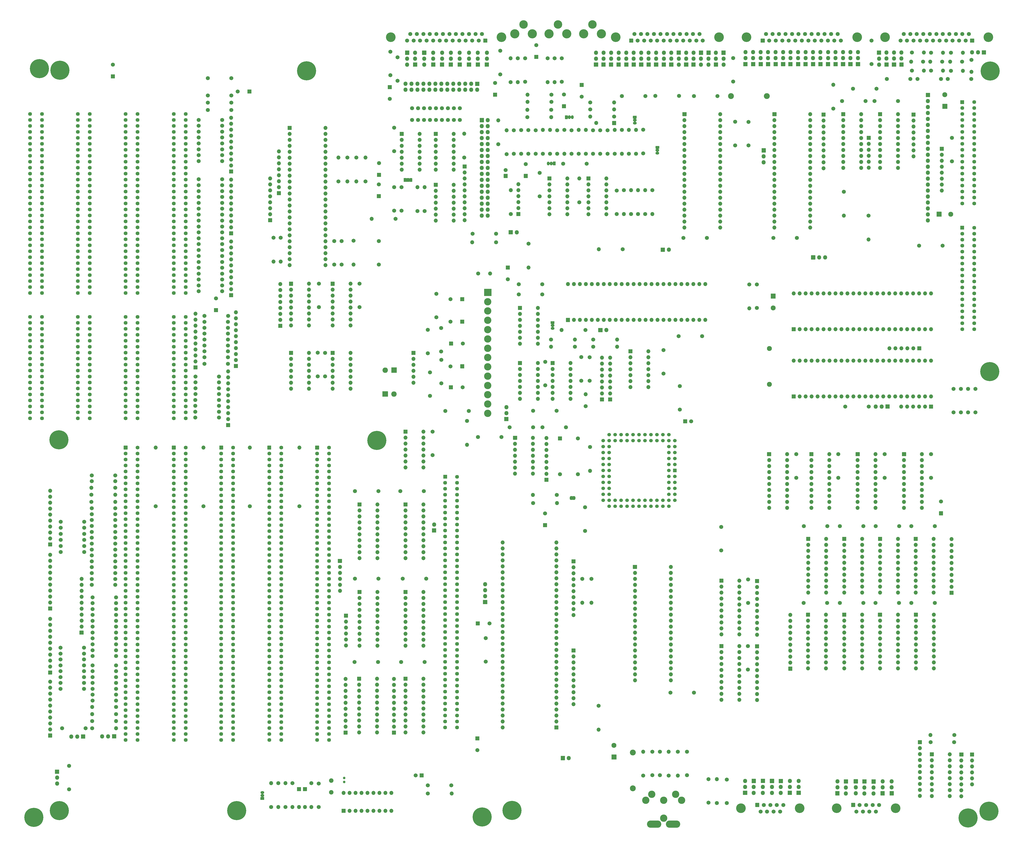
<source format=gbr>
G04 #@! TF.GenerationSoftware,KiCad,Pcbnew,(5.1.9)-1*
G04 #@! TF.CreationDate,2021-05-02T22:21:15+02:00*
G04 #@! TF.ProjectId,amiga2000,616d6967-6132-4303-9030-2e6b69636164,rev?*
G04 #@! TF.SameCoordinates,Original*
G04 #@! TF.FileFunction,Soldermask,Top*
G04 #@! TF.FilePolarity,Negative*
%FSLAX46Y46*%
G04 Gerber Fmt 4.6, Leading zero omitted, Abs format (unit mm)*
G04 Created by KiCad (PCBNEW (5.1.9)-1) date 2021-05-02 22:21:15*
%MOMM*%
%LPD*%
G01*
G04 APERTURE LIST*
%ADD10O,6.102000X3.102000*%
%ADD11C,3.102000*%
%ADD12C,1.702000*%
%ADD13O,1.702000X1.702000*%
%ADD14C,1.626000*%
%ADD15O,1.802000X1.802000*%
%ADD16C,2.102000*%
%ADD17C,4.102000*%
%ADD18C,3.602000*%
%ADD19C,3.902000*%
%ADD20O,2.302000X2.302000*%
%ADD21O,2.102000X2.102000*%
%ADD22C,8.102000*%
%ADD23C,1.002000*%
%ADD24C,0.100000*%
%ADD25O,1.602000X1.152000*%
%ADD26O,1.152000X1.602000*%
%ADD27O,2.502000X2.502000*%
%ADD28C,2.502000*%
%ADD29C,1.524400*%
%ADD30C,1.902000*%
%ADD31C,1.102000*%
G04 APERTURE END LIST*
D10*
X316548000Y-373053000D03*
X308548000Y-373053000D03*
D11*
X312548000Y-370513000D03*
X304928000Y-362893000D03*
X307468000Y-360353000D03*
X312548000Y-362893000D03*
X317628000Y-360353000D03*
X320168000Y-362893000D03*
D12*
X69342800Y-224588000D03*
X79342800Y-224588000D03*
X69342800Y-227088000D03*
X79342800Y-227088000D03*
X227763000Y-89328400D03*
D13*
X227763000Y-79168400D03*
D14*
X104218000Y-70768000D03*
X104218000Y-73308000D03*
X104218000Y-75848000D03*
X104218000Y-78388000D03*
X104218000Y-80928000D03*
X104218000Y-83468000D03*
X104218000Y-86008000D03*
X104218000Y-88548000D03*
X104218000Y-91088000D03*
X104218000Y-93628000D03*
X104218000Y-96168000D03*
X104218000Y-98708000D03*
X104218000Y-101248000D03*
X104218000Y-103788000D03*
X104218000Y-106328000D03*
X104218000Y-108868000D03*
X104218000Y-111408000D03*
X104218000Y-113948000D03*
X104218000Y-116488000D03*
X104218000Y-119028000D03*
X104218000Y-121568000D03*
X104218000Y-124108000D03*
X104218000Y-126648000D03*
X104218000Y-129188000D03*
X104218000Y-131728000D03*
X104218000Y-134268000D03*
X104218000Y-136808000D03*
X104218000Y-139348000D03*
X104218000Y-141888000D03*
X104218000Y-144428000D03*
X104218000Y-146968000D03*
X109298000Y-70768000D03*
X109298000Y-73308000D03*
X109298000Y-75848000D03*
X109298000Y-78388000D03*
X109298000Y-80928000D03*
X109298000Y-83468000D03*
X109298000Y-86008000D03*
X109298000Y-88548000D03*
X109298000Y-91088000D03*
X109298000Y-93628000D03*
X109298000Y-96168000D03*
X109298000Y-98708000D03*
X109298000Y-101248000D03*
X109298000Y-103788000D03*
X109298000Y-106328000D03*
X109298000Y-108868000D03*
X109298000Y-111408000D03*
X109298000Y-113948000D03*
X109298000Y-116488000D03*
X109298000Y-119028000D03*
X109298000Y-121568000D03*
X109298000Y-124108000D03*
X109298000Y-126648000D03*
X109298000Y-129188000D03*
X109298000Y-131728000D03*
X109298000Y-134268000D03*
X109298000Y-136808000D03*
X109298000Y-139348000D03*
X109298000Y-141888000D03*
X109298000Y-144428000D03*
X109298000Y-146968000D03*
X439568000Y-106358400D03*
X439568000Y-103818400D03*
X439568000Y-101278400D03*
X439568000Y-98738400D03*
X444648000Y-103818400D03*
X444648000Y-68258400D03*
X444648000Y-65718400D03*
X439568000Y-108898400D03*
X444648000Y-108898400D03*
X444648000Y-101278400D03*
X439568000Y-68258400D03*
G36*
G01*
X440330000Y-66531400D02*
X438806000Y-66531400D01*
G75*
G02*
X438755000Y-66480400I0J51000D01*
G01*
X438755000Y-64956400D01*
G75*
G02*
X438806000Y-64905400I51000J0D01*
G01*
X440330000Y-64905400D01*
G75*
G02*
X440381000Y-64956400I0J-51000D01*
G01*
X440381000Y-66480400D01*
G75*
G02*
X440330000Y-66531400I-51000J0D01*
G01*
G37*
X444648000Y-73338400D03*
X444648000Y-70798400D03*
X444648000Y-83498400D03*
X444648000Y-80958400D03*
X444648000Y-78418400D03*
X444648000Y-75878400D03*
X439568000Y-88578400D03*
X439568000Y-86038400D03*
X439568000Y-83498400D03*
X439568000Y-80958400D03*
X439568000Y-78418400D03*
X439568000Y-75878400D03*
X439568000Y-96198400D03*
X439568000Y-93658400D03*
X439568000Y-91118400D03*
X444648000Y-98738400D03*
X444648000Y-96198400D03*
X444648000Y-93658400D03*
X444648000Y-91118400D03*
X444648000Y-88578400D03*
X444648000Y-86038400D03*
X439568000Y-73338400D03*
X439568000Y-70798400D03*
X444648000Y-106358400D03*
X439568000Y-159823000D03*
X439568000Y-157283000D03*
X439568000Y-154743000D03*
X439568000Y-152203000D03*
X444648000Y-157283000D03*
X444648000Y-121723000D03*
X444648000Y-119183000D03*
X439568000Y-162363000D03*
X444648000Y-162363000D03*
X444648000Y-154743000D03*
X439568000Y-121723000D03*
G36*
G01*
X440330000Y-119996000D02*
X438806000Y-119996000D01*
G75*
G02*
X438755000Y-119945000I0J51000D01*
G01*
X438755000Y-118421000D01*
G75*
G02*
X438806000Y-118370000I51000J0D01*
G01*
X440330000Y-118370000D01*
G75*
G02*
X440381000Y-118421000I0J-51000D01*
G01*
X440381000Y-119945000D01*
G75*
G02*
X440330000Y-119996000I-51000J0D01*
G01*
G37*
X444648000Y-126803000D03*
X444648000Y-124263000D03*
X444648000Y-136963000D03*
X444648000Y-134423000D03*
X444648000Y-131883000D03*
X444648000Y-129343000D03*
X439568000Y-142043000D03*
X439568000Y-139503000D03*
X439568000Y-136963000D03*
X439568000Y-134423000D03*
X439568000Y-131883000D03*
X439568000Y-129343000D03*
X439568000Y-149663000D03*
X439568000Y-147123000D03*
X439568000Y-144583000D03*
X444648000Y-152203000D03*
X444648000Y-149663000D03*
X444648000Y-147123000D03*
X444648000Y-144583000D03*
X444648000Y-142043000D03*
X444648000Y-139503000D03*
X439568000Y-126803000D03*
X439568000Y-124263000D03*
X444648000Y-159823000D03*
X43097800Y-70768000D03*
X43097800Y-73308000D03*
X43097800Y-75848000D03*
X43097800Y-78388000D03*
X43097800Y-80928000D03*
X43097800Y-83468000D03*
X43097800Y-86008000D03*
X43097800Y-88548000D03*
X43097800Y-91088000D03*
X43097800Y-93628000D03*
X43097800Y-96168000D03*
X43097800Y-98708000D03*
X43097800Y-101248000D03*
X43097800Y-103788000D03*
X43097800Y-106328000D03*
X43097800Y-108868000D03*
X43097800Y-111408000D03*
X43097800Y-113948000D03*
X43097800Y-116488000D03*
X43097800Y-119028000D03*
X43097800Y-121568000D03*
X43097800Y-124108000D03*
X43097800Y-126648000D03*
X43097800Y-129188000D03*
X43097800Y-131728000D03*
X43097800Y-134268000D03*
X43097800Y-136808000D03*
X43097800Y-139348000D03*
X43097800Y-141888000D03*
X43097800Y-144428000D03*
X43097800Y-146968000D03*
X48177800Y-70768000D03*
X48177800Y-73308000D03*
X48177800Y-75848000D03*
X48177800Y-78388000D03*
X48177800Y-80928000D03*
X48177800Y-83468000D03*
X48177800Y-86008000D03*
X48177800Y-88548000D03*
X48177800Y-91088000D03*
X48177800Y-93628000D03*
X48177800Y-96168000D03*
X48177800Y-98708000D03*
X48177800Y-101248000D03*
X48177800Y-103788000D03*
X48177800Y-106328000D03*
X48177800Y-108868000D03*
X48177800Y-111408000D03*
X48177800Y-113948000D03*
X48177800Y-116488000D03*
X48177800Y-119028000D03*
X48177800Y-121568000D03*
X48177800Y-124108000D03*
X48177800Y-126648000D03*
X48177800Y-129188000D03*
X48177800Y-131728000D03*
X48177800Y-134268000D03*
X48177800Y-136808000D03*
X48177800Y-139348000D03*
X48177800Y-141888000D03*
X48177800Y-144428000D03*
X48177800Y-146968000D03*
X63402800Y-70768000D03*
X63402800Y-73308000D03*
X63402800Y-75848000D03*
X63402800Y-78388000D03*
X63402800Y-80928000D03*
X63402800Y-83468000D03*
X63402800Y-86008000D03*
X63402800Y-88548000D03*
X63402800Y-91088000D03*
X63402800Y-93628000D03*
X63402800Y-96168000D03*
X63402800Y-98708000D03*
X63402800Y-101248000D03*
X63402800Y-103788000D03*
X63402800Y-106328000D03*
X63402800Y-108868000D03*
X63402800Y-111408000D03*
X63402800Y-113948000D03*
X63402800Y-116488000D03*
X63402800Y-119028000D03*
X63402800Y-121568000D03*
X63402800Y-124108000D03*
X63402800Y-126648000D03*
X63402800Y-129188000D03*
X63402800Y-131728000D03*
X63402800Y-134268000D03*
X63402800Y-136808000D03*
X63402800Y-139348000D03*
X63402800Y-141888000D03*
X63402800Y-144428000D03*
X63402800Y-146968000D03*
X68482800Y-70768000D03*
X68482800Y-73308000D03*
X68482800Y-75848000D03*
X68482800Y-78388000D03*
X68482800Y-80928000D03*
X68482800Y-83468000D03*
X68482800Y-86008000D03*
X68482800Y-88548000D03*
X68482800Y-91088000D03*
X68482800Y-93628000D03*
X68482800Y-96168000D03*
X68482800Y-98708000D03*
X68482800Y-101248000D03*
X68482800Y-103788000D03*
X68482800Y-106328000D03*
X68482800Y-108868000D03*
X68482800Y-111408000D03*
X68482800Y-113948000D03*
X68482800Y-116488000D03*
X68482800Y-119028000D03*
X68482800Y-121568000D03*
X68482800Y-124108000D03*
X68482800Y-126648000D03*
X68482800Y-129188000D03*
X68482800Y-131728000D03*
X68482800Y-134268000D03*
X68482800Y-136808000D03*
X68482800Y-139348000D03*
X68482800Y-141888000D03*
X68482800Y-144428000D03*
X68482800Y-146968000D03*
X83717800Y-70768000D03*
X83717800Y-73308000D03*
X83717800Y-75848000D03*
X83717800Y-78388000D03*
X83717800Y-80928000D03*
X83717800Y-83468000D03*
X83717800Y-86008000D03*
X83717800Y-88548000D03*
X83717800Y-91088000D03*
X83717800Y-93628000D03*
X83717800Y-96168000D03*
X83717800Y-98708000D03*
X83717800Y-101248000D03*
X83717800Y-103788000D03*
X83717800Y-106328000D03*
X83717800Y-108868000D03*
X83717800Y-111408000D03*
X83717800Y-113948000D03*
X83717800Y-116488000D03*
X83717800Y-119028000D03*
X83717800Y-121568000D03*
X83717800Y-124108000D03*
X83717800Y-126648000D03*
X83717800Y-129188000D03*
X83717800Y-131728000D03*
X83717800Y-134268000D03*
X83717800Y-136808000D03*
X83717800Y-139348000D03*
X83717800Y-141888000D03*
X83717800Y-144428000D03*
X83717800Y-146968000D03*
X88797800Y-70768000D03*
X88797800Y-73308000D03*
X88797800Y-75848000D03*
X88797800Y-78388000D03*
X88797800Y-80928000D03*
X88797800Y-83468000D03*
X88797800Y-86008000D03*
X88797800Y-88548000D03*
X88797800Y-91088000D03*
X88797800Y-93628000D03*
X88797800Y-96168000D03*
X88797800Y-98708000D03*
X88797800Y-101248000D03*
X88797800Y-103788000D03*
X88797800Y-106328000D03*
X88797800Y-108868000D03*
X88797800Y-111408000D03*
X88797800Y-113948000D03*
X88797800Y-116488000D03*
X88797800Y-119028000D03*
X88797800Y-121568000D03*
X88797800Y-124108000D03*
X88797800Y-126648000D03*
X88797800Y-129188000D03*
X88797800Y-131728000D03*
X88797800Y-134268000D03*
X88797800Y-136808000D03*
X88797800Y-139348000D03*
X88797800Y-141888000D03*
X88797800Y-144428000D03*
X88797800Y-146968000D03*
X43097800Y-157118000D03*
X43097800Y-159658000D03*
X43097800Y-162198000D03*
X43097800Y-164738000D03*
X43097800Y-167278000D03*
X43097800Y-169818000D03*
X43097800Y-172358000D03*
X43097800Y-174898000D03*
X43097800Y-177438000D03*
X43097800Y-179978000D03*
X43097800Y-182518000D03*
X43097800Y-185058000D03*
X43097800Y-187598000D03*
X43097800Y-190138000D03*
X43097800Y-192678000D03*
X43097800Y-195218000D03*
X43097800Y-197758000D03*
X43097800Y-200298000D03*
X48177800Y-157118000D03*
X48177800Y-159658000D03*
X48177800Y-162198000D03*
X48177800Y-164738000D03*
X48177800Y-167278000D03*
X48177800Y-169818000D03*
X48177800Y-172358000D03*
X48177800Y-174898000D03*
X48177800Y-177438000D03*
X48177800Y-179978000D03*
X48177800Y-182518000D03*
X48177800Y-185058000D03*
X48177800Y-187598000D03*
X48177800Y-190138000D03*
X48177800Y-192678000D03*
X48177800Y-195218000D03*
X48177800Y-197758000D03*
X48177800Y-200298000D03*
X63402800Y-157118000D03*
X63402800Y-159658000D03*
X63402800Y-162198000D03*
X63402800Y-164738000D03*
X63402800Y-167278000D03*
X63402800Y-169818000D03*
X63402800Y-172358000D03*
X63402800Y-174898000D03*
X63402800Y-177438000D03*
X63402800Y-179978000D03*
X63402800Y-182518000D03*
X63402800Y-185058000D03*
X63402800Y-187598000D03*
X63402800Y-190138000D03*
X63402800Y-192678000D03*
X63402800Y-195218000D03*
X63402800Y-197758000D03*
X63402800Y-200298000D03*
X68482800Y-157118000D03*
X68482800Y-159658000D03*
X68482800Y-162198000D03*
X68482800Y-164738000D03*
X68482800Y-167278000D03*
X68482800Y-169818000D03*
X68482800Y-172358000D03*
X68482800Y-174898000D03*
X68482800Y-177438000D03*
X68482800Y-179978000D03*
X68482800Y-182518000D03*
X68482800Y-185058000D03*
X68482800Y-187598000D03*
X68482800Y-190138000D03*
X68482800Y-192678000D03*
X68482800Y-195218000D03*
X68482800Y-197758000D03*
X68482800Y-200298000D03*
X83717800Y-157118000D03*
X83717800Y-159658000D03*
X83717800Y-162198000D03*
X83717800Y-164738000D03*
X83717800Y-167278000D03*
X83717800Y-169818000D03*
X83717800Y-172358000D03*
X83717800Y-174898000D03*
X83717800Y-177438000D03*
X83717800Y-179978000D03*
X83717800Y-182518000D03*
X83717800Y-185058000D03*
X83717800Y-187598000D03*
X83717800Y-190138000D03*
X83717800Y-192678000D03*
X83717800Y-195218000D03*
X83717800Y-197758000D03*
X83717800Y-200298000D03*
X88797800Y-157118000D03*
X88797800Y-159658000D03*
X88797800Y-162198000D03*
X88797800Y-164738000D03*
X88797800Y-167278000D03*
X88797800Y-169818000D03*
X88797800Y-172358000D03*
X88797800Y-174898000D03*
X88797800Y-177438000D03*
X88797800Y-179978000D03*
X88797800Y-182518000D03*
X88797800Y-185058000D03*
X88797800Y-187598000D03*
X88797800Y-190138000D03*
X88797800Y-192678000D03*
X88797800Y-195218000D03*
X88797800Y-197758000D03*
X88797800Y-200298000D03*
X104218000Y-157118000D03*
X104218000Y-159658000D03*
X104218000Y-162198000D03*
X104218000Y-164738000D03*
X104218000Y-167278000D03*
X104218000Y-169818000D03*
X104218000Y-172358000D03*
X104218000Y-174898000D03*
X104218000Y-177438000D03*
X104218000Y-179978000D03*
X104218000Y-182518000D03*
X104218000Y-185058000D03*
X104218000Y-187598000D03*
X104218000Y-190138000D03*
X104218000Y-192678000D03*
X104218000Y-195218000D03*
X104218000Y-197758000D03*
X104218000Y-200298000D03*
X109298000Y-157118000D03*
X109298000Y-159658000D03*
X109298000Y-162198000D03*
X109298000Y-164738000D03*
X109298000Y-167278000D03*
X109298000Y-169818000D03*
X109298000Y-172358000D03*
X109298000Y-174898000D03*
X109298000Y-177438000D03*
X109298000Y-179978000D03*
X109298000Y-182518000D03*
X109298000Y-185058000D03*
X109298000Y-187598000D03*
X109298000Y-190138000D03*
X109298000Y-192678000D03*
X109298000Y-195218000D03*
X109298000Y-197758000D03*
X109298000Y-200298000D03*
X224723000Y-331848000D03*
X219643000Y-331848000D03*
X224723000Y-329308000D03*
X219643000Y-329308000D03*
X224723000Y-326768000D03*
X219643000Y-326768000D03*
X224723000Y-324228000D03*
X219643000Y-324228000D03*
X224723000Y-321688000D03*
X219643000Y-321688000D03*
X224723000Y-319148000D03*
X219643000Y-319148000D03*
X224723000Y-316608000D03*
X219643000Y-316608000D03*
X224723000Y-314068000D03*
X224723000Y-311528000D03*
X224723000Y-308988000D03*
X224723000Y-306448000D03*
X224723000Y-303908000D03*
X224723000Y-301368000D03*
X219643000Y-314068000D03*
X219643000Y-311528000D03*
X219643000Y-308988000D03*
X219643000Y-306448000D03*
X219643000Y-303908000D03*
X219643000Y-301368000D03*
X224723000Y-298828000D03*
X219643000Y-298828000D03*
X224723000Y-296288000D03*
X219643000Y-296288000D03*
X224723000Y-293748000D03*
X219643000Y-293748000D03*
X224723000Y-291208000D03*
X219643000Y-291208000D03*
X224723000Y-288668000D03*
X219643000Y-288668000D03*
X224723000Y-286128000D03*
X219643000Y-286128000D03*
X224723000Y-283588000D03*
X219643000Y-283588000D03*
X224723000Y-281048000D03*
X219643000Y-281048000D03*
X224723000Y-278508000D03*
X219643000Y-278508000D03*
X224723000Y-275968000D03*
X219643000Y-275968000D03*
X224723000Y-273428000D03*
X219643000Y-273428000D03*
X224723000Y-270888000D03*
X219643000Y-270888000D03*
X219643000Y-265808000D03*
X219643000Y-263268000D03*
X219643000Y-260728000D03*
X219643000Y-258188000D03*
X224723000Y-263268000D03*
X224723000Y-227708000D03*
X224723000Y-225168000D03*
X219643000Y-268348000D03*
X224723000Y-268348000D03*
X224723000Y-260728000D03*
X219643000Y-227708000D03*
G36*
G01*
X220405000Y-225981000D02*
X218881000Y-225981000D01*
G75*
G02*
X218830000Y-225930000I0J51000D01*
G01*
X218830000Y-224406000D01*
G75*
G02*
X218881000Y-224355000I51000J0D01*
G01*
X220405000Y-224355000D01*
G75*
G02*
X220456000Y-224406000I0J-51000D01*
G01*
X220456000Y-225930000D01*
G75*
G02*
X220405000Y-225981000I-51000J0D01*
G01*
G37*
X224723000Y-232788000D03*
X224723000Y-230248000D03*
X224723000Y-242948000D03*
X224723000Y-240408000D03*
X224723000Y-237868000D03*
X224723000Y-235328000D03*
X219643000Y-248028000D03*
X219643000Y-245488000D03*
X219643000Y-242948000D03*
X219643000Y-240408000D03*
X219643000Y-237868000D03*
X219643000Y-235328000D03*
X219643000Y-255648000D03*
X219643000Y-253108000D03*
X219643000Y-250568000D03*
X224723000Y-258188000D03*
X224723000Y-255648000D03*
X224723000Y-253108000D03*
X224723000Y-250568000D03*
X224723000Y-248028000D03*
X224723000Y-245488000D03*
X219643000Y-232788000D03*
X219643000Y-230248000D03*
X224723000Y-265808000D03*
X88797800Y-337228000D03*
X83717800Y-337228000D03*
X88797800Y-334688000D03*
X83717800Y-334688000D03*
X88797800Y-332148000D03*
X83717800Y-332148000D03*
X88797800Y-329608000D03*
X83717800Y-329608000D03*
X88797800Y-327068000D03*
X83717800Y-327068000D03*
X88797800Y-324528000D03*
X83717800Y-324528000D03*
X88797800Y-321988000D03*
X83717800Y-321988000D03*
X88797800Y-319448000D03*
X83717800Y-319448000D03*
X88797800Y-316908000D03*
X83717800Y-316908000D03*
X88797800Y-314368000D03*
X83717800Y-314368000D03*
X88797800Y-311828000D03*
X83717800Y-311828000D03*
X88797800Y-309288000D03*
X83717800Y-309288000D03*
X88797800Y-306748000D03*
X83717800Y-306748000D03*
X88797800Y-304208000D03*
X83717800Y-304208000D03*
X88797800Y-301668000D03*
X88797800Y-299128000D03*
X88797800Y-296588000D03*
X88797800Y-294048000D03*
X88797800Y-291508000D03*
X88797800Y-288968000D03*
X83717800Y-301668000D03*
X83717800Y-299128000D03*
X83717800Y-296588000D03*
X83717800Y-294048000D03*
X83717800Y-291508000D03*
X83717800Y-288968000D03*
X88797800Y-286428000D03*
X83717800Y-286428000D03*
X88797800Y-283888000D03*
X83717800Y-283888000D03*
X88797800Y-281348000D03*
X83717800Y-281348000D03*
X88797800Y-278808000D03*
X83717800Y-278808000D03*
X88797800Y-276268000D03*
X83717800Y-276268000D03*
X88797800Y-273728000D03*
X83717800Y-273728000D03*
X88797800Y-271188000D03*
X83717800Y-271188000D03*
X88797800Y-268648000D03*
X83717800Y-268648000D03*
X88797800Y-266108000D03*
X83717800Y-266108000D03*
X88797800Y-263568000D03*
X83717800Y-263568000D03*
X88797800Y-261028000D03*
X83717800Y-261028000D03*
X88797800Y-258488000D03*
X83717800Y-258488000D03*
X83717800Y-253408000D03*
X83717800Y-250868000D03*
X83717800Y-248328000D03*
X83717800Y-245788000D03*
X88797800Y-250868000D03*
X88797800Y-215308000D03*
X88797800Y-212768000D03*
X83717800Y-255948000D03*
X88797800Y-255948000D03*
X88797800Y-248328000D03*
X83717800Y-215308000D03*
G36*
G01*
X84479800Y-213581000D02*
X82955800Y-213581000D01*
G75*
G02*
X82904800Y-213530000I0J51000D01*
G01*
X82904800Y-212006000D01*
G75*
G02*
X82955800Y-211955000I51000J0D01*
G01*
X84479800Y-211955000D01*
G75*
G02*
X84530800Y-212006000I0J-51000D01*
G01*
X84530800Y-213530000D01*
G75*
G02*
X84479800Y-213581000I-51000J0D01*
G01*
G37*
X88797800Y-220388000D03*
X88797800Y-217848000D03*
X88797800Y-230548000D03*
X88797800Y-228008000D03*
X88797800Y-225468000D03*
X88797800Y-222928000D03*
X83717800Y-235628000D03*
X83717800Y-233088000D03*
X83717800Y-230548000D03*
X83717800Y-228008000D03*
X83717800Y-225468000D03*
X83717800Y-222928000D03*
X83717800Y-243248000D03*
X83717800Y-240708000D03*
X83717800Y-238168000D03*
X88797800Y-245788000D03*
X88797800Y-243248000D03*
X88797800Y-240708000D03*
X88797800Y-238168000D03*
X88797800Y-235628000D03*
X88797800Y-233088000D03*
X83717800Y-220388000D03*
X83717800Y-217848000D03*
X88797800Y-253408000D03*
X109298000Y-337228000D03*
X104218000Y-337228000D03*
X109298000Y-334688000D03*
X104218000Y-334688000D03*
X109298000Y-332148000D03*
X104218000Y-332148000D03*
X109298000Y-329608000D03*
X104218000Y-329608000D03*
X109298000Y-327068000D03*
X104218000Y-327068000D03*
X109298000Y-324528000D03*
X104218000Y-324528000D03*
X109298000Y-321988000D03*
X104218000Y-321988000D03*
X109298000Y-319448000D03*
X104218000Y-319448000D03*
X109298000Y-316908000D03*
X104218000Y-316908000D03*
X109298000Y-314368000D03*
X104218000Y-314368000D03*
X109298000Y-311828000D03*
X104218000Y-311828000D03*
X109298000Y-309288000D03*
X104218000Y-309288000D03*
X109298000Y-306748000D03*
X104218000Y-306748000D03*
X109298000Y-304208000D03*
X104218000Y-304208000D03*
X109298000Y-301668000D03*
X109298000Y-299128000D03*
X109298000Y-296588000D03*
X109298000Y-294048000D03*
X109298000Y-291508000D03*
X109298000Y-288968000D03*
X104218000Y-301668000D03*
X104218000Y-299128000D03*
X104218000Y-296588000D03*
X104218000Y-294048000D03*
X104218000Y-291508000D03*
X104218000Y-288968000D03*
X109298000Y-286428000D03*
X104218000Y-286428000D03*
X109298000Y-283888000D03*
X104218000Y-283888000D03*
X109298000Y-281348000D03*
X104218000Y-281348000D03*
X109298000Y-278808000D03*
X104218000Y-278808000D03*
X109298000Y-276268000D03*
X104218000Y-276268000D03*
X109298000Y-273728000D03*
X104218000Y-273728000D03*
X109298000Y-271188000D03*
X104218000Y-271188000D03*
X109298000Y-268648000D03*
X104218000Y-268648000D03*
X109298000Y-266108000D03*
X104218000Y-266108000D03*
X109298000Y-263568000D03*
X104218000Y-263568000D03*
X109298000Y-261028000D03*
X104218000Y-261028000D03*
X109298000Y-258488000D03*
X104218000Y-258488000D03*
X104218000Y-253408000D03*
X104218000Y-250868000D03*
X104218000Y-248328000D03*
X104218000Y-245788000D03*
X109298000Y-250868000D03*
X109298000Y-215308000D03*
X109298000Y-212768000D03*
X104218000Y-255948000D03*
X109298000Y-255948000D03*
X109298000Y-248328000D03*
X104218000Y-215308000D03*
G36*
G01*
X104980000Y-213581000D02*
X103456000Y-213581000D01*
G75*
G02*
X103405000Y-213530000I0J51000D01*
G01*
X103405000Y-212006000D01*
G75*
G02*
X103456000Y-211955000I51000J0D01*
G01*
X104980000Y-211955000D01*
G75*
G02*
X105031000Y-212006000I0J-51000D01*
G01*
X105031000Y-213530000D01*
G75*
G02*
X104980000Y-213581000I-51000J0D01*
G01*
G37*
X109298000Y-220388000D03*
X109298000Y-217848000D03*
X109298000Y-230548000D03*
X109298000Y-228008000D03*
X109298000Y-225468000D03*
X109298000Y-222928000D03*
X104218000Y-235628000D03*
X104218000Y-233088000D03*
X104218000Y-230548000D03*
X104218000Y-228008000D03*
X104218000Y-225468000D03*
X104218000Y-222928000D03*
X104218000Y-243248000D03*
X104218000Y-240708000D03*
X104218000Y-238168000D03*
X109298000Y-245788000D03*
X109298000Y-243248000D03*
X109298000Y-240708000D03*
X109298000Y-238168000D03*
X109298000Y-235628000D03*
X109298000Y-233088000D03*
X104218000Y-220388000D03*
X104218000Y-217848000D03*
X109298000Y-253408000D03*
X129473000Y-337228000D03*
X124393000Y-337228000D03*
X129473000Y-334688000D03*
X124393000Y-334688000D03*
X129473000Y-332148000D03*
X124393000Y-332148000D03*
X129473000Y-329608000D03*
X124393000Y-329608000D03*
X129473000Y-327068000D03*
X124393000Y-327068000D03*
X129473000Y-324528000D03*
X124393000Y-324528000D03*
X129473000Y-321988000D03*
X124393000Y-321988000D03*
X129473000Y-319448000D03*
X124393000Y-319448000D03*
X129473000Y-316908000D03*
X124393000Y-316908000D03*
X129473000Y-314368000D03*
X124393000Y-314368000D03*
X129473000Y-311828000D03*
X124393000Y-311828000D03*
X129473000Y-309288000D03*
X124393000Y-309288000D03*
X129473000Y-306748000D03*
X124393000Y-306748000D03*
X129473000Y-304208000D03*
X124393000Y-304208000D03*
X129473000Y-301668000D03*
X129473000Y-299128000D03*
X129473000Y-296588000D03*
X129473000Y-294048000D03*
X129473000Y-291508000D03*
X129473000Y-288968000D03*
X124393000Y-301668000D03*
X124393000Y-299128000D03*
X124393000Y-296588000D03*
X124393000Y-294048000D03*
X124393000Y-291508000D03*
X124393000Y-288968000D03*
X129473000Y-286428000D03*
X124393000Y-286428000D03*
X129473000Y-283888000D03*
X124393000Y-283888000D03*
X129473000Y-281348000D03*
X124393000Y-281348000D03*
X129473000Y-278808000D03*
X124393000Y-278808000D03*
X129473000Y-276268000D03*
X124393000Y-276268000D03*
X129473000Y-273728000D03*
X124393000Y-273728000D03*
X129473000Y-271188000D03*
X124393000Y-271188000D03*
X129473000Y-268648000D03*
X124393000Y-268648000D03*
X129473000Y-266108000D03*
X124393000Y-266108000D03*
X129473000Y-263568000D03*
X124393000Y-263568000D03*
X129473000Y-261028000D03*
X124393000Y-261028000D03*
X129473000Y-258488000D03*
X124393000Y-258488000D03*
X124393000Y-253408000D03*
X124393000Y-250868000D03*
X124393000Y-248328000D03*
X124393000Y-245788000D03*
X129473000Y-250868000D03*
X129473000Y-215308000D03*
X129473000Y-212768000D03*
X124393000Y-255948000D03*
X129473000Y-255948000D03*
X129473000Y-248328000D03*
X124393000Y-215308000D03*
G36*
G01*
X125155000Y-213581000D02*
X123631000Y-213581000D01*
G75*
G02*
X123580000Y-213530000I0J51000D01*
G01*
X123580000Y-212006000D01*
G75*
G02*
X123631000Y-211955000I51000J0D01*
G01*
X125155000Y-211955000D01*
G75*
G02*
X125206000Y-212006000I0J-51000D01*
G01*
X125206000Y-213530000D01*
G75*
G02*
X125155000Y-213581000I-51000J0D01*
G01*
G37*
X129473000Y-220388000D03*
X129473000Y-217848000D03*
X129473000Y-230548000D03*
X129473000Y-228008000D03*
X129473000Y-225468000D03*
X129473000Y-222928000D03*
X124393000Y-235628000D03*
X124393000Y-233088000D03*
X124393000Y-230548000D03*
X124393000Y-228008000D03*
X124393000Y-225468000D03*
X124393000Y-222928000D03*
X124393000Y-243248000D03*
X124393000Y-240708000D03*
X124393000Y-238168000D03*
X129473000Y-245788000D03*
X129473000Y-243248000D03*
X129473000Y-240708000D03*
X129473000Y-238168000D03*
X129473000Y-235628000D03*
X129473000Y-233088000D03*
X124393000Y-220388000D03*
X124393000Y-217848000D03*
X129473000Y-253408000D03*
X149898000Y-337228000D03*
X144818000Y-337228000D03*
X149898000Y-334688000D03*
X144818000Y-334688000D03*
X149898000Y-332148000D03*
X144818000Y-332148000D03*
X149898000Y-329608000D03*
X144818000Y-329608000D03*
X149898000Y-327068000D03*
X144818000Y-327068000D03*
X149898000Y-324528000D03*
X144818000Y-324528000D03*
X149898000Y-321988000D03*
X144818000Y-321988000D03*
X149898000Y-319448000D03*
X144818000Y-319448000D03*
X149898000Y-316908000D03*
X144818000Y-316908000D03*
X149898000Y-314368000D03*
X144818000Y-314368000D03*
X149898000Y-311828000D03*
X144818000Y-311828000D03*
X149898000Y-309288000D03*
X144818000Y-309288000D03*
X149898000Y-306748000D03*
X144818000Y-306748000D03*
X149898000Y-304208000D03*
X144818000Y-304208000D03*
X149898000Y-301668000D03*
X149898000Y-299128000D03*
X149898000Y-296588000D03*
X149898000Y-294048000D03*
X149898000Y-291508000D03*
X149898000Y-288968000D03*
X144818000Y-301668000D03*
X144818000Y-299128000D03*
X144818000Y-296588000D03*
X144818000Y-294048000D03*
X144818000Y-291508000D03*
X144818000Y-288968000D03*
X149898000Y-286428000D03*
X144818000Y-286428000D03*
X149898000Y-283888000D03*
X144818000Y-283888000D03*
X149898000Y-281348000D03*
X144818000Y-281348000D03*
X149898000Y-278808000D03*
X144818000Y-278808000D03*
X149898000Y-276268000D03*
X144818000Y-276268000D03*
X149898000Y-273728000D03*
X144818000Y-273728000D03*
X149898000Y-271188000D03*
X144818000Y-271188000D03*
X149898000Y-268648000D03*
X144818000Y-268648000D03*
X149898000Y-266108000D03*
X144818000Y-266108000D03*
X149898000Y-263568000D03*
X144818000Y-263568000D03*
X149898000Y-261028000D03*
X144818000Y-261028000D03*
X149898000Y-258488000D03*
X144818000Y-258488000D03*
X144818000Y-253408000D03*
X144818000Y-250868000D03*
X144818000Y-248328000D03*
X144818000Y-245788000D03*
X149898000Y-250868000D03*
X149898000Y-215308000D03*
X149898000Y-212768000D03*
X144818000Y-255948000D03*
X149898000Y-255948000D03*
X149898000Y-248328000D03*
X144818000Y-215308000D03*
G36*
G01*
X145580000Y-213581000D02*
X144056000Y-213581000D01*
G75*
G02*
X144005000Y-213530000I0J51000D01*
G01*
X144005000Y-212006000D01*
G75*
G02*
X144056000Y-211955000I51000J0D01*
G01*
X145580000Y-211955000D01*
G75*
G02*
X145631000Y-212006000I0J-51000D01*
G01*
X145631000Y-213530000D01*
G75*
G02*
X145580000Y-213581000I-51000J0D01*
G01*
G37*
X149898000Y-220388000D03*
X149898000Y-217848000D03*
X149898000Y-230548000D03*
X149898000Y-228008000D03*
X149898000Y-225468000D03*
X149898000Y-222928000D03*
X144818000Y-235628000D03*
X144818000Y-233088000D03*
X144818000Y-230548000D03*
X144818000Y-228008000D03*
X144818000Y-225468000D03*
X144818000Y-222928000D03*
X144818000Y-243248000D03*
X144818000Y-240708000D03*
X144818000Y-238168000D03*
X149898000Y-245788000D03*
X149898000Y-243248000D03*
X149898000Y-240708000D03*
X149898000Y-238168000D03*
X149898000Y-235628000D03*
X149898000Y-233088000D03*
X144818000Y-220388000D03*
X144818000Y-217848000D03*
X149898000Y-253408000D03*
X170248000Y-337228000D03*
X165168000Y-337228000D03*
X170248000Y-334688000D03*
X165168000Y-334688000D03*
X170248000Y-332148000D03*
X165168000Y-332148000D03*
X170248000Y-329608000D03*
X165168000Y-329608000D03*
X170248000Y-327068000D03*
X165168000Y-327068000D03*
X170248000Y-324528000D03*
X165168000Y-324528000D03*
X170248000Y-321988000D03*
X165168000Y-321988000D03*
X170248000Y-319448000D03*
X165168000Y-319448000D03*
X170248000Y-316908000D03*
X165168000Y-316908000D03*
X170248000Y-314368000D03*
X165168000Y-314368000D03*
X170248000Y-311828000D03*
X165168000Y-311828000D03*
X170248000Y-309288000D03*
X165168000Y-309288000D03*
X170248000Y-306748000D03*
X165168000Y-306748000D03*
X170248000Y-304208000D03*
X165168000Y-304208000D03*
X170248000Y-301668000D03*
X170248000Y-299128000D03*
X170248000Y-296588000D03*
X170248000Y-294048000D03*
X170248000Y-291508000D03*
X170248000Y-288968000D03*
X165168000Y-301668000D03*
X165168000Y-299128000D03*
X165168000Y-296588000D03*
X165168000Y-294048000D03*
X165168000Y-291508000D03*
X165168000Y-288968000D03*
X170248000Y-286428000D03*
X165168000Y-286428000D03*
X170248000Y-283888000D03*
X165168000Y-283888000D03*
X170248000Y-281348000D03*
X165168000Y-281348000D03*
X170248000Y-278808000D03*
X165168000Y-278808000D03*
X170248000Y-276268000D03*
X165168000Y-276268000D03*
X170248000Y-273728000D03*
X165168000Y-273728000D03*
X170248000Y-271188000D03*
X165168000Y-271188000D03*
X170248000Y-268648000D03*
X165168000Y-268648000D03*
X170248000Y-266108000D03*
X165168000Y-266108000D03*
X170248000Y-263568000D03*
X165168000Y-263568000D03*
X170248000Y-261028000D03*
X165168000Y-261028000D03*
X170248000Y-258488000D03*
X165168000Y-258488000D03*
X165168000Y-253408000D03*
X165168000Y-250868000D03*
X165168000Y-248328000D03*
X165168000Y-245788000D03*
X170248000Y-250868000D03*
X170248000Y-215308000D03*
X170248000Y-212768000D03*
X165168000Y-255948000D03*
X170248000Y-255948000D03*
X170248000Y-248328000D03*
X165168000Y-215308000D03*
G36*
G01*
X165930000Y-213581000D02*
X164406000Y-213581000D01*
G75*
G02*
X164355000Y-213530000I0J51000D01*
G01*
X164355000Y-212006000D01*
G75*
G02*
X164406000Y-211955000I51000J0D01*
G01*
X165930000Y-211955000D01*
G75*
G02*
X165981000Y-212006000I0J-51000D01*
G01*
X165981000Y-213530000D01*
G75*
G02*
X165930000Y-213581000I-51000J0D01*
G01*
G37*
X170248000Y-220388000D03*
X170248000Y-217848000D03*
X170248000Y-230548000D03*
X170248000Y-228008000D03*
X170248000Y-225468000D03*
X170248000Y-222928000D03*
X165168000Y-235628000D03*
X165168000Y-233088000D03*
X165168000Y-230548000D03*
X165168000Y-228008000D03*
X165168000Y-225468000D03*
X165168000Y-222928000D03*
X165168000Y-243248000D03*
X165168000Y-240708000D03*
X165168000Y-238168000D03*
X170248000Y-245788000D03*
X170248000Y-243248000D03*
X170248000Y-240708000D03*
X170248000Y-238168000D03*
X170248000Y-235628000D03*
X170248000Y-233088000D03*
X165168000Y-220388000D03*
X165168000Y-217848000D03*
X170248000Y-253408000D03*
G36*
G01*
X270574000Y-344068000D02*
X270574000Y-345768000D01*
G75*
G02*
X270523000Y-345819000I-51000J0D01*
G01*
X268823000Y-345819000D01*
G75*
G02*
X268772000Y-345768000I0J51000D01*
G01*
X268772000Y-344068000D01*
G75*
G02*
X268823000Y-344017000I51000J0D01*
G01*
X270523000Y-344017000D01*
G75*
G02*
X270574000Y-344068000I0J-51000D01*
G01*
G37*
D15*
X272213000Y-344918000D03*
G36*
G01*
X358143000Y-147257000D02*
X360143000Y-147257000D01*
G75*
G02*
X360194000Y-147308000I0J-51000D01*
G01*
X360194000Y-149308000D01*
G75*
G02*
X360143000Y-149359000I-51000J0D01*
G01*
X358143000Y-149359000D01*
G75*
G02*
X358092000Y-149308000I0J51000D01*
G01*
X358092000Y-147308000D01*
G75*
G02*
X358143000Y-147257000I51000J0D01*
G01*
G37*
D16*
X359143000Y-153308000D03*
G36*
G01*
X428642000Y-114438000D02*
X428642000Y-112438000D01*
G75*
G02*
X428693000Y-112387000I51000J0D01*
G01*
X430693000Y-112387000D01*
G75*
G02*
X430744000Y-112438000I0J-51000D01*
G01*
X430744000Y-114438000D01*
G75*
G02*
X430693000Y-114489000I-51000J0D01*
G01*
X428693000Y-114489000D01*
G75*
G02*
X428642000Y-114438000I0J51000D01*
G01*
G37*
X434693000Y-113438000D03*
G36*
G01*
X392297000Y-365668000D02*
X392297000Y-364068000D01*
G75*
G02*
X392348000Y-364017000I51000J0D01*
G01*
X393948000Y-364017000D01*
G75*
G02*
X393999000Y-364068000I0J-51000D01*
G01*
X393999000Y-365668000D01*
G75*
G02*
X393948000Y-365719000I-51000J0D01*
G01*
X392348000Y-365719000D01*
G75*
G02*
X392297000Y-365668000I0J51000D01*
G01*
G37*
D12*
X395918000Y-364868000D03*
X398688000Y-364868000D03*
X401458000Y-364868000D03*
X404228000Y-364868000D03*
X394533000Y-367708000D03*
X397303000Y-367708000D03*
X400073000Y-367708000D03*
X402843000Y-367708000D03*
D17*
X386188000Y-366288000D03*
X411188000Y-366288000D03*
X370438000Y-366288000D03*
X345438000Y-366288000D03*
D12*
X362093000Y-367708000D03*
X359323000Y-367708000D03*
X356553000Y-367708000D03*
X353783000Y-367708000D03*
X363478000Y-364868000D03*
X360708000Y-364868000D03*
X357938000Y-364868000D03*
X355168000Y-364868000D03*
G36*
G01*
X351547000Y-365668000D02*
X351547000Y-364068000D01*
G75*
G02*
X351598000Y-364017000I51000J0D01*
G01*
X353198000Y-364017000D01*
G75*
G02*
X353249000Y-364068000I0J-51000D01*
G01*
X353249000Y-365668000D01*
G75*
G02*
X353198000Y-365719000I-51000J0D01*
G01*
X351598000Y-365719000D01*
G75*
G02*
X351547000Y-365668000I0J51000D01*
G01*
G37*
D17*
X406703000Y-38138400D03*
X450703000Y-38138400D03*
D12*
X414688000Y-36718400D03*
X417458000Y-36718400D03*
X420228000Y-36718400D03*
X422998000Y-36718400D03*
X425768000Y-36718400D03*
X428538000Y-36718400D03*
X431308000Y-36718400D03*
X434078000Y-36718400D03*
X436848000Y-36718400D03*
X439618000Y-36718400D03*
X442388000Y-36718400D03*
X413303000Y-39558400D03*
X416073000Y-39558400D03*
X418843000Y-39558400D03*
X421613000Y-39558400D03*
X424383000Y-39558400D03*
X427153000Y-39558400D03*
X429923000Y-39558400D03*
X432693000Y-39558400D03*
X435463000Y-39558400D03*
X438233000Y-39558400D03*
X441003000Y-39558400D03*
G36*
G01*
X444624000Y-38758400D02*
X444624000Y-40358400D01*
G75*
G02*
X444573000Y-40409400I-51000J0D01*
G01*
X442973000Y-40409400D01*
G75*
G02*
X442922000Y-40358400I0J51000D01*
G01*
X442922000Y-38758400D01*
G75*
G02*
X442973000Y-38707400I51000J0D01*
G01*
X444573000Y-38707400D01*
G75*
G02*
X444624000Y-38758400I0J-51000D01*
G01*
G37*
D18*
X252973000Y-32668400D03*
D19*
X256723000Y-36668400D03*
X249223000Y-36668400D03*
X263848000Y-36668400D03*
X271348000Y-36668400D03*
D18*
X267598000Y-32668400D03*
X282298000Y-32668400D03*
D19*
X286048000Y-36668400D03*
X278548000Y-36668400D03*
G36*
G01*
X355554000Y-38758400D02*
X355554000Y-40358400D01*
G75*
G02*
X355503000Y-40409400I-51000J0D01*
G01*
X353903000Y-40409400D01*
G75*
G02*
X353852000Y-40358400I0J51000D01*
G01*
X353852000Y-38758400D01*
G75*
G02*
X353903000Y-38707400I51000J0D01*
G01*
X355503000Y-38707400D01*
G75*
G02*
X355554000Y-38758400I0J-51000D01*
G01*
G37*
D12*
X357473000Y-39558400D03*
X360243000Y-39558400D03*
X363013000Y-39558400D03*
X365783000Y-39558400D03*
X368553000Y-39558400D03*
X371323000Y-39558400D03*
X374093000Y-39558400D03*
X376863000Y-39558400D03*
X379633000Y-39558400D03*
X382403000Y-39558400D03*
X385173000Y-39558400D03*
X387943000Y-39558400D03*
X356088000Y-36718400D03*
X358858000Y-36718400D03*
X361628000Y-36718400D03*
X364398000Y-36718400D03*
X367168000Y-36718400D03*
X369938000Y-36718400D03*
X372708000Y-36718400D03*
X375478000Y-36718400D03*
X378248000Y-36718400D03*
X381018000Y-36718400D03*
X383788000Y-36718400D03*
X386558000Y-36718400D03*
D17*
X394873000Y-38138400D03*
X347773000Y-38138400D03*
G36*
G01*
X237534000Y-38758400D02*
X237534000Y-40358400D01*
G75*
G02*
X237483000Y-40409400I-51000J0D01*
G01*
X235883000Y-40409400D01*
G75*
G02*
X235832000Y-40358400I0J51000D01*
G01*
X235832000Y-38758400D01*
G75*
G02*
X235883000Y-38707400I51000J0D01*
G01*
X237483000Y-38707400D01*
G75*
G02*
X237534000Y-38758400I0J-51000D01*
G01*
G37*
D12*
X233913000Y-39558400D03*
X231143000Y-39558400D03*
X228373000Y-39558400D03*
X225603000Y-39558400D03*
X222833000Y-39558400D03*
X220063000Y-39558400D03*
X217293000Y-39558400D03*
X214523000Y-39558400D03*
X211753000Y-39558400D03*
X208983000Y-39558400D03*
X206213000Y-39558400D03*
X203443000Y-39558400D03*
X235298000Y-36718400D03*
X232528000Y-36718400D03*
X229758000Y-36718400D03*
X226988000Y-36718400D03*
X224218000Y-36718400D03*
X221448000Y-36718400D03*
X218678000Y-36718400D03*
X215908000Y-36718400D03*
X213138000Y-36718400D03*
X210368000Y-36718400D03*
X207598000Y-36718400D03*
X204828000Y-36718400D03*
D17*
X243613000Y-38138400D03*
X196513000Y-38138400D03*
G36*
G01*
X236273000Y-145167000D02*
X239273000Y-145167000D01*
G75*
G02*
X239324000Y-145218000I0J-51000D01*
G01*
X239324000Y-148218000D01*
G75*
G02*
X239273000Y-148269000I-51000J0D01*
G01*
X236273000Y-148269000D01*
G75*
G02*
X236222000Y-148218000I0J51000D01*
G01*
X236222000Y-145218000D01*
G75*
G02*
X236273000Y-145167000I51000J0D01*
G01*
G37*
D11*
X237773000Y-150678000D03*
X237773000Y-154638000D03*
X237773000Y-158598000D03*
X237773000Y-162558000D03*
X237773000Y-166518000D03*
X237773000Y-170478000D03*
X237773000Y-174438000D03*
X237773000Y-178398000D03*
X237773000Y-182358000D03*
X237773000Y-186318000D03*
X237773000Y-190278000D03*
X237773000Y-194238000D03*
X237773000Y-198198000D03*
G36*
G01*
X292364000Y-73828400D02*
X292364000Y-75428400D01*
G75*
G02*
X292313000Y-75479400I-51000J0D01*
G01*
X290713000Y-75479400D01*
G75*
G02*
X290662000Y-75428400I0J51000D01*
G01*
X290662000Y-73828400D01*
G75*
G02*
X290713000Y-73777400I51000J0D01*
G01*
X292313000Y-73777400D01*
G75*
G02*
X292364000Y-73828400I0J-51000D01*
G01*
G37*
D13*
X283893000Y-74628400D03*
D20*
X197873000Y-189948000D03*
G36*
G01*
X196773000Y-178637000D02*
X198973000Y-178637000D01*
G75*
G02*
X199024000Y-178688000I0J-51000D01*
G01*
X199024000Y-180888000D01*
G75*
G02*
X198973000Y-180939000I-51000J0D01*
G01*
X196773000Y-180939000D01*
G75*
G02*
X196722000Y-180888000I0J51000D01*
G01*
X196722000Y-178688000D01*
G75*
G02*
X196773000Y-178637000I51000J0D01*
G01*
G37*
G36*
G01*
X195223000Y-191099000D02*
X193023000Y-191099000D01*
G75*
G02*
X192972000Y-191048000I0J51000D01*
G01*
X192972000Y-188848000D01*
G75*
G02*
X193023000Y-188797000I51000J0D01*
G01*
X195223000Y-188797000D01*
G75*
G02*
X195274000Y-188848000I0J-51000D01*
G01*
X195274000Y-191048000D01*
G75*
G02*
X195223000Y-191099000I-51000J0D01*
G01*
G37*
X194123000Y-179788000D03*
G36*
G01*
X156673000Y-357257000D02*
X158273000Y-357257000D01*
G75*
G02*
X158324000Y-357308000I0J-51000D01*
G01*
X158324000Y-358908000D01*
G75*
G02*
X158273000Y-358959000I-51000J0D01*
G01*
X156673000Y-358959000D01*
G75*
G02*
X156622000Y-358908000I0J51000D01*
G01*
X156622000Y-357308000D01*
G75*
G02*
X156673000Y-357257000I51000J0D01*
G01*
G37*
D13*
X157473000Y-365728000D03*
X159983000Y-365728000D03*
G36*
G01*
X159183000Y-357257000D02*
X160783000Y-357257000D01*
G75*
G02*
X160834000Y-357308000I0J-51000D01*
G01*
X160834000Y-358908000D01*
G75*
G02*
X160783000Y-358959000I-51000J0D01*
G01*
X159183000Y-358959000D01*
G75*
G02*
X159132000Y-358908000I0J51000D01*
G01*
X159132000Y-357308000D01*
G75*
G02*
X159183000Y-357257000I51000J0D01*
G01*
G37*
D12*
X281273000Y-212468000D03*
D13*
X281273000Y-222628000D03*
D16*
X357533000Y-170618000D03*
D21*
X357533000Y-185858000D03*
D13*
X335163000Y-353908000D03*
D12*
X335163000Y-364068000D03*
D13*
X303833000Y-342198000D03*
D12*
X303833000Y-352358000D03*
X318553000Y-342198000D03*
D13*
X318553000Y-352358000D03*
D12*
X314723000Y-352358000D03*
D13*
X314723000Y-342198000D03*
X242233000Y-73503400D03*
D12*
X242233000Y-83663400D03*
X256998000Y-236393000D03*
D13*
X267158000Y-236393000D03*
D22*
X131007000Y-367248000D03*
D23*
X134007000Y-367248000D03*
X133128320Y-369369320D03*
X131007000Y-370248000D03*
X128885680Y-369369320D03*
X128007000Y-367248000D03*
X128885680Y-365126680D03*
X131007000Y-364248000D03*
X133128320Y-365126680D03*
X57480420Y-207373680D03*
X55359100Y-206495000D03*
X53237780Y-207373680D03*
X52359100Y-209495000D03*
X53237780Y-211616320D03*
X55359100Y-212495000D03*
X57480420Y-211616320D03*
X58359100Y-209495000D03*
D22*
X55359100Y-209495000D03*
X55791100Y-52142100D03*
D23*
X58791100Y-52142100D03*
X57912420Y-54263420D03*
X55791100Y-55142100D03*
X53669780Y-54263420D03*
X52791100Y-52142100D03*
X53669780Y-50020780D03*
X55791100Y-49142100D03*
X57912420Y-50020780D03*
X192684320Y-207627680D03*
X190563000Y-206749000D03*
X188441680Y-207627680D03*
X187563000Y-209749000D03*
X188441680Y-211870320D03*
X190563000Y-212749000D03*
X192684320Y-211870320D03*
X193563000Y-209749000D03*
D22*
X190563000Y-209749000D03*
D23*
X46844120Y-367996680D03*
X44722800Y-367118000D03*
X42601480Y-367996680D03*
X41722800Y-370118000D03*
X42601480Y-372239320D03*
X44722800Y-373118000D03*
X46844120Y-372239320D03*
X47722800Y-370118000D03*
D22*
X44722800Y-370118000D03*
X451432000Y-52489200D03*
D23*
X454432000Y-52489200D03*
X453553320Y-54610520D03*
X451432000Y-55489200D03*
X449310680Y-54610520D03*
X448432000Y-52489200D03*
X449310680Y-50367880D03*
X451432000Y-49489200D03*
X453553320Y-50367880D03*
X237503320Y-367838680D03*
X235382000Y-366960000D03*
X233260680Y-367838680D03*
X232382000Y-369960000D03*
X233260680Y-372081320D03*
X235382000Y-372960000D03*
X237503320Y-372081320D03*
X238382000Y-369960000D03*
D22*
X235382000Y-369960000D03*
X442034000Y-370396000D03*
D23*
X445034000Y-370396000D03*
X444155320Y-372517320D03*
X442034000Y-373396000D03*
X439912680Y-372517320D03*
X439034000Y-370396000D03*
X439912680Y-368274680D03*
X442034000Y-367396000D03*
X444155320Y-368274680D03*
X453020320Y-365378680D03*
X450899000Y-364500000D03*
X448777680Y-365378680D03*
X447899000Y-367500000D03*
X448777680Y-369621320D03*
X450899000Y-370500000D03*
X453020320Y-369621320D03*
X453899000Y-367500000D03*
D22*
X450899000Y-367500000D03*
D23*
X250177320Y-365095680D03*
X248056000Y-364217000D03*
X245934680Y-365095680D03*
X245056000Y-367217000D03*
X245934680Y-369338320D03*
X248056000Y-370217000D03*
X250177320Y-369338320D03*
X251056000Y-367217000D03*
D22*
X248056000Y-367217000D03*
X47104100Y-51507100D03*
D23*
X50104100Y-51507100D03*
X49225420Y-53628420D03*
X47104100Y-54507100D03*
X44982780Y-53628420D03*
X44104100Y-51507100D03*
X44982780Y-49385780D03*
X47104100Y-48507100D03*
X49225420Y-49385780D03*
X453375320Y-178332680D03*
X451254000Y-177454000D03*
X449132680Y-178332680D03*
X448254000Y-180454000D03*
X449132680Y-182575320D03*
X451254000Y-183454000D03*
X453375320Y-182575320D03*
X454254000Y-180454000D03*
D22*
X451254000Y-180454000D03*
X160718000Y-52421100D03*
D23*
X163718000Y-52421100D03*
X162839320Y-54542420D03*
X160718000Y-55421100D03*
X158596680Y-54542420D03*
X157718000Y-52421100D03*
X158596680Y-50299780D03*
X160718000Y-49421100D03*
X162839320Y-50299780D03*
D22*
X55517800Y-367248000D03*
D23*
X58517800Y-367248000D03*
X57639120Y-369369320D03*
X55517800Y-370248000D03*
X53396480Y-369369320D03*
X52517800Y-367248000D03*
X53396480Y-365126680D03*
X55517800Y-364248000D03*
X57639120Y-365126680D03*
G36*
G01*
X424060000Y-63543400D02*
X424060000Y-61843400D01*
G75*
G02*
X424111000Y-61792400I51000J0D01*
G01*
X425811000Y-61792400D01*
G75*
G02*
X425862000Y-61843400I0J-51000D01*
G01*
X425862000Y-63543400D01*
G75*
G02*
X425811000Y-63594400I-51000J0D01*
G01*
X424111000Y-63594400D01*
G75*
G02*
X424060000Y-63543400I0J51000D01*
G01*
G37*
D15*
X424961000Y-65233400D03*
X424961000Y-67773400D03*
X424961000Y-70313400D03*
X424961000Y-72853400D03*
X424961000Y-75393400D03*
X424961000Y-77933400D03*
X424961000Y-80473400D03*
X424961000Y-83013400D03*
X424961000Y-85553400D03*
X424961000Y-88093400D03*
X424961000Y-90633400D03*
X424961000Y-93173400D03*
X424961000Y-95713400D03*
X424961000Y-98253400D03*
X424961000Y-100793400D03*
X424961000Y-103333400D03*
X424961000Y-105873400D03*
X424961000Y-108413400D03*
X424961000Y-110953400D03*
X424961000Y-113493400D03*
X424961000Y-116033400D03*
D24*
G36*
X273971050Y-235028020D02*
G01*
X273961483Y-235025118D01*
X273952666Y-235020405D01*
X273944938Y-235014062D01*
X273938595Y-235006334D01*
X273933882Y-234997517D01*
X273930980Y-234987950D01*
X273930000Y-234978000D01*
X273930000Y-233478000D01*
X273930980Y-233468050D01*
X273933882Y-233458483D01*
X273938595Y-233449666D01*
X273944938Y-233441938D01*
X273952666Y-233435595D01*
X273961483Y-233430882D01*
X273971050Y-233427980D01*
X273981000Y-233427000D01*
X274481000Y-233427000D01*
X274487112Y-233427602D01*
X274505534Y-233427602D01*
X274510533Y-233427848D01*
X274559364Y-233432658D01*
X274564314Y-233433392D01*
X274612439Y-233442964D01*
X274617295Y-233444180D01*
X274664250Y-233458424D01*
X274668961Y-233460110D01*
X274714294Y-233478887D01*
X274718820Y-233481027D01*
X274762093Y-233504158D01*
X274766384Y-233506731D01*
X274807183Y-233533991D01*
X274811204Y-233536973D01*
X274849133Y-233568101D01*
X274852841Y-233571462D01*
X274887538Y-233606159D01*
X274890899Y-233609867D01*
X274922027Y-233647796D01*
X274925009Y-233651817D01*
X274952269Y-233692616D01*
X274954842Y-233696907D01*
X274977973Y-233740180D01*
X274980113Y-233744706D01*
X274998890Y-233790039D01*
X275000576Y-233794750D01*
X275014820Y-233841705D01*
X275016036Y-233846561D01*
X275025608Y-233894686D01*
X275026342Y-233899636D01*
X275031152Y-233948467D01*
X275031398Y-233953466D01*
X275031398Y-233971888D01*
X275032000Y-233978000D01*
X275032000Y-234478000D01*
X275031398Y-234484112D01*
X275031398Y-234502534D01*
X275031152Y-234507533D01*
X275026342Y-234556364D01*
X275025608Y-234561314D01*
X275016036Y-234609439D01*
X275014820Y-234614295D01*
X275000576Y-234661250D01*
X274998890Y-234665961D01*
X274980113Y-234711294D01*
X274977973Y-234715820D01*
X274954842Y-234759093D01*
X274952269Y-234763384D01*
X274925009Y-234804183D01*
X274922027Y-234808204D01*
X274890899Y-234846133D01*
X274887538Y-234849841D01*
X274852841Y-234884538D01*
X274849133Y-234887899D01*
X274811204Y-234919027D01*
X274807183Y-234922009D01*
X274766384Y-234949269D01*
X274762093Y-234951842D01*
X274718820Y-234974973D01*
X274714294Y-234977113D01*
X274668961Y-234995890D01*
X274664250Y-234997576D01*
X274617295Y-235011820D01*
X274612439Y-235013036D01*
X274564314Y-235022608D01*
X274559364Y-235023342D01*
X274510533Y-235028152D01*
X274505534Y-235028398D01*
X274487112Y-235028398D01*
X274481000Y-235029000D01*
X273981000Y-235029000D01*
X273971050Y-235028020D01*
G37*
G36*
X273174888Y-235028398D02*
G01*
X273156466Y-235028398D01*
X273151467Y-235028152D01*
X273102636Y-235023342D01*
X273097686Y-235022608D01*
X273049561Y-235013036D01*
X273044705Y-235011820D01*
X272997750Y-234997576D01*
X272993039Y-234995890D01*
X272947706Y-234977113D01*
X272943180Y-234974973D01*
X272899907Y-234951842D01*
X272895616Y-234949269D01*
X272854817Y-234922009D01*
X272850796Y-234919027D01*
X272812867Y-234887899D01*
X272809159Y-234884538D01*
X272774462Y-234849841D01*
X272771101Y-234846133D01*
X272739973Y-234808204D01*
X272736991Y-234804183D01*
X272709731Y-234763384D01*
X272707158Y-234759093D01*
X272684027Y-234715820D01*
X272681887Y-234711294D01*
X272663110Y-234665961D01*
X272661424Y-234661250D01*
X272647180Y-234614295D01*
X272645964Y-234609439D01*
X272636392Y-234561314D01*
X272635658Y-234556364D01*
X272630848Y-234507533D01*
X272630602Y-234502534D01*
X272630602Y-234484112D01*
X272630000Y-234478000D01*
X272630000Y-233978000D01*
X272630602Y-233971888D01*
X272630602Y-233953466D01*
X272630848Y-233948467D01*
X272635658Y-233899636D01*
X272636392Y-233894686D01*
X272645964Y-233846561D01*
X272647180Y-233841705D01*
X272661424Y-233794750D01*
X272663110Y-233790039D01*
X272681887Y-233744706D01*
X272684027Y-233740180D01*
X272707158Y-233696907D01*
X272709731Y-233692616D01*
X272736991Y-233651817D01*
X272739973Y-233647796D01*
X272771101Y-233609867D01*
X272774462Y-233606159D01*
X272809159Y-233571462D01*
X272812867Y-233568101D01*
X272850796Y-233536973D01*
X272854817Y-233533991D01*
X272895616Y-233506731D01*
X272899907Y-233504158D01*
X272943180Y-233481027D01*
X272947706Y-233478887D01*
X272993039Y-233460110D01*
X272997750Y-233458424D01*
X273044705Y-233444180D01*
X273049561Y-233442964D01*
X273097686Y-233433392D01*
X273102636Y-233432658D01*
X273151467Y-233427848D01*
X273156466Y-233427602D01*
X273174888Y-233427602D01*
X273181000Y-233427000D01*
X273681000Y-233427000D01*
X273690950Y-233427980D01*
X273700517Y-233430882D01*
X273709334Y-233435595D01*
X273717062Y-233441938D01*
X273723405Y-233449666D01*
X273728118Y-233458483D01*
X273731020Y-233468050D01*
X273732000Y-233478000D01*
X273732000Y-234978000D01*
X273731020Y-234987950D01*
X273728118Y-234997517D01*
X273723405Y-235006334D01*
X273717062Y-235014062D01*
X273709334Y-235020405D01*
X273700517Y-235025118D01*
X273690950Y-235028020D01*
X273681000Y-235029000D01*
X273181000Y-235029000D01*
X273174888Y-235028398D01*
G37*
D25*
X309893000Y-86228400D03*
X309893000Y-87498400D03*
G36*
G01*
X309143000Y-84382400D02*
X310643000Y-84382400D01*
G75*
G02*
X310694000Y-84433400I0J-51000D01*
G01*
X310694000Y-85483400D01*
G75*
G02*
X310643000Y-85534400I-51000J0D01*
G01*
X309143000Y-85534400D01*
G75*
G02*
X309092000Y-85483400I0J51000D01*
G01*
X309092000Y-84433400D01*
G75*
G02*
X309143000Y-84382400I51000J0D01*
G01*
G37*
D26*
X264773000Y-91828400D03*
X263503000Y-91828400D03*
G36*
G01*
X266619000Y-91078400D02*
X266619000Y-92578400D01*
G75*
G02*
X266568000Y-92629400I-51000J0D01*
G01*
X265518000Y-92629400D01*
G75*
G02*
X265467000Y-92578400I0J51000D01*
G01*
X265467000Y-91078400D01*
G75*
G02*
X265518000Y-91027400I51000J0D01*
G01*
X266568000Y-91027400D01*
G75*
G02*
X266619000Y-91078400I0J-51000D01*
G01*
G37*
G36*
G01*
X270597000Y-72888400D02*
X270597000Y-71388400D01*
G75*
G02*
X270648000Y-71337400I51000J0D01*
G01*
X271698000Y-71337400D01*
G75*
G02*
X271749000Y-71388400I0J-51000D01*
G01*
X271749000Y-72888400D01*
G75*
G02*
X271698000Y-72939400I-51000J0D01*
G01*
X270648000Y-72939400D01*
G75*
G02*
X270597000Y-72888400I0J51000D01*
G01*
G37*
X273713000Y-72138400D03*
X272443000Y-72138400D03*
D25*
X300293000Y-73418400D03*
X300293000Y-74688400D03*
G36*
G01*
X299543000Y-71572400D02*
X301043000Y-71572400D01*
G75*
G02*
X301094000Y-71623400I0J-51000D01*
G01*
X301094000Y-72673400D01*
G75*
G02*
X301043000Y-72724400I-51000J0D01*
G01*
X299543000Y-72724400D01*
G75*
G02*
X299492000Y-72673400I0J51000D01*
G01*
X299492000Y-71623400D01*
G75*
G02*
X299543000Y-71572400I51000J0D01*
G01*
G37*
G36*
G01*
X264573000Y-158972000D02*
X266073000Y-158972000D01*
G75*
G02*
X266124000Y-159023000I0J-51000D01*
G01*
X266124000Y-160073000D01*
G75*
G02*
X266073000Y-160124000I-51000J0D01*
G01*
X264573000Y-160124000D01*
G75*
G02*
X264522000Y-160073000I0J51000D01*
G01*
X264522000Y-159023000D01*
G75*
G02*
X264573000Y-158972000I51000J0D01*
G01*
G37*
X265323000Y-162088000D03*
X265323000Y-160818000D03*
G36*
G01*
X142623000Y-362704000D02*
X141123000Y-362704000D01*
G75*
G02*
X141072000Y-362653000I0J51000D01*
G01*
X141072000Y-361603000D01*
G75*
G02*
X141123000Y-361552000I51000J0D01*
G01*
X142623000Y-361552000D01*
G75*
G02*
X142674000Y-361603000I0J-51000D01*
G01*
X142674000Y-362653000D01*
G75*
G02*
X142623000Y-362704000I-51000J0D01*
G01*
G37*
X141873000Y-359588000D03*
X141873000Y-360858000D03*
D12*
X241263000Y-125358000D03*
D13*
X231103000Y-125358000D03*
D12*
X198573000Y-115388000D03*
D13*
X188413000Y-115388000D03*
X256963000Y-232918000D03*
D12*
X267123000Y-232918000D03*
X178043000Y-89348400D03*
D13*
X178043000Y-99508400D03*
D12*
X282633000Y-166808000D03*
D13*
X292793000Y-166808000D03*
X292793000Y-169828000D03*
D12*
X282633000Y-169828000D03*
D13*
X389198000Y-114053000D03*
D12*
X389198000Y-103893000D03*
X304678000Y-113373000D03*
D13*
X304678000Y-103213000D03*
X277963000Y-278828000D03*
D12*
X277963000Y-268668000D03*
D13*
X295658000Y-113358000D03*
D12*
X295658000Y-103198000D03*
X181883000Y-89348400D03*
D13*
X181883000Y-99508400D03*
X349015000Y-153456000D03*
D12*
X349015000Y-143296000D03*
X255063000Y-126018000D03*
D13*
X255063000Y-136178000D03*
X254633000Y-65598400D03*
D12*
X264793000Y-65598400D03*
X399693000Y-114008000D03*
D13*
X399693000Y-124168000D03*
D12*
X300803000Y-87688400D03*
D13*
X300803000Y-77528400D03*
X297793000Y-77538400D03*
D12*
X297793000Y-87698400D03*
D13*
X294793000Y-87693400D03*
D12*
X294793000Y-77533400D03*
X254593000Y-72108400D03*
D13*
X264753000Y-72108400D03*
X254593000Y-68968400D03*
D12*
X264753000Y-68968400D03*
X307713000Y-103198000D03*
D13*
X307713000Y-113358000D03*
X245753000Y-77678400D03*
D12*
X245753000Y-87838400D03*
D13*
X298663000Y-103208000D03*
D12*
X298663000Y-113368000D03*
D13*
X285007000Y-128310000D03*
D12*
X295167000Y-128310000D03*
D13*
X276443000Y-77528400D03*
D12*
X276443000Y-87688400D03*
X384698000Y-68518400D03*
D13*
X384698000Y-58358400D03*
D12*
X276698000Y-108368000D03*
D13*
X276698000Y-98208000D03*
X279443000Y-77528400D03*
D12*
X279443000Y-87688400D03*
D13*
X270338000Y-87693400D03*
D12*
X270338000Y-77533400D03*
X264213000Y-87678400D03*
D13*
X264213000Y-77518400D03*
D12*
X247433000Y-57218400D03*
D13*
X247433000Y-47058400D03*
D12*
X250543000Y-47068400D03*
D13*
X250543000Y-57228400D03*
D12*
X281353000Y-68868400D03*
D13*
X291513000Y-68868400D03*
D12*
X291763000Y-87698400D03*
D13*
X291763000Y-77538400D03*
X261208000Y-77518400D03*
D12*
X261208000Y-87678400D03*
D13*
X266183000Y-57203400D03*
D12*
X266183000Y-47043400D03*
D13*
X263183000Y-57218400D03*
D12*
X263183000Y-47058400D03*
X264683000Y-166808000D03*
D13*
X274843000Y-166808000D03*
X247548000Y-103233000D03*
D12*
X247548000Y-113393000D03*
X264823000Y-62558400D03*
D13*
X254663000Y-62558400D03*
D12*
X291498000Y-71868400D03*
D13*
X281338000Y-71868400D03*
D12*
X281353000Y-65868400D03*
D13*
X291513000Y-65868400D03*
X148678000Y-365723000D03*
D12*
X148678000Y-355563000D03*
D13*
X151703000Y-355578000D03*
D12*
X151703000Y-365738000D03*
D13*
X264663000Y-169828000D03*
D12*
X274823000Y-169828000D03*
D27*
X356413000Y-63118400D03*
D28*
X341173000Y-63118400D03*
D12*
X69182800Y-235858000D03*
D13*
X79342800Y-235858000D03*
X79342800Y-232848000D03*
D12*
X69182800Y-232848000D03*
X301678000Y-113373000D03*
D13*
X301678000Y-103213000D03*
X79632800Y-329213000D03*
D12*
X69472800Y-329213000D03*
X228943000Y-201458000D03*
D13*
X228943000Y-211618000D03*
X79632800Y-332223000D03*
D12*
X69472800Y-332223000D03*
D13*
X69472800Y-326208000D03*
D12*
X79632800Y-326208000D03*
X79632800Y-323203000D03*
D13*
X69472800Y-323203000D03*
X185723000Y-89348400D03*
D12*
X185723000Y-99508400D03*
D13*
X154703000Y-365738000D03*
D12*
X154703000Y-355578000D03*
X210923000Y-112068000D03*
D13*
X210923000Y-101908000D03*
X222403000Y-359988000D03*
D12*
X212243000Y-359988000D03*
X162753000Y-355568000D03*
D13*
X162753000Y-365728000D03*
D12*
X207848000Y-112068000D03*
D13*
X207848000Y-101908000D03*
D12*
X146643000Y-123458000D03*
D13*
X146643000Y-133618000D03*
D12*
X149723000Y-123443000D03*
D13*
X149723000Y-133603000D03*
X425993000Y-335108000D03*
D12*
X436153000Y-335108000D03*
X79342800Y-229848000D03*
D13*
X69182800Y-229848000D03*
X145653000Y-355568000D03*
D12*
X145653000Y-365728000D03*
D13*
X174193000Y-89348400D03*
D12*
X174193000Y-99508400D03*
X180683000Y-124728000D03*
D13*
X180683000Y-134888000D03*
D28*
X299473000Y-357838000D03*
D27*
X299473000Y-342598000D03*
D13*
X269123000Y-162758000D03*
D12*
X279283000Y-162758000D03*
D13*
X281843000Y-278828000D03*
D12*
X281843000Y-268668000D03*
X284913000Y-322658000D03*
D13*
X284913000Y-332818000D03*
X274193000Y-284038000D03*
X274193000Y-281498000D03*
X274193000Y-278958000D03*
X274193000Y-276418000D03*
X274193000Y-273878000D03*
X274193000Y-271338000D03*
X274193000Y-268798000D03*
X274193000Y-266258000D03*
X274193000Y-263718000D03*
G36*
G01*
X273393000Y-260327000D02*
X274993000Y-260327000D01*
G75*
G02*
X275044000Y-260378000I0J-51000D01*
G01*
X275044000Y-261978000D01*
G75*
G02*
X274993000Y-262029000I-51000J0D01*
G01*
X273393000Y-262029000D01*
G75*
G02*
X273342000Y-261978000I0J51000D01*
G01*
X273342000Y-260378000D01*
G75*
G02*
X273393000Y-260327000I51000J0D01*
G01*
G37*
X274193000Y-321998000D03*
X274193000Y-319458000D03*
X274193000Y-316918000D03*
X274193000Y-314378000D03*
X274193000Y-311838000D03*
X274193000Y-309298000D03*
X274193000Y-306758000D03*
X274193000Y-304218000D03*
X274193000Y-301678000D03*
G36*
G01*
X273393000Y-298287000D02*
X274993000Y-298287000D01*
G75*
G02*
X275044000Y-298338000I0J-51000D01*
G01*
X275044000Y-299938000D01*
G75*
G02*
X274993000Y-299989000I-51000J0D01*
G01*
X273393000Y-299989000D01*
G75*
G02*
X273342000Y-299938000I0J51000D01*
G01*
X273342000Y-298338000D01*
G75*
G02*
X273393000Y-298287000I51000J0D01*
G01*
G37*
G36*
G01*
X290583000Y-193139000D02*
X288983000Y-193139000D01*
G75*
G02*
X288932000Y-193088000I0J51000D01*
G01*
X288932000Y-191488000D01*
G75*
G02*
X288983000Y-191437000I51000J0D01*
G01*
X290583000Y-191437000D01*
G75*
G02*
X290634000Y-191488000I0J-51000D01*
G01*
X290634000Y-193088000D01*
G75*
G02*
X290583000Y-193139000I-51000J0D01*
G01*
G37*
X289783000Y-189748000D03*
X289783000Y-187208000D03*
X289783000Y-184668000D03*
X289783000Y-182128000D03*
X289783000Y-179588000D03*
X289783000Y-177048000D03*
X289783000Y-174508000D03*
G36*
G01*
X420748000Y-337292000D02*
X422348000Y-337292000D01*
G75*
G02*
X422399000Y-337343000I0J-51000D01*
G01*
X422399000Y-338943000D01*
G75*
G02*
X422348000Y-338994000I-51000J0D01*
G01*
X420748000Y-338994000D01*
G75*
G02*
X420697000Y-338943000I0J51000D01*
G01*
X420697000Y-337343000D01*
G75*
G02*
X420748000Y-337292000I51000J0D01*
G01*
G37*
X421548000Y-340683000D03*
X421548000Y-343223000D03*
X421548000Y-345763000D03*
X421548000Y-348303000D03*
X421548000Y-350843000D03*
X421548000Y-353383000D03*
X421548000Y-355923000D03*
X421548000Y-358463000D03*
X421548000Y-361003000D03*
X430848000Y-103398400D03*
X430848000Y-100858400D03*
X430848000Y-98318400D03*
X430848000Y-95778400D03*
X430848000Y-93238400D03*
X430848000Y-90698400D03*
X430848000Y-88158400D03*
G36*
G01*
X430048000Y-84767400D02*
X431648000Y-84767400D01*
G75*
G02*
X431699000Y-84818400I0J-51000D01*
G01*
X431699000Y-86418400D01*
G75*
G02*
X431648000Y-86469400I-51000J0D01*
G01*
X430048000Y-86469400D01*
G75*
G02*
X429997000Y-86418400I0J51000D01*
G01*
X429997000Y-84818400D01*
G75*
G02*
X430048000Y-84767400I51000J0D01*
G01*
G37*
X418823000Y-88778400D03*
X418823000Y-86238400D03*
X418823000Y-83698400D03*
X418823000Y-81158400D03*
X418823000Y-78618400D03*
X418823000Y-76078400D03*
X418823000Y-73538400D03*
G36*
G01*
X418023000Y-70147400D02*
X419623000Y-70147400D01*
G75*
G02*
X419674000Y-70198400I0J-51000D01*
G01*
X419674000Y-71798400D01*
G75*
G02*
X419623000Y-71849400I-51000J0D01*
G01*
X418023000Y-71849400D01*
G75*
G02*
X417972000Y-71798400I0J51000D01*
G01*
X417972000Y-70198400D01*
G75*
G02*
X418023000Y-70147400I51000J0D01*
G01*
G37*
G36*
G01*
X438398000Y-342542000D02*
X439998000Y-342542000D01*
G75*
G02*
X440049000Y-342593000I0J-51000D01*
G01*
X440049000Y-344193000D01*
G75*
G02*
X439998000Y-344244000I-51000J0D01*
G01*
X438398000Y-344244000D01*
G75*
G02*
X438347000Y-344193000I0J51000D01*
G01*
X438347000Y-342593000D01*
G75*
G02*
X438398000Y-342542000I51000J0D01*
G01*
G37*
X439198000Y-345933000D03*
X439198000Y-348473000D03*
X439198000Y-351013000D03*
X439198000Y-353553000D03*
X439198000Y-356093000D03*
X439198000Y-358633000D03*
X439198000Y-361173000D03*
G36*
G01*
X442948000Y-342542000D02*
X444548000Y-342542000D01*
G75*
G02*
X444599000Y-342593000I0J-51000D01*
G01*
X444599000Y-344193000D01*
G75*
G02*
X444548000Y-344244000I-51000J0D01*
G01*
X442948000Y-344244000D01*
G75*
G02*
X442897000Y-344193000I0J51000D01*
G01*
X442897000Y-342593000D01*
G75*
G02*
X442948000Y-342542000I51000J0D01*
G01*
G37*
X443748000Y-345933000D03*
X443748000Y-348473000D03*
X443748000Y-351013000D03*
X443748000Y-353553000D03*
X443748000Y-356093000D03*
X380543000Y-93858400D03*
X380543000Y-91318400D03*
X380543000Y-88778400D03*
X380543000Y-86238400D03*
X380543000Y-83698400D03*
X380543000Y-81158400D03*
X380543000Y-78618400D03*
X380543000Y-76078400D03*
X380543000Y-73538400D03*
G36*
G01*
X379743000Y-70147400D02*
X381343000Y-70147400D01*
G75*
G02*
X381394000Y-70198400I0J-51000D01*
G01*
X381394000Y-71798400D01*
G75*
G02*
X381343000Y-71849400I-51000J0D01*
G01*
X379743000Y-71849400D01*
G75*
G02*
X379692000Y-71798400I0J51000D01*
G01*
X379692000Y-70198400D01*
G75*
G02*
X379743000Y-70147400I51000J0D01*
G01*
G37*
X250773000Y-100668000D03*
X250773000Y-103208000D03*
X250773000Y-105748000D03*
X250773000Y-108288000D03*
X250773000Y-110828000D03*
G36*
G01*
X251573000Y-114219000D02*
X249973000Y-114219000D01*
G75*
G02*
X249922000Y-114168000I0J51000D01*
G01*
X249922000Y-112568000D01*
G75*
G02*
X249973000Y-112517000I51000J0D01*
G01*
X251573000Y-112517000D01*
G75*
G02*
X251624000Y-112568000I0J-51000D01*
G01*
X251624000Y-114168000D01*
G75*
G02*
X251573000Y-114219000I-51000J0D01*
G01*
G37*
G36*
G01*
X351513000Y-268687000D02*
X353113000Y-268687000D01*
G75*
G02*
X353164000Y-268738000I0J-51000D01*
G01*
X353164000Y-270338000D01*
G75*
G02*
X353113000Y-270389000I-51000J0D01*
G01*
X351513000Y-270389000D01*
G75*
G02*
X351462000Y-270338000I0J51000D01*
G01*
X351462000Y-268738000D01*
G75*
G02*
X351513000Y-268687000I51000J0D01*
G01*
G37*
X352313000Y-272078000D03*
X352313000Y-274618000D03*
X352313000Y-277158000D03*
X352313000Y-279698000D03*
X352313000Y-282238000D03*
X352313000Y-284778000D03*
X352313000Y-287318000D03*
X352313000Y-289858000D03*
X352313000Y-292398000D03*
X352313000Y-320218000D03*
X352313000Y-317678000D03*
X352313000Y-315138000D03*
X352313000Y-312598000D03*
X352313000Y-310058000D03*
X352313000Y-307518000D03*
X352313000Y-304978000D03*
X352313000Y-302438000D03*
X352313000Y-299898000D03*
G36*
G01*
X351513000Y-296507000D02*
X353113000Y-296507000D01*
G75*
G02*
X353164000Y-296558000I0J-51000D01*
G01*
X353164000Y-298158000D01*
G75*
G02*
X353113000Y-298209000I-51000J0D01*
G01*
X351513000Y-298209000D01*
G75*
G02*
X351462000Y-298158000I0J51000D01*
G01*
X351462000Y-296558000D01*
G75*
G02*
X351513000Y-296507000I51000J0D01*
G01*
G37*
G36*
G01*
X367233000Y-307719000D02*
X365633000Y-307719000D01*
G75*
G02*
X365582000Y-307668000I0J51000D01*
G01*
X365582000Y-306068000D01*
G75*
G02*
X365633000Y-306017000I51000J0D01*
G01*
X367233000Y-306017000D01*
G75*
G02*
X367284000Y-306068000I0J-51000D01*
G01*
X367284000Y-307668000D01*
G75*
G02*
X367233000Y-307719000I-51000J0D01*
G01*
G37*
X366433000Y-304328000D03*
X366433000Y-301788000D03*
X366433000Y-299248000D03*
X366433000Y-296708000D03*
X366433000Y-294168000D03*
X366433000Y-291628000D03*
X366433000Y-289088000D03*
X366433000Y-286548000D03*
X366433000Y-284008000D03*
X435033000Y-251698000D03*
X435033000Y-254238000D03*
X435033000Y-256778000D03*
X435033000Y-259318000D03*
X435033000Y-261858000D03*
X435033000Y-264398000D03*
X435033000Y-266938000D03*
X435033000Y-269478000D03*
X435033000Y-272018000D03*
G36*
G01*
X435833000Y-275409000D02*
X434233000Y-275409000D01*
G75*
G02*
X434182000Y-275358000I0J51000D01*
G01*
X434182000Y-273758000D01*
G75*
G02*
X434233000Y-273707000I51000J0D01*
G01*
X435833000Y-273707000D01*
G75*
G02*
X435884000Y-273758000I0J-51000D01*
G01*
X435884000Y-275358000D01*
G75*
G02*
X435833000Y-275409000I-51000J0D01*
G01*
G37*
X148893000Y-86688000D03*
X148893000Y-89228000D03*
X148893000Y-91768000D03*
X148893000Y-94308000D03*
X148893000Y-96848000D03*
X148893000Y-99388000D03*
X148893000Y-101928000D03*
G36*
G01*
X149693000Y-105319000D02*
X148093000Y-105319000D01*
G75*
G02*
X148042000Y-105268000I0J51000D01*
G01*
X148042000Y-103668000D01*
G75*
G02*
X148093000Y-103617000I51000J0D01*
G01*
X149693000Y-103617000D01*
G75*
G02*
X149744000Y-103668000I0J-51000D01*
G01*
X149744000Y-105268000D01*
G75*
G02*
X149693000Y-105319000I-51000J0D01*
G01*
G37*
G36*
G01*
X52422800Y-254819000D02*
X50822800Y-254819000D01*
G75*
G02*
X50771800Y-254768000I0J51000D01*
G01*
X50771800Y-253168000D01*
G75*
G02*
X50822800Y-253117000I51000J0D01*
G01*
X52422800Y-253117000D01*
G75*
G02*
X52473800Y-253168000I0J-51000D01*
G01*
X52473800Y-254768000D01*
G75*
G02*
X52422800Y-254819000I-51000J0D01*
G01*
G37*
X51622800Y-251428000D03*
X51622800Y-248888000D03*
X51622800Y-246348000D03*
X51622800Y-243808000D03*
X51622800Y-241268000D03*
X51622800Y-238728000D03*
X51622800Y-236188000D03*
X51622800Y-233648000D03*
X51622800Y-231108000D03*
X51622800Y-258408000D03*
X51622800Y-260948000D03*
X51622800Y-263488000D03*
X51622800Y-266028000D03*
X51622800Y-268568000D03*
X51622800Y-271108000D03*
X51622800Y-273648000D03*
X51622800Y-276188000D03*
X51622800Y-278728000D03*
G36*
G01*
X52422800Y-282119000D02*
X50822800Y-282119000D01*
G75*
G02*
X50771800Y-282068000I0J51000D01*
G01*
X50771800Y-280468000D01*
G75*
G02*
X50822800Y-280417000I51000J0D01*
G01*
X52422800Y-280417000D01*
G75*
G02*
X52473800Y-280468000I0J-51000D01*
G01*
X52473800Y-282068000D01*
G75*
G02*
X52422800Y-282119000I-51000J0D01*
G01*
G37*
G36*
G01*
X65772800Y-292369000D02*
X64172800Y-292369000D01*
G75*
G02*
X64121800Y-292318000I0J51000D01*
G01*
X64121800Y-290718000D01*
G75*
G02*
X64172800Y-290667000I51000J0D01*
G01*
X65772800Y-290667000D01*
G75*
G02*
X65823800Y-290718000I0J-51000D01*
G01*
X65823800Y-292318000D01*
G75*
G02*
X65772800Y-292369000I-51000J0D01*
G01*
G37*
X64972800Y-288978000D03*
X64972800Y-286438000D03*
X64972800Y-283898000D03*
X64972800Y-281358000D03*
X64972800Y-278818000D03*
X64972800Y-276278000D03*
X64972800Y-273738000D03*
X64972800Y-271198000D03*
X64972800Y-268658000D03*
G36*
G01*
X52422800Y-309344000D02*
X50822800Y-309344000D01*
G75*
G02*
X50771800Y-309293000I0J51000D01*
G01*
X50771800Y-307693000D01*
G75*
G02*
X50822800Y-307642000I51000J0D01*
G01*
X52422800Y-307642000D01*
G75*
G02*
X52473800Y-307693000I0J-51000D01*
G01*
X52473800Y-309293000D01*
G75*
G02*
X52422800Y-309344000I-51000J0D01*
G01*
G37*
X51622800Y-305953000D03*
X51622800Y-303413000D03*
X51622800Y-300873000D03*
X51622800Y-298333000D03*
X51622800Y-295793000D03*
X51622800Y-293253000D03*
X51622800Y-290713000D03*
X51622800Y-288173000D03*
X51622800Y-285633000D03*
X51622800Y-312458000D03*
X51622800Y-314998000D03*
X51622800Y-317538000D03*
X51622800Y-320078000D03*
X51622800Y-322618000D03*
X51622800Y-325158000D03*
X51622800Y-327698000D03*
X51622800Y-330238000D03*
X51622800Y-332778000D03*
G36*
G01*
X52422800Y-336169000D02*
X50822800Y-336169000D01*
G75*
G02*
X50771800Y-336118000I0J51000D01*
G01*
X50771800Y-334518000D01*
G75*
G02*
X50822800Y-334467000I51000J0D01*
G01*
X52422800Y-334467000D01*
G75*
G02*
X52473800Y-334518000I0J-51000D01*
G01*
X52473800Y-336118000D01*
G75*
G02*
X52422800Y-336169000I-51000J0D01*
G01*
G37*
G36*
G01*
X205353000Y-171597000D02*
X206953000Y-171597000D01*
G75*
G02*
X207004000Y-171648000I0J-51000D01*
G01*
X207004000Y-173248000D01*
G75*
G02*
X206953000Y-173299000I-51000J0D01*
G01*
X205353000Y-173299000D01*
G75*
G02*
X205302000Y-173248000I0J51000D01*
G01*
X205302000Y-171648000D01*
G75*
G02*
X205353000Y-171597000I51000J0D01*
G01*
G37*
X206153000Y-174988000D03*
X206153000Y-177528000D03*
X206153000Y-180068000D03*
X206153000Y-182608000D03*
X206153000Y-185148000D03*
G36*
G01*
X129433000Y-96089400D02*
X127833000Y-96089400D01*
G75*
G02*
X127782000Y-96038400I0J51000D01*
G01*
X127782000Y-94438400D01*
G75*
G02*
X127833000Y-94387400I51000J0D01*
G01*
X129433000Y-94387400D01*
G75*
G02*
X129484000Y-94438400I0J-51000D01*
G01*
X129484000Y-96038400D01*
G75*
G02*
X129433000Y-96089400I-51000J0D01*
G01*
G37*
X128633000Y-92698400D03*
X128633000Y-90158400D03*
X128633000Y-87618400D03*
X128633000Y-85078400D03*
X128633000Y-82538400D03*
X128633000Y-79998400D03*
X128633000Y-77458400D03*
X128633000Y-74918400D03*
X128633000Y-72378400D03*
X128633000Y-98738000D03*
X128633000Y-101278000D03*
X128633000Y-103818000D03*
X128633000Y-106358000D03*
X128633000Y-108898000D03*
X128633000Y-111438000D03*
X128633000Y-113978000D03*
X128633000Y-116518000D03*
X128633000Y-119058000D03*
G36*
G01*
X129433000Y-122449000D02*
X127833000Y-122449000D01*
G75*
G02*
X127782000Y-122398000I0J51000D01*
G01*
X127782000Y-120798000D01*
G75*
G02*
X127833000Y-120747000I51000J0D01*
G01*
X129433000Y-120747000D01*
G75*
G02*
X129484000Y-120798000I0J-51000D01*
G01*
X129484000Y-122398000D01*
G75*
G02*
X129433000Y-122449000I-51000J0D01*
G01*
G37*
X128583000Y-125048000D03*
X128583000Y-127588000D03*
X128583000Y-130128000D03*
X128583000Y-132668000D03*
X128583000Y-135208000D03*
X128583000Y-137748000D03*
X128583000Y-140288000D03*
X128583000Y-142828000D03*
X128583000Y-145368000D03*
G36*
G01*
X129383000Y-148759000D02*
X127783000Y-148759000D01*
G75*
G02*
X127732000Y-148708000I0J51000D01*
G01*
X127732000Y-147108000D01*
G75*
G02*
X127783000Y-147057000I51000J0D01*
G01*
X129383000Y-147057000D01*
G75*
G02*
X129434000Y-147108000I0J-51000D01*
G01*
X129434000Y-148708000D01*
G75*
G02*
X129383000Y-148759000I-51000J0D01*
G01*
G37*
G36*
G01*
X131443000Y-178929000D02*
X129843000Y-178929000D01*
G75*
G02*
X129792000Y-178878000I0J51000D01*
G01*
X129792000Y-177278000D01*
G75*
G02*
X129843000Y-177227000I51000J0D01*
G01*
X131443000Y-177227000D01*
G75*
G02*
X131494000Y-177278000I0J-51000D01*
G01*
X131494000Y-178878000D01*
G75*
G02*
X131443000Y-178929000I-51000J0D01*
G01*
G37*
X130643000Y-175538000D03*
X130643000Y-172998000D03*
X130643000Y-170458000D03*
X130643000Y-167918000D03*
X130643000Y-165378000D03*
X130643000Y-162838000D03*
X130643000Y-160298000D03*
X130643000Y-157758000D03*
X130643000Y-155218000D03*
G36*
G01*
X128093000Y-204059000D02*
X126493000Y-204059000D01*
G75*
G02*
X126442000Y-204008000I0J51000D01*
G01*
X126442000Y-202408000D01*
G75*
G02*
X126493000Y-202357000I51000J0D01*
G01*
X128093000Y-202357000D01*
G75*
G02*
X128144000Y-202408000I0J-51000D01*
G01*
X128144000Y-204008000D01*
G75*
G02*
X128093000Y-204059000I-51000J0D01*
G01*
G37*
X127293000Y-200668000D03*
X127293000Y-198128000D03*
X127293000Y-195588000D03*
X127293000Y-193048000D03*
X127293000Y-190508000D03*
X127293000Y-187968000D03*
X127293000Y-185428000D03*
X127293000Y-182888000D03*
X127293000Y-180348000D03*
X113413000Y-155758000D03*
X113413000Y-158298000D03*
X113413000Y-160838000D03*
X113413000Y-163378000D03*
X113413000Y-165918000D03*
X113413000Y-168458000D03*
X113413000Y-170998000D03*
X113413000Y-173538000D03*
X113413000Y-176078000D03*
G36*
G01*
X114213000Y-179469000D02*
X112613000Y-179469000D01*
G75*
G02*
X112562000Y-179418000I0J51000D01*
G01*
X112562000Y-177818000D01*
G75*
G02*
X112613000Y-177767000I51000J0D01*
G01*
X114213000Y-177767000D01*
G75*
G02*
X114264000Y-177818000I0J-51000D01*
G01*
X114264000Y-179418000D01*
G75*
G02*
X114213000Y-179469000I-51000J0D01*
G01*
G37*
G36*
G01*
X145963000Y-116849000D02*
X144363000Y-116849000D01*
G75*
G02*
X144312000Y-116798000I0J51000D01*
G01*
X144312000Y-115198000D01*
G75*
G02*
X144363000Y-115147000I51000J0D01*
G01*
X145963000Y-115147000D01*
G75*
G02*
X146014000Y-115198000I0J-51000D01*
G01*
X146014000Y-116798000D01*
G75*
G02*
X145963000Y-116849000I-51000J0D01*
G01*
G37*
X145163000Y-113458000D03*
X145163000Y-110918000D03*
X145163000Y-108378000D03*
X145163000Y-105838000D03*
X145163000Y-103298000D03*
X145163000Y-100758000D03*
X145163000Y-98218000D03*
G36*
G01*
X150323000Y-161789000D02*
X148723000Y-161789000D01*
G75*
G02*
X148672000Y-161738000I0J51000D01*
G01*
X148672000Y-160138000D01*
G75*
G02*
X148723000Y-160087000I51000J0D01*
G01*
X150323000Y-160087000D01*
G75*
G02*
X150374000Y-160138000I0J-51000D01*
G01*
X150374000Y-161738000D01*
G75*
G02*
X150323000Y-161789000I-51000J0D01*
G01*
G37*
X149523000Y-158398000D03*
X149523000Y-155858000D03*
X149523000Y-153318000D03*
X149523000Y-150778000D03*
X149523000Y-148238000D03*
X149523000Y-145698000D03*
X149523000Y-143158000D03*
G36*
G01*
X227113000Y-92307400D02*
X228713000Y-92307400D01*
G75*
G02*
X228764000Y-92358400I0J-51000D01*
G01*
X228764000Y-93958400D01*
G75*
G02*
X228713000Y-94009400I-51000J0D01*
G01*
X227113000Y-94009400D01*
G75*
G02*
X227062000Y-93958400I0J51000D01*
G01*
X227062000Y-92358400D01*
G75*
G02*
X227113000Y-92307400I51000J0D01*
G01*
G37*
X227913000Y-95698400D03*
X227913000Y-98238400D03*
X227913000Y-100778400D03*
X227913000Y-103318400D03*
X227913000Y-105858400D03*
X227913000Y-108398400D03*
X227913000Y-110938400D03*
X227913000Y-113478400D03*
X227913000Y-116018400D03*
X286303000Y-174508000D03*
X286303000Y-177048000D03*
X286303000Y-179588000D03*
X286303000Y-182128000D03*
X286303000Y-184668000D03*
X286303000Y-187208000D03*
X286303000Y-189748000D03*
G36*
G01*
X287103000Y-193139000D02*
X285503000Y-193139000D01*
G75*
G02*
X285452000Y-193088000I0J51000D01*
G01*
X285452000Y-191488000D01*
G75*
G02*
X285503000Y-191437000I51000J0D01*
G01*
X287103000Y-191437000D01*
G75*
G02*
X287154000Y-191488000I0J-51000D01*
G01*
X287154000Y-193088000D01*
G75*
G02*
X287103000Y-193139000I-51000J0D01*
G01*
G37*
X177423000Y-297018000D03*
X177423000Y-294478000D03*
X177423000Y-291938000D03*
X177423000Y-289398000D03*
X177423000Y-286858000D03*
G36*
G01*
X176623000Y-283467000D02*
X178223000Y-283467000D01*
G75*
G02*
X178274000Y-283518000I0J-51000D01*
G01*
X178274000Y-285118000D01*
G75*
G02*
X178223000Y-285169000I-51000J0D01*
G01*
X176623000Y-285169000D01*
G75*
G02*
X176572000Y-285118000I0J51000D01*
G01*
X176572000Y-283518000D01*
G75*
G02*
X176623000Y-283467000I51000J0D01*
G01*
G37*
G36*
G01*
X427124000Y-194518000D02*
X427124000Y-196118000D01*
G75*
G02*
X427073000Y-196169000I-51000J0D01*
G01*
X425473000Y-196169000D01*
G75*
G02*
X425422000Y-196118000I0J51000D01*
G01*
X425422000Y-194518000D01*
G75*
G02*
X425473000Y-194467000I51000J0D01*
G01*
X427073000Y-194467000D01*
G75*
G02*
X427124000Y-194518000I0J-51000D01*
G01*
G37*
X423733000Y-195318000D03*
X421193000Y-195318000D03*
X418653000Y-195318000D03*
X416113000Y-195318000D03*
X413573000Y-195318000D03*
X399783000Y-93648400D03*
X399783000Y-91108400D03*
X399783000Y-88568400D03*
X399783000Y-86028400D03*
X399783000Y-83488400D03*
G36*
G01*
X398983000Y-80097400D02*
X400583000Y-80097400D01*
G75*
G02*
X400634000Y-80148400I0J-51000D01*
G01*
X400634000Y-81748400D01*
G75*
G02*
X400583000Y-81799400I-51000J0D01*
G01*
X398983000Y-81799400D01*
G75*
G02*
X398932000Y-81748400I0J51000D01*
G01*
X398932000Y-80148400D01*
G75*
G02*
X398983000Y-80097400I51000J0D01*
G01*
G37*
G36*
G01*
X422124000Y-169708000D02*
X422124000Y-171308000D01*
G75*
G02*
X422073000Y-171359000I-51000J0D01*
G01*
X420473000Y-171359000D01*
G75*
G02*
X420422000Y-171308000I0J51000D01*
G01*
X420422000Y-169708000D01*
G75*
G02*
X420473000Y-169657000I51000J0D01*
G01*
X422073000Y-169657000D01*
G75*
G02*
X422124000Y-169708000I0J-51000D01*
G01*
G37*
X418733000Y-170508000D03*
X416193000Y-170508000D03*
X413653000Y-170508000D03*
X411113000Y-170508000D03*
X408573000Y-170508000D03*
G36*
G01*
X263498000Y-227344000D02*
X261898000Y-227344000D01*
G75*
G02*
X261847000Y-227293000I0J51000D01*
G01*
X261847000Y-225693000D01*
G75*
G02*
X261898000Y-225642000I51000J0D01*
G01*
X263498000Y-225642000D01*
G75*
G02*
X263549000Y-225693000I0J-51000D01*
G01*
X263549000Y-227293000D01*
G75*
G02*
X263498000Y-227344000I-51000J0D01*
G01*
G37*
X262698000Y-223953000D03*
X262698000Y-221413000D03*
X262698000Y-218873000D03*
X262698000Y-216333000D03*
X262698000Y-213793000D03*
X262698000Y-211253000D03*
X262698000Y-208713000D03*
X174873000Y-273718000D03*
X174873000Y-271178000D03*
X174873000Y-268638000D03*
X174873000Y-266098000D03*
X174873000Y-263558000D03*
G36*
G01*
X174073000Y-260167000D02*
X175673000Y-260167000D01*
G75*
G02*
X175724000Y-260218000I0J-51000D01*
G01*
X175724000Y-261818000D01*
G75*
G02*
X175673000Y-261869000I-51000J0D01*
G01*
X174073000Y-261869000D01*
G75*
G02*
X174022000Y-261818000I0J51000D01*
G01*
X174022000Y-260218000D01*
G75*
G02*
X174073000Y-260167000I51000J0D01*
G01*
G37*
G36*
G01*
X178053000Y-334919000D02*
X176453000Y-334919000D01*
G75*
G02*
X176402000Y-334868000I0J51000D01*
G01*
X176402000Y-333268000D01*
G75*
G02*
X176453000Y-333217000I51000J0D01*
G01*
X178053000Y-333217000D01*
G75*
G02*
X178104000Y-333268000I0J-51000D01*
G01*
X178104000Y-334868000D01*
G75*
G02*
X178053000Y-334919000I-51000J0D01*
G01*
G37*
X177253000Y-331528000D03*
X177253000Y-328988000D03*
X177253000Y-326448000D03*
X177253000Y-323908000D03*
X177253000Y-321368000D03*
X177253000Y-318828000D03*
X177253000Y-316288000D03*
X177253000Y-313748000D03*
X177253000Y-311208000D03*
X197823000Y-311208000D03*
X197823000Y-313748000D03*
X197823000Y-316288000D03*
X197823000Y-318828000D03*
X197823000Y-321368000D03*
X197823000Y-323908000D03*
X197823000Y-326448000D03*
X197823000Y-328988000D03*
X197823000Y-331528000D03*
G36*
G01*
X198623000Y-334919000D02*
X197023000Y-334919000D01*
G75*
G02*
X196972000Y-334868000I0J51000D01*
G01*
X196972000Y-333268000D01*
G75*
G02*
X197023000Y-333217000I51000J0D01*
G01*
X198623000Y-333217000D01*
G75*
G02*
X198674000Y-333268000I0J-51000D01*
G01*
X198674000Y-334868000D01*
G75*
G02*
X198623000Y-334919000I-51000J0D01*
G01*
G37*
G36*
G01*
X203247000Y-99381400D02*
X203247000Y-98355400D01*
G75*
G02*
X203535000Y-98067400I288000J0D01*
G01*
X204111000Y-98067400D01*
G75*
G02*
X204399000Y-98355400I0J-288000D01*
G01*
X204399000Y-99381400D01*
G75*
G02*
X204111000Y-99669400I-288000J0D01*
G01*
X203535000Y-99669400D01*
G75*
G02*
X203247000Y-99381400I0J288000D01*
G01*
G37*
G36*
G01*
X204517000Y-99381400D02*
X204517000Y-98355400D01*
G75*
G02*
X204805000Y-98067400I288000J0D01*
G01*
X205381000Y-98067400D01*
G75*
G02*
X205669000Y-98355400I0J-288000D01*
G01*
X205669000Y-99381400D01*
G75*
G02*
X205381000Y-99669400I-288000J0D01*
G01*
X204805000Y-99669400D01*
G75*
G02*
X204517000Y-99381400I0J288000D01*
G01*
G37*
G36*
G01*
X201977000Y-99618400D02*
X201977000Y-98118400D01*
G75*
G02*
X202028000Y-98067400I51000J0D01*
G01*
X203078000Y-98067400D01*
G75*
G02*
X203129000Y-98118400I0J-51000D01*
G01*
X203129000Y-99618400D01*
G75*
G02*
X203078000Y-99669400I-51000J0D01*
G01*
X202028000Y-99669400D01*
G75*
G02*
X201977000Y-99618400I0J51000D01*
G01*
G37*
G36*
G01*
X267774000Y-331118000D02*
X267774000Y-332718000D01*
G75*
G02*
X267723000Y-332769000I-51000J0D01*
G01*
X266123000Y-332769000D01*
G75*
G02*
X266072000Y-332718000I0J51000D01*
G01*
X266072000Y-331118000D01*
G75*
G02*
X266123000Y-331067000I51000J0D01*
G01*
X267723000Y-331067000D01*
G75*
G02*
X267774000Y-331118000I0J-51000D01*
G01*
G37*
X244063000Y-253178000D03*
X266923000Y-329378000D03*
X244063000Y-255718000D03*
X266923000Y-326838000D03*
X244063000Y-258258000D03*
X266923000Y-324298000D03*
X244063000Y-260798000D03*
X266923000Y-321758000D03*
X244063000Y-263338000D03*
X266923000Y-319218000D03*
X244063000Y-265878000D03*
X266923000Y-316678000D03*
X244063000Y-268418000D03*
X266923000Y-314138000D03*
X244063000Y-270958000D03*
X266923000Y-311598000D03*
X244063000Y-273498000D03*
X266923000Y-309058000D03*
X244063000Y-276038000D03*
X266923000Y-306518000D03*
X244063000Y-278578000D03*
X266923000Y-303978000D03*
X244063000Y-281118000D03*
X266923000Y-301438000D03*
X244063000Y-283658000D03*
X266923000Y-298898000D03*
X244063000Y-286198000D03*
X266923000Y-296358000D03*
X244063000Y-288738000D03*
X266923000Y-293818000D03*
X244063000Y-291278000D03*
X266923000Y-291278000D03*
X244063000Y-293818000D03*
X266923000Y-288738000D03*
X244063000Y-296358000D03*
X266923000Y-286198000D03*
X244063000Y-298898000D03*
X266923000Y-283658000D03*
X244063000Y-301438000D03*
X266923000Y-281118000D03*
X244063000Y-303978000D03*
X266923000Y-278578000D03*
X244063000Y-306518000D03*
X266923000Y-276038000D03*
X244063000Y-309058000D03*
X266923000Y-273498000D03*
X244063000Y-311598000D03*
X266923000Y-270958000D03*
X244063000Y-314138000D03*
X266923000Y-268418000D03*
X244063000Y-316678000D03*
X266923000Y-265878000D03*
X244063000Y-319218000D03*
X266923000Y-263338000D03*
X244063000Y-321758000D03*
X266923000Y-260798000D03*
X244063000Y-324298000D03*
X266923000Y-258258000D03*
X244063000Y-326838000D03*
X266923000Y-255718000D03*
X244063000Y-329378000D03*
X266923000Y-253178000D03*
X244063000Y-331918000D03*
D29*
X314758000Y-222518000D03*
X314758000Y-219978000D03*
X314758000Y-217438000D03*
X314758000Y-214898000D03*
X314758000Y-212358000D03*
X314758000Y-225058000D03*
X314758000Y-227598000D03*
X314758000Y-230138000D03*
X314758000Y-232678000D03*
X314758000Y-235218000D03*
X314758000Y-237758000D03*
G36*
G01*
X316586800Y-221755800D02*
X318009200Y-221755800D01*
G75*
G02*
X318060200Y-221806800I0J-51000D01*
G01*
X318060200Y-223229200D01*
G75*
G02*
X318009200Y-223280200I-51000J0D01*
G01*
X316586800Y-223280200D01*
G75*
G02*
X316535800Y-223229200I0J51000D01*
G01*
X316535800Y-221806800D01*
G75*
G02*
X316586800Y-221755800I51000J0D01*
G01*
G37*
X317298000Y-219978000D03*
X317298000Y-217438000D03*
X317298000Y-214898000D03*
X317298000Y-212358000D03*
X317298000Y-209818000D03*
X317298000Y-225058000D03*
X317298000Y-227598000D03*
X317298000Y-230138000D03*
X317298000Y-232678000D03*
X317298000Y-235218000D03*
X314758000Y-209818000D03*
X312218000Y-209818000D03*
X309678000Y-209818000D03*
X307138000Y-209818000D03*
X304598000Y-209818000D03*
X302058000Y-209818000D03*
X299518000Y-209818000D03*
X296978000Y-209818000D03*
X294438000Y-209818000D03*
X291898000Y-209818000D03*
X314758000Y-207278000D03*
X312218000Y-207278000D03*
X309678000Y-207278000D03*
X307138000Y-207278000D03*
X304598000Y-207278000D03*
X302058000Y-207278000D03*
X299518000Y-207278000D03*
X296978000Y-207278000D03*
X294438000Y-207278000D03*
X291898000Y-207278000D03*
X289358000Y-207278000D03*
X289358000Y-209818000D03*
X289358000Y-212358000D03*
X289358000Y-214898000D03*
X289358000Y-217438000D03*
X289358000Y-219978000D03*
X289358000Y-222518000D03*
X289358000Y-225058000D03*
X289358000Y-227598000D03*
X289358000Y-230138000D03*
X289358000Y-232678000D03*
X286818000Y-209818000D03*
X286818000Y-212358000D03*
X286818000Y-214898000D03*
X286818000Y-217438000D03*
X286818000Y-219978000D03*
X286818000Y-222518000D03*
X286818000Y-225058000D03*
X286818000Y-227598000D03*
X286818000Y-230138000D03*
X286818000Y-232678000D03*
X286818000Y-235218000D03*
X289358000Y-235218000D03*
X291898000Y-235218000D03*
X294438000Y-235218000D03*
X296978000Y-235218000D03*
X299518000Y-235218000D03*
X302058000Y-235218000D03*
X304598000Y-235218000D03*
X307138000Y-235218000D03*
X309678000Y-235218000D03*
X312218000Y-235218000D03*
X289358000Y-237758000D03*
X291898000Y-237758000D03*
X294438000Y-237758000D03*
X296978000Y-237758000D03*
X299518000Y-237758000D03*
X302058000Y-237758000D03*
X304598000Y-237758000D03*
X307138000Y-237758000D03*
X309678000Y-237758000D03*
X312218000Y-237758000D03*
G36*
G01*
X272663000Y-159299000D02*
X271063000Y-159299000D01*
G75*
G02*
X271012000Y-159248000I0J51000D01*
G01*
X271012000Y-157648000D01*
G75*
G02*
X271063000Y-157597000I51000J0D01*
G01*
X272663000Y-157597000D01*
G75*
G02*
X272714000Y-157648000I0J-51000D01*
G01*
X272714000Y-159248000D01*
G75*
G02*
X272663000Y-159299000I-51000J0D01*
G01*
G37*
D13*
X330283000Y-143208000D03*
X274403000Y-158448000D03*
X327743000Y-143208000D03*
X276943000Y-158448000D03*
X325203000Y-143208000D03*
X279483000Y-158448000D03*
X322663000Y-143208000D03*
X282023000Y-158448000D03*
X320123000Y-143208000D03*
X284563000Y-158448000D03*
X317583000Y-143208000D03*
X287103000Y-158448000D03*
X315043000Y-143208000D03*
X289643000Y-158448000D03*
X312503000Y-143208000D03*
X292183000Y-158448000D03*
X309963000Y-143208000D03*
X294723000Y-158448000D03*
X307423000Y-143208000D03*
X297263000Y-158448000D03*
X304883000Y-143208000D03*
X299803000Y-158448000D03*
X302343000Y-143208000D03*
X302343000Y-158448000D03*
X299803000Y-143208000D03*
X304883000Y-158448000D03*
X297263000Y-143208000D03*
X307423000Y-158448000D03*
X294723000Y-143208000D03*
X309963000Y-158448000D03*
X292183000Y-143208000D03*
X312503000Y-158448000D03*
X289643000Y-143208000D03*
X315043000Y-158448000D03*
X287103000Y-143208000D03*
X317583000Y-158448000D03*
X284563000Y-143208000D03*
X320123000Y-158448000D03*
X282023000Y-143208000D03*
X322663000Y-158448000D03*
X279483000Y-143208000D03*
X325203000Y-158448000D03*
X276943000Y-143208000D03*
X327743000Y-158448000D03*
X274403000Y-143208000D03*
X330283000Y-158448000D03*
X271863000Y-143208000D03*
G36*
G01*
X356562000Y-216378000D02*
X356562000Y-214778000D01*
G75*
G02*
X356613000Y-214727000I51000J0D01*
G01*
X358213000Y-214727000D01*
G75*
G02*
X358264000Y-214778000I0J-51000D01*
G01*
X358264000Y-216378000D01*
G75*
G02*
X358213000Y-216429000I-51000J0D01*
G01*
X356613000Y-216429000D01*
G75*
G02*
X356562000Y-216378000I0J51000D01*
G01*
G37*
X365033000Y-238438000D03*
X357413000Y-218118000D03*
X365033000Y-235898000D03*
X357413000Y-220658000D03*
X365033000Y-233358000D03*
X357413000Y-223198000D03*
X365033000Y-230818000D03*
X357413000Y-225738000D03*
X365033000Y-228278000D03*
X357413000Y-228278000D03*
X365033000Y-225738000D03*
X357413000Y-230818000D03*
X365033000Y-223198000D03*
X357413000Y-233358000D03*
X365033000Y-220658000D03*
X357413000Y-235898000D03*
X365033000Y-218118000D03*
X357413000Y-238438000D03*
X365033000Y-215578000D03*
G36*
G01*
X374522000Y-216378000D02*
X374522000Y-214778000D01*
G75*
G02*
X374573000Y-214727000I51000J0D01*
G01*
X376173000Y-214727000D01*
G75*
G02*
X376224000Y-214778000I0J-51000D01*
G01*
X376224000Y-216378000D01*
G75*
G02*
X376173000Y-216429000I-51000J0D01*
G01*
X374573000Y-216429000D01*
G75*
G02*
X374522000Y-216378000I0J51000D01*
G01*
G37*
X382993000Y-238438000D03*
X375373000Y-218118000D03*
X382993000Y-235898000D03*
X375373000Y-220658000D03*
X382993000Y-233358000D03*
X375373000Y-223198000D03*
X382993000Y-230818000D03*
X375373000Y-225738000D03*
X382993000Y-228278000D03*
X375373000Y-228278000D03*
X382993000Y-225738000D03*
X375373000Y-230818000D03*
X382993000Y-223198000D03*
X375373000Y-233358000D03*
X382993000Y-220658000D03*
X375373000Y-235898000D03*
X382993000Y-218118000D03*
X375373000Y-238438000D03*
X382993000Y-215578000D03*
X422433000Y-215578000D03*
X414813000Y-238438000D03*
X422433000Y-218118000D03*
X414813000Y-235898000D03*
X422433000Y-220658000D03*
X414813000Y-233358000D03*
X422433000Y-223198000D03*
X414813000Y-230818000D03*
X422433000Y-225738000D03*
X414813000Y-228278000D03*
X422433000Y-228278000D03*
X414813000Y-225738000D03*
X422433000Y-230818000D03*
X414813000Y-223198000D03*
X422433000Y-233358000D03*
X414813000Y-220658000D03*
X422433000Y-235898000D03*
X414813000Y-218118000D03*
X422433000Y-238438000D03*
G36*
G01*
X413962000Y-216378000D02*
X413962000Y-214778000D01*
G75*
G02*
X414013000Y-214727000I51000J0D01*
G01*
X415613000Y-214727000D01*
G75*
G02*
X415664000Y-214778000I0J-51000D01*
G01*
X415664000Y-216378000D01*
G75*
G02*
X415613000Y-216429000I-51000J0D01*
G01*
X414013000Y-216429000D01*
G75*
G02*
X413962000Y-216378000I0J51000D01*
G01*
G37*
G36*
G01*
X394232000Y-216378000D02*
X394232000Y-214778000D01*
G75*
G02*
X394283000Y-214727000I51000J0D01*
G01*
X395883000Y-214727000D01*
G75*
G02*
X395934000Y-214778000I0J-51000D01*
G01*
X395934000Y-216378000D01*
G75*
G02*
X395883000Y-216429000I-51000J0D01*
G01*
X394283000Y-216429000D01*
G75*
G02*
X394232000Y-216378000I0J51000D01*
G01*
G37*
X402703000Y-238438000D03*
X395083000Y-218118000D03*
X402703000Y-235898000D03*
X395083000Y-220658000D03*
X402703000Y-233358000D03*
X395083000Y-223198000D03*
X402703000Y-230818000D03*
X395083000Y-225738000D03*
X402703000Y-228278000D03*
X395083000Y-228278000D03*
X402703000Y-225738000D03*
X395083000Y-230818000D03*
X402703000Y-223198000D03*
X395083000Y-233358000D03*
X402703000Y-220658000D03*
X395083000Y-235898000D03*
X402703000Y-218118000D03*
X395083000Y-238438000D03*
X402703000Y-215578000D03*
G36*
G01*
X264512000Y-177608000D02*
X264512000Y-176008000D01*
G75*
G02*
X264563000Y-175957000I51000J0D01*
G01*
X266163000Y-175957000D01*
G75*
G02*
X266214000Y-176008000I0J-51000D01*
G01*
X266214000Y-177608000D01*
G75*
G02*
X266163000Y-177659000I-51000J0D01*
G01*
X264563000Y-177659000D01*
G75*
G02*
X264512000Y-177608000I0J51000D01*
G01*
G37*
X272983000Y-192048000D03*
X265363000Y-179348000D03*
X272983000Y-189508000D03*
X265363000Y-181888000D03*
X272983000Y-186968000D03*
X265363000Y-184428000D03*
X272983000Y-184428000D03*
X265363000Y-186968000D03*
X272983000Y-181888000D03*
X265363000Y-189508000D03*
X272983000Y-179348000D03*
X265363000Y-192048000D03*
X272983000Y-176808000D03*
G36*
G01*
X250572000Y-177608000D02*
X250572000Y-176008000D01*
G75*
G02*
X250623000Y-175957000I51000J0D01*
G01*
X252223000Y-175957000D01*
G75*
G02*
X252274000Y-176008000I0J-51000D01*
G01*
X252274000Y-177608000D01*
G75*
G02*
X252223000Y-177659000I-51000J0D01*
G01*
X250623000Y-177659000D01*
G75*
G02*
X250572000Y-177608000I0J51000D01*
G01*
G37*
X259043000Y-192048000D03*
X251423000Y-179348000D03*
X259043000Y-189508000D03*
X251423000Y-181888000D03*
X259043000Y-186968000D03*
X251423000Y-184428000D03*
X259043000Y-184428000D03*
X251423000Y-186968000D03*
X259043000Y-181888000D03*
X251423000Y-189508000D03*
X259043000Y-179348000D03*
X251423000Y-192048000D03*
X259043000Y-176808000D03*
X367863000Y-147118000D03*
X426283000Y-162358000D03*
X370403000Y-147118000D03*
X423743000Y-162358000D03*
X372943000Y-147118000D03*
X421203000Y-162358000D03*
X375483000Y-147118000D03*
X418663000Y-162358000D03*
X378023000Y-147118000D03*
X416123000Y-162358000D03*
X380563000Y-147118000D03*
X413583000Y-162358000D03*
X383103000Y-147118000D03*
X411043000Y-162358000D03*
X385643000Y-147118000D03*
X408503000Y-162358000D03*
X388183000Y-147118000D03*
X405963000Y-162358000D03*
X390723000Y-147118000D03*
X403423000Y-162358000D03*
X393263000Y-147118000D03*
X400883000Y-162358000D03*
X395803000Y-147118000D03*
X398343000Y-162358000D03*
X398343000Y-147118000D03*
X395803000Y-162358000D03*
X400883000Y-147118000D03*
X393263000Y-162358000D03*
X403423000Y-147118000D03*
X390723000Y-162358000D03*
X405963000Y-147118000D03*
X388183000Y-162358000D03*
X408503000Y-147118000D03*
X385643000Y-162358000D03*
X411043000Y-147118000D03*
X383103000Y-162358000D03*
X413583000Y-147118000D03*
X380563000Y-162358000D03*
X416123000Y-147118000D03*
X378023000Y-162358000D03*
X418663000Y-147118000D03*
X375483000Y-162358000D03*
X421203000Y-147118000D03*
X372943000Y-162358000D03*
X423743000Y-147118000D03*
X370403000Y-162358000D03*
X426283000Y-147118000D03*
G36*
G01*
X368663000Y-163209000D02*
X367063000Y-163209000D01*
G75*
G02*
X367012000Y-163158000I0J51000D01*
G01*
X367012000Y-161558000D01*
G75*
G02*
X367063000Y-161507000I51000J0D01*
G01*
X368663000Y-161507000D01*
G75*
G02*
X368714000Y-161558000I0J-51000D01*
G01*
X368714000Y-163158000D01*
G75*
G02*
X368663000Y-163209000I-51000J0D01*
G01*
G37*
G36*
G01*
X368663000Y-191839000D02*
X367063000Y-191839000D01*
G75*
G02*
X367012000Y-191788000I0J51000D01*
G01*
X367012000Y-190188000D01*
G75*
G02*
X367063000Y-190137000I51000J0D01*
G01*
X368663000Y-190137000D01*
G75*
G02*
X368714000Y-190188000I0J-51000D01*
G01*
X368714000Y-191788000D01*
G75*
G02*
X368663000Y-191839000I-51000J0D01*
G01*
G37*
X426283000Y-175748000D03*
X370403000Y-190988000D03*
X423743000Y-175748000D03*
X372943000Y-190988000D03*
X421203000Y-175748000D03*
X375483000Y-190988000D03*
X418663000Y-175748000D03*
X378023000Y-190988000D03*
X416123000Y-175748000D03*
X380563000Y-190988000D03*
X413583000Y-175748000D03*
X383103000Y-190988000D03*
X411043000Y-175748000D03*
X385643000Y-190988000D03*
X408503000Y-175748000D03*
X388183000Y-190988000D03*
X405963000Y-175748000D03*
X390723000Y-190988000D03*
X403423000Y-175748000D03*
X393263000Y-190988000D03*
X400883000Y-175748000D03*
X395803000Y-190988000D03*
X398343000Y-175748000D03*
X398343000Y-190988000D03*
X395803000Y-175748000D03*
X400883000Y-190988000D03*
X393263000Y-175748000D03*
X403423000Y-190988000D03*
X390723000Y-175748000D03*
X405963000Y-190988000D03*
X388183000Y-175748000D03*
X408503000Y-190988000D03*
X385643000Y-175748000D03*
X411043000Y-190988000D03*
X383103000Y-175748000D03*
X413583000Y-190988000D03*
X380563000Y-175748000D03*
X416123000Y-190988000D03*
X378023000Y-175748000D03*
X418663000Y-190988000D03*
X375483000Y-175748000D03*
X421203000Y-190988000D03*
X372943000Y-175748000D03*
X423743000Y-190988000D03*
X370403000Y-175748000D03*
X426283000Y-190988000D03*
X367863000Y-175748000D03*
X434218000Y-343293000D03*
X426598000Y-361073000D03*
X434218000Y-345833000D03*
X426598000Y-358533000D03*
X434218000Y-348373000D03*
X426598000Y-355993000D03*
X434218000Y-350913000D03*
X426598000Y-353453000D03*
X434218000Y-353453000D03*
X426598000Y-350913000D03*
X434218000Y-355993000D03*
X426598000Y-348373000D03*
X434218000Y-358533000D03*
X426598000Y-345833000D03*
X434218000Y-361073000D03*
G36*
G01*
X425747000Y-344093000D02*
X425747000Y-342493000D01*
G75*
G02*
X425798000Y-342442000I51000J0D01*
G01*
X427398000Y-342442000D01*
G75*
G02*
X427449000Y-342493000I0J-51000D01*
G01*
X427449000Y-344093000D01*
G75*
G02*
X427398000Y-344144000I-51000J0D01*
G01*
X425798000Y-344144000D01*
G75*
G02*
X425747000Y-344093000I0J51000D01*
G01*
G37*
G36*
G01*
X250572000Y-154138000D02*
X250572000Y-152538000D01*
G75*
G02*
X250623000Y-152487000I51000J0D01*
G01*
X252223000Y-152487000D01*
G75*
G02*
X252274000Y-152538000I0J-51000D01*
G01*
X252274000Y-154138000D01*
G75*
G02*
X252223000Y-154189000I-51000J0D01*
G01*
X250623000Y-154189000D01*
G75*
G02*
X250572000Y-154138000I0J51000D01*
G01*
G37*
X259043000Y-168578000D03*
X251423000Y-155878000D03*
X259043000Y-166038000D03*
X251423000Y-158418000D03*
X259043000Y-163498000D03*
X251423000Y-160958000D03*
X259043000Y-160958000D03*
X251423000Y-163498000D03*
X259043000Y-158418000D03*
X251423000Y-166038000D03*
X259043000Y-155878000D03*
X251423000Y-168578000D03*
X259043000Y-153338000D03*
G36*
G01*
X263142000Y-99038400D02*
X263142000Y-97438400D01*
G75*
G02*
X263193000Y-97387400I51000J0D01*
G01*
X264793000Y-97387400D01*
G75*
G02*
X264844000Y-97438400I0J-51000D01*
G01*
X264844000Y-99038400D01*
G75*
G02*
X264793000Y-99089400I-51000J0D01*
G01*
X263193000Y-99089400D01*
G75*
G02*
X263142000Y-99038400I0J51000D01*
G01*
G37*
X271613000Y-113478400D03*
X263993000Y-100778400D03*
X271613000Y-110938400D03*
X263993000Y-103318400D03*
X271613000Y-108398400D03*
X263993000Y-105858400D03*
X271613000Y-105858400D03*
X263993000Y-108398400D03*
X271613000Y-103318400D03*
X263993000Y-110938400D03*
X271613000Y-100778400D03*
X263993000Y-113478400D03*
X271613000Y-98238400D03*
X412243000Y-70898400D03*
X404623000Y-93758400D03*
X412243000Y-73438400D03*
X404623000Y-91218400D03*
X412243000Y-75978400D03*
X404623000Y-88678400D03*
X412243000Y-78518400D03*
X404623000Y-86138400D03*
X412243000Y-81058400D03*
X404623000Y-83598400D03*
X412243000Y-83598400D03*
X404623000Y-81058400D03*
X412243000Y-86138400D03*
X404623000Y-78518400D03*
X412243000Y-88678400D03*
X404623000Y-75978400D03*
X412243000Y-91218400D03*
X404623000Y-73438400D03*
X412243000Y-93758400D03*
G36*
G01*
X403772000Y-71698400D02*
X403772000Y-70098400D01*
G75*
G02*
X403823000Y-70047400I51000J0D01*
G01*
X405423000Y-70047400D01*
G75*
G02*
X405474000Y-70098400I0J-51000D01*
G01*
X405474000Y-71698400D01*
G75*
G02*
X405423000Y-71749400I-51000J0D01*
G01*
X403823000Y-71749400D01*
G75*
G02*
X403772000Y-71698400I0J51000D01*
G01*
G37*
X396553000Y-70898400D03*
X388933000Y-93758400D03*
X396553000Y-73438400D03*
X388933000Y-91218400D03*
X396553000Y-75978400D03*
X388933000Y-88678400D03*
X396553000Y-78518400D03*
X388933000Y-86138400D03*
X396553000Y-81058400D03*
X388933000Y-83598400D03*
X396553000Y-83598400D03*
X388933000Y-81058400D03*
X396553000Y-86138400D03*
X388933000Y-78518400D03*
X396553000Y-88678400D03*
X388933000Y-75978400D03*
X396553000Y-91218400D03*
X388933000Y-73438400D03*
X396553000Y-93758400D03*
G36*
G01*
X388082000Y-71698400D02*
X388082000Y-70098400D01*
G75*
G02*
X388133000Y-70047400I51000J0D01*
G01*
X389733000Y-70047400D01*
G75*
G02*
X389784000Y-70098400I0J-51000D01*
G01*
X389784000Y-71698400D01*
G75*
G02*
X389733000Y-71749400I-51000J0D01*
G01*
X388133000Y-71749400D01*
G75*
G02*
X388082000Y-71698400I0J51000D01*
G01*
G37*
X374933000Y-70898400D03*
X359693000Y-119158400D03*
X374933000Y-73438400D03*
X359693000Y-116618400D03*
X374933000Y-75978400D03*
X359693000Y-114078400D03*
X374933000Y-78518400D03*
X359693000Y-111538400D03*
X374933000Y-81058400D03*
X359693000Y-108998400D03*
X374933000Y-83598400D03*
X359693000Y-106458400D03*
X374933000Y-86138400D03*
X359693000Y-103918400D03*
X374933000Y-88678400D03*
X359693000Y-101378400D03*
X374933000Y-91218400D03*
X359693000Y-98838400D03*
X374933000Y-93758400D03*
X359693000Y-96298400D03*
X374933000Y-96298400D03*
X359693000Y-93758400D03*
X374933000Y-98838400D03*
X359693000Y-91218400D03*
X374933000Y-101378400D03*
X359693000Y-88678400D03*
X374933000Y-103918400D03*
X359693000Y-86138400D03*
X374933000Y-106458400D03*
X359693000Y-83598400D03*
X374933000Y-108998400D03*
X359693000Y-81058400D03*
X374933000Y-111538400D03*
X359693000Y-78518400D03*
X374933000Y-114078400D03*
X359693000Y-75978400D03*
X374933000Y-116618400D03*
X359693000Y-73438400D03*
X374933000Y-119158400D03*
G36*
G01*
X358842000Y-71698400D02*
X358842000Y-70098400D01*
G75*
G02*
X358893000Y-70047400I51000J0D01*
G01*
X360493000Y-70047400D01*
G75*
G02*
X360544000Y-70098400I0J-51000D01*
G01*
X360544000Y-71698400D01*
G75*
G02*
X360493000Y-71749400I-51000J0D01*
G01*
X358893000Y-71749400D01*
G75*
G02*
X358842000Y-71698400I0J51000D01*
G01*
G37*
G36*
G01*
X320572000Y-71643400D02*
X320572000Y-70043400D01*
G75*
G02*
X320623000Y-69992400I51000J0D01*
G01*
X322223000Y-69992400D01*
G75*
G02*
X322274000Y-70043400I0J-51000D01*
G01*
X322274000Y-71643400D01*
G75*
G02*
X322223000Y-71694400I-51000J0D01*
G01*
X320623000Y-71694400D01*
G75*
G02*
X320572000Y-71643400I0J51000D01*
G01*
G37*
X336663000Y-119103400D03*
X321423000Y-73383400D03*
X336663000Y-116563400D03*
X321423000Y-75923400D03*
X336663000Y-114023400D03*
X321423000Y-78463400D03*
X336663000Y-111483400D03*
X321423000Y-81003400D03*
X336663000Y-108943400D03*
X321423000Y-83543400D03*
X336663000Y-106403400D03*
X321423000Y-86083400D03*
X336663000Y-103863400D03*
X321423000Y-88623400D03*
X336663000Y-101323400D03*
X321423000Y-91163400D03*
X336663000Y-98783400D03*
X321423000Y-93703400D03*
X336663000Y-96243400D03*
X321423000Y-96243400D03*
X336663000Y-93703400D03*
X321423000Y-98783400D03*
X336663000Y-91163400D03*
X321423000Y-101323400D03*
X336663000Y-88623400D03*
X321423000Y-103863400D03*
X336663000Y-86083400D03*
X321423000Y-106403400D03*
X336663000Y-83543400D03*
X321423000Y-108943400D03*
X336663000Y-81003400D03*
X321423000Y-111483400D03*
X336663000Y-78463400D03*
X321423000Y-114023400D03*
X336663000Y-75923400D03*
X321423000Y-116563400D03*
X336663000Y-73383400D03*
X321423000Y-119103400D03*
X336663000Y-70843400D03*
X256993000Y-208593000D03*
X249373000Y-223833000D03*
X256993000Y-211133000D03*
X249373000Y-221293000D03*
X256993000Y-213673000D03*
X249373000Y-218753000D03*
X256993000Y-216213000D03*
X249373000Y-216213000D03*
X256993000Y-218753000D03*
X249373000Y-213673000D03*
X256993000Y-221293000D03*
X249373000Y-211133000D03*
X256993000Y-223833000D03*
G36*
G01*
X248522000Y-209393000D02*
X248522000Y-207793000D01*
G75*
G02*
X248573000Y-207742000I51000J0D01*
G01*
X250173000Y-207742000D01*
G75*
G02*
X250224000Y-207793000I0J-51000D01*
G01*
X250224000Y-209393000D01*
G75*
G02*
X250173000Y-209444000I-51000J0D01*
G01*
X248573000Y-209444000D01*
G75*
G02*
X248522000Y-209393000I0J51000D01*
G01*
G37*
G36*
G01*
X279722000Y-99038400D02*
X279722000Y-97438400D01*
G75*
G02*
X279773000Y-97387400I51000J0D01*
G01*
X281373000Y-97387400D01*
G75*
G02*
X281424000Y-97438400I0J-51000D01*
G01*
X281424000Y-99038400D01*
G75*
G02*
X281373000Y-99089400I-51000J0D01*
G01*
X279773000Y-99089400D01*
G75*
G02*
X279722000Y-99038400I0J51000D01*
G01*
G37*
X288193000Y-113478400D03*
X280573000Y-100778400D03*
X288193000Y-110938400D03*
X280573000Y-103318400D03*
X288193000Y-108398400D03*
X280573000Y-105858400D03*
X288193000Y-105858400D03*
X280573000Y-108398400D03*
X288193000Y-103318400D03*
X280573000Y-110938400D03*
X288193000Y-100778400D03*
X280573000Y-113478400D03*
X288193000Y-98238400D03*
X223293000Y-79268400D03*
X215673000Y-94508400D03*
X223293000Y-81808400D03*
X215673000Y-91968400D03*
X223293000Y-84348400D03*
X215673000Y-89428400D03*
X223293000Y-86888400D03*
X215673000Y-86888400D03*
X223293000Y-89428400D03*
X215673000Y-84348400D03*
X223293000Y-91968400D03*
X215673000Y-81808400D03*
X223293000Y-94508400D03*
G36*
G01*
X214822000Y-80068400D02*
X214822000Y-78468400D01*
G75*
G02*
X214873000Y-78417400I51000J0D01*
G01*
X216473000Y-78417400D01*
G75*
G02*
X216524000Y-78468400I0J-51000D01*
G01*
X216524000Y-80068400D01*
G75*
G02*
X216473000Y-80119400I-51000J0D01*
G01*
X214873000Y-80119400D01*
G75*
G02*
X214822000Y-80068400I0J51000D01*
G01*
G37*
G36*
G01*
X200282000Y-80068400D02*
X200282000Y-78468400D01*
G75*
G02*
X200333000Y-78417400I51000J0D01*
G01*
X201933000Y-78417400D01*
G75*
G02*
X201984000Y-78468400I0J-51000D01*
G01*
X201984000Y-80068400D01*
G75*
G02*
X201933000Y-80119400I-51000J0D01*
G01*
X200333000Y-80119400D01*
G75*
G02*
X200282000Y-80068400I0J51000D01*
G01*
G37*
X208753000Y-94508400D03*
X201133000Y-81808400D03*
X208753000Y-91968400D03*
X201133000Y-84348400D03*
X208753000Y-89428400D03*
X201133000Y-86888400D03*
X208753000Y-86888400D03*
X201133000Y-89428400D03*
X208753000Y-84348400D03*
X201133000Y-91968400D03*
X208753000Y-81808400D03*
X201133000Y-94508400D03*
X208753000Y-79268400D03*
G36*
G01*
X299497000Y-264343000D02*
X299497000Y-262743000D01*
G75*
G02*
X299548000Y-262692000I51000J0D01*
G01*
X301148000Y-262692000D01*
G75*
G02*
X301199000Y-262743000I0J-51000D01*
G01*
X301199000Y-264343000D01*
G75*
G02*
X301148000Y-264394000I-51000J0D01*
G01*
X299548000Y-264394000D01*
G75*
G02*
X299497000Y-264343000I0J51000D01*
G01*
G37*
X315588000Y-311803000D03*
X300348000Y-266083000D03*
X315588000Y-309263000D03*
X300348000Y-268623000D03*
X315588000Y-306723000D03*
X300348000Y-271163000D03*
X315588000Y-304183000D03*
X300348000Y-273703000D03*
X315588000Y-301643000D03*
X300348000Y-276243000D03*
X315588000Y-299103000D03*
X300348000Y-278783000D03*
X315588000Y-296563000D03*
X300348000Y-281323000D03*
X315588000Y-294023000D03*
X300348000Y-283863000D03*
X315588000Y-291483000D03*
X300348000Y-286403000D03*
X315588000Y-288943000D03*
X300348000Y-288943000D03*
X315588000Y-286403000D03*
X300348000Y-291483000D03*
X315588000Y-283863000D03*
X300348000Y-294023000D03*
X315588000Y-281323000D03*
X300348000Y-296563000D03*
X315588000Y-278783000D03*
X300348000Y-299103000D03*
X315588000Y-276243000D03*
X300348000Y-301643000D03*
X315588000Y-273703000D03*
X300348000Y-304183000D03*
X315588000Y-271163000D03*
X300348000Y-306723000D03*
X315588000Y-268623000D03*
X300348000Y-309263000D03*
X315588000Y-266083000D03*
X300348000Y-311803000D03*
X315588000Y-263543000D03*
X412233000Y-251608000D03*
X404613000Y-274468000D03*
X412233000Y-254148000D03*
X404613000Y-271928000D03*
X412233000Y-256688000D03*
X404613000Y-269388000D03*
X412233000Y-259228000D03*
X404613000Y-266848000D03*
X412233000Y-261768000D03*
X404613000Y-264308000D03*
X412233000Y-264308000D03*
X404613000Y-261768000D03*
X412233000Y-266848000D03*
X404613000Y-259228000D03*
X412233000Y-269388000D03*
X404613000Y-256688000D03*
X412233000Y-271928000D03*
X404613000Y-254148000D03*
X412233000Y-274468000D03*
G36*
G01*
X403762000Y-252408000D02*
X403762000Y-250808000D01*
G75*
G02*
X403813000Y-250757000I51000J0D01*
G01*
X405413000Y-250757000D01*
G75*
G02*
X405464000Y-250808000I0J-51000D01*
G01*
X405464000Y-252408000D01*
G75*
G02*
X405413000Y-252459000I-51000J0D01*
G01*
X403813000Y-252459000D01*
G75*
G02*
X403762000Y-252408000I0J51000D01*
G01*
G37*
G36*
G01*
X418942000Y-252408000D02*
X418942000Y-250808000D01*
G75*
G02*
X418993000Y-250757000I51000J0D01*
G01*
X420593000Y-250757000D01*
G75*
G02*
X420644000Y-250808000I0J-51000D01*
G01*
X420644000Y-252408000D01*
G75*
G02*
X420593000Y-252459000I-51000J0D01*
G01*
X418993000Y-252459000D01*
G75*
G02*
X418942000Y-252408000I0J51000D01*
G01*
G37*
X427413000Y-274468000D03*
X419793000Y-254148000D03*
X427413000Y-271928000D03*
X419793000Y-256688000D03*
X427413000Y-269388000D03*
X419793000Y-259228000D03*
X427413000Y-266848000D03*
X419793000Y-261768000D03*
X427413000Y-264308000D03*
X419793000Y-264308000D03*
X427413000Y-261768000D03*
X419793000Y-266848000D03*
X427413000Y-259228000D03*
X419793000Y-269388000D03*
X427413000Y-256688000D03*
X419793000Y-271928000D03*
X427413000Y-254148000D03*
X419793000Y-274468000D03*
X427413000Y-251608000D03*
X381703000Y-251608000D03*
X374083000Y-274468000D03*
X381703000Y-254148000D03*
X374083000Y-271928000D03*
X381703000Y-256688000D03*
X374083000Y-269388000D03*
X381703000Y-259228000D03*
X374083000Y-266848000D03*
X381703000Y-261768000D03*
X374083000Y-264308000D03*
X381703000Y-264308000D03*
X374083000Y-261768000D03*
X381703000Y-266848000D03*
X374083000Y-259228000D03*
X381703000Y-269388000D03*
X374083000Y-256688000D03*
X381703000Y-271928000D03*
X374083000Y-254148000D03*
X381703000Y-274468000D03*
G36*
G01*
X373232000Y-252408000D02*
X373232000Y-250808000D01*
G75*
G02*
X373283000Y-250757000I51000J0D01*
G01*
X374883000Y-250757000D01*
G75*
G02*
X374934000Y-250808000I0J-51000D01*
G01*
X374934000Y-252408000D01*
G75*
G02*
X374883000Y-252459000I-51000J0D01*
G01*
X373283000Y-252459000D01*
G75*
G02*
X373232000Y-252408000I0J51000D01*
G01*
G37*
G36*
G01*
X388532000Y-252408000D02*
X388532000Y-250808000D01*
G75*
G02*
X388583000Y-250757000I51000J0D01*
G01*
X390183000Y-250757000D01*
G75*
G02*
X390234000Y-250808000I0J-51000D01*
G01*
X390234000Y-252408000D01*
G75*
G02*
X390183000Y-252459000I-51000J0D01*
G01*
X388583000Y-252459000D01*
G75*
G02*
X388532000Y-252408000I0J51000D01*
G01*
G37*
X397003000Y-274468000D03*
X389383000Y-254148000D03*
X397003000Y-271928000D03*
X389383000Y-256688000D03*
X397003000Y-269388000D03*
X389383000Y-259228000D03*
X397003000Y-266848000D03*
X389383000Y-261768000D03*
X397003000Y-264308000D03*
X389383000Y-264308000D03*
X397003000Y-261768000D03*
X389383000Y-266848000D03*
X397003000Y-259228000D03*
X389383000Y-269388000D03*
X397003000Y-256688000D03*
X389383000Y-271928000D03*
X397003000Y-254148000D03*
X389383000Y-274468000D03*
X397003000Y-251608000D03*
G36*
G01*
X403722000Y-284718000D02*
X403722000Y-283118000D01*
G75*
G02*
X403773000Y-283067000I51000J0D01*
G01*
X405373000Y-283067000D01*
G75*
G02*
X405424000Y-283118000I0J-51000D01*
G01*
X405424000Y-284718000D01*
G75*
G02*
X405373000Y-284769000I-51000J0D01*
G01*
X403773000Y-284769000D01*
G75*
G02*
X403722000Y-284718000I0J51000D01*
G01*
G37*
X412193000Y-306778000D03*
X404573000Y-286458000D03*
X412193000Y-304238000D03*
X404573000Y-288998000D03*
X412193000Y-301698000D03*
X404573000Y-291538000D03*
X412193000Y-299158000D03*
X404573000Y-294078000D03*
X412193000Y-296618000D03*
X404573000Y-296618000D03*
X412193000Y-294078000D03*
X404573000Y-299158000D03*
X412193000Y-291538000D03*
X404573000Y-301698000D03*
X412193000Y-288998000D03*
X404573000Y-304238000D03*
X412193000Y-286458000D03*
X404573000Y-306778000D03*
X412193000Y-283918000D03*
X427453000Y-283918000D03*
X419833000Y-306778000D03*
X427453000Y-286458000D03*
X419833000Y-304238000D03*
X427453000Y-288998000D03*
X419833000Y-301698000D03*
X427453000Y-291538000D03*
X419833000Y-299158000D03*
X427453000Y-294078000D03*
X419833000Y-296618000D03*
X427453000Y-296618000D03*
X419833000Y-294078000D03*
X427453000Y-299158000D03*
X419833000Y-291538000D03*
X427453000Y-301698000D03*
X419833000Y-288998000D03*
X427453000Y-304238000D03*
X419833000Y-286458000D03*
X427453000Y-306778000D03*
G36*
G01*
X418982000Y-284718000D02*
X418982000Y-283118000D01*
G75*
G02*
X419033000Y-283067000I51000J0D01*
G01*
X420633000Y-283067000D01*
G75*
G02*
X420684000Y-283118000I0J-51000D01*
G01*
X420684000Y-284718000D01*
G75*
G02*
X420633000Y-284769000I-51000J0D01*
G01*
X419033000Y-284769000D01*
G75*
G02*
X418982000Y-284718000I0J51000D01*
G01*
G37*
G36*
G01*
X373142000Y-284718000D02*
X373142000Y-283118000D01*
G75*
G02*
X373193000Y-283067000I51000J0D01*
G01*
X374793000Y-283067000D01*
G75*
G02*
X374844000Y-283118000I0J-51000D01*
G01*
X374844000Y-284718000D01*
G75*
G02*
X374793000Y-284769000I-51000J0D01*
G01*
X373193000Y-284769000D01*
G75*
G02*
X373142000Y-284718000I0J51000D01*
G01*
G37*
X381613000Y-306778000D03*
X373993000Y-286458000D03*
X381613000Y-304238000D03*
X373993000Y-288998000D03*
X381613000Y-301698000D03*
X373993000Y-291538000D03*
X381613000Y-299158000D03*
X373993000Y-294078000D03*
X381613000Y-296618000D03*
X373993000Y-296618000D03*
X381613000Y-294078000D03*
X373993000Y-299158000D03*
X381613000Y-291538000D03*
X373993000Y-301698000D03*
X381613000Y-288998000D03*
X373993000Y-304238000D03*
X381613000Y-286458000D03*
X373993000Y-306778000D03*
X381613000Y-283918000D03*
X396993000Y-283918000D03*
X389373000Y-306778000D03*
X396993000Y-286458000D03*
X389373000Y-304238000D03*
X396993000Y-288998000D03*
X389373000Y-301698000D03*
X396993000Y-291538000D03*
X389373000Y-299158000D03*
X396993000Y-294078000D03*
X389373000Y-296618000D03*
X396993000Y-296618000D03*
X389373000Y-294078000D03*
X396993000Y-299158000D03*
X389373000Y-291538000D03*
X396993000Y-301698000D03*
X389373000Y-288998000D03*
X396993000Y-304238000D03*
X389373000Y-286458000D03*
X396993000Y-306778000D03*
G36*
G01*
X388522000Y-284718000D02*
X388522000Y-283118000D01*
G75*
G02*
X388573000Y-283067000I51000J0D01*
G01*
X390173000Y-283067000D01*
G75*
G02*
X390224000Y-283118000I0J-51000D01*
G01*
X390224000Y-284718000D01*
G75*
G02*
X390173000Y-284769000I-51000J0D01*
G01*
X388573000Y-284769000D01*
G75*
G02*
X388522000Y-284718000I0J51000D01*
G01*
G37*
X344723000Y-297258000D03*
X337103000Y-320118000D03*
X344723000Y-299798000D03*
X337103000Y-317578000D03*
X344723000Y-302338000D03*
X337103000Y-315038000D03*
X344723000Y-304878000D03*
X337103000Y-312498000D03*
X344723000Y-307418000D03*
X337103000Y-309958000D03*
X344723000Y-309958000D03*
X337103000Y-307418000D03*
X344723000Y-312498000D03*
X337103000Y-304878000D03*
X344723000Y-315038000D03*
X337103000Y-302338000D03*
X344723000Y-317578000D03*
X337103000Y-299798000D03*
X344723000Y-320118000D03*
G36*
G01*
X336252000Y-298058000D02*
X336252000Y-296458000D01*
G75*
G02*
X336303000Y-296407000I51000J0D01*
G01*
X337903000Y-296407000D01*
G75*
G02*
X337954000Y-296458000I0J-51000D01*
G01*
X337954000Y-298058000D01*
G75*
G02*
X337903000Y-298109000I-51000J0D01*
G01*
X336303000Y-298109000D01*
G75*
G02*
X336252000Y-298058000I0J51000D01*
G01*
G37*
G36*
G01*
X336252000Y-270238000D02*
X336252000Y-268638000D01*
G75*
G02*
X336303000Y-268587000I51000J0D01*
G01*
X337903000Y-268587000D01*
G75*
G02*
X337954000Y-268638000I0J-51000D01*
G01*
X337954000Y-270238000D01*
G75*
G02*
X337903000Y-270289000I-51000J0D01*
G01*
X336303000Y-270289000D01*
G75*
G02*
X336252000Y-270238000I0J51000D01*
G01*
G37*
X344723000Y-292298000D03*
X337103000Y-271978000D03*
X344723000Y-289758000D03*
X337103000Y-274518000D03*
X344723000Y-287218000D03*
X337103000Y-277058000D03*
X344723000Y-284678000D03*
X337103000Y-279598000D03*
X344723000Y-282138000D03*
X337103000Y-282138000D03*
X344723000Y-279598000D03*
X337103000Y-284678000D03*
X344723000Y-277058000D03*
X337103000Y-287218000D03*
X344723000Y-274518000D03*
X337103000Y-289758000D03*
X344723000Y-271978000D03*
X337103000Y-292298000D03*
X344723000Y-269438000D03*
G36*
G01*
X201947000Y-237768000D02*
X201947000Y-236168000D01*
G75*
G02*
X201998000Y-236117000I51000J0D01*
G01*
X203598000Y-236117000D01*
G75*
G02*
X203649000Y-236168000I0J-51000D01*
G01*
X203649000Y-237768000D01*
G75*
G02*
X203598000Y-237819000I-51000J0D01*
G01*
X201998000Y-237819000D01*
G75*
G02*
X201947000Y-237768000I0J51000D01*
G01*
G37*
X210418000Y-259828000D03*
X202798000Y-239508000D03*
X210418000Y-257288000D03*
X202798000Y-242048000D03*
X210418000Y-254748000D03*
X202798000Y-244588000D03*
X210418000Y-252208000D03*
X202798000Y-247128000D03*
X210418000Y-249668000D03*
X202798000Y-249668000D03*
X210418000Y-247128000D03*
X202798000Y-252208000D03*
X210418000Y-244588000D03*
X202798000Y-254748000D03*
X210418000Y-242048000D03*
X202798000Y-257288000D03*
X210418000Y-239508000D03*
X202798000Y-259828000D03*
X210418000Y-236968000D03*
X190793000Y-236968000D03*
X183173000Y-259828000D03*
X190793000Y-239508000D03*
X183173000Y-257288000D03*
X190793000Y-242048000D03*
X183173000Y-254748000D03*
X190793000Y-244588000D03*
X183173000Y-252208000D03*
X190793000Y-247128000D03*
X183173000Y-249668000D03*
X190793000Y-249668000D03*
X183173000Y-247128000D03*
X190793000Y-252208000D03*
X183173000Y-244588000D03*
X190793000Y-254748000D03*
X183173000Y-242048000D03*
X190793000Y-257288000D03*
X183173000Y-239508000D03*
X190793000Y-259828000D03*
G36*
G01*
X182322000Y-237768000D02*
X182322000Y-236168000D01*
G75*
G02*
X182373000Y-236117000I51000J0D01*
G01*
X183973000Y-236117000D01*
G75*
G02*
X184024000Y-236168000I0J-51000D01*
G01*
X184024000Y-237768000D01*
G75*
G02*
X183973000Y-237819000I-51000J0D01*
G01*
X182373000Y-237819000D01*
G75*
G02*
X182322000Y-237768000I0J51000D01*
G01*
G37*
G36*
G01*
X182322000Y-275018000D02*
X182322000Y-273418000D01*
G75*
G02*
X182373000Y-273367000I51000J0D01*
G01*
X183973000Y-273367000D01*
G75*
G02*
X184024000Y-273418000I0J-51000D01*
G01*
X184024000Y-275018000D01*
G75*
G02*
X183973000Y-275069000I-51000J0D01*
G01*
X182373000Y-275069000D01*
G75*
G02*
X182322000Y-275018000I0J51000D01*
G01*
G37*
X190793000Y-297078000D03*
X183173000Y-276758000D03*
X190793000Y-294538000D03*
X183173000Y-279298000D03*
X190793000Y-291998000D03*
X183173000Y-281838000D03*
X190793000Y-289458000D03*
X183173000Y-284378000D03*
X190793000Y-286918000D03*
X183173000Y-286918000D03*
X190793000Y-284378000D03*
X183173000Y-289458000D03*
X190793000Y-281838000D03*
X183173000Y-291998000D03*
X190793000Y-279298000D03*
X183173000Y-294538000D03*
X190793000Y-276758000D03*
X183173000Y-297078000D03*
X190793000Y-274218000D03*
X190643000Y-311118000D03*
X183023000Y-333978000D03*
X190643000Y-313658000D03*
X183023000Y-331438000D03*
X190643000Y-316198000D03*
X183023000Y-328898000D03*
X190643000Y-318738000D03*
X183023000Y-326358000D03*
X190643000Y-321278000D03*
X183023000Y-323818000D03*
X190643000Y-323818000D03*
X183023000Y-321278000D03*
X190643000Y-326358000D03*
X183023000Y-318738000D03*
X190643000Y-328898000D03*
X183023000Y-316198000D03*
X190643000Y-331438000D03*
X183023000Y-313658000D03*
X190643000Y-333978000D03*
G36*
G01*
X182172000Y-311918000D02*
X182172000Y-310318000D01*
G75*
G02*
X182223000Y-310267000I51000J0D01*
G01*
X183823000Y-310267000D01*
G75*
G02*
X183874000Y-310318000I0J-51000D01*
G01*
X183874000Y-311918000D01*
G75*
G02*
X183823000Y-311969000I-51000J0D01*
G01*
X182223000Y-311969000D01*
G75*
G02*
X182172000Y-311918000I0J51000D01*
G01*
G37*
G36*
G01*
X201947000Y-311918000D02*
X201947000Y-310318000D01*
G75*
G02*
X201998000Y-310267000I51000J0D01*
G01*
X203598000Y-310267000D01*
G75*
G02*
X203649000Y-310318000I0J-51000D01*
G01*
X203649000Y-311918000D01*
G75*
G02*
X203598000Y-311969000I-51000J0D01*
G01*
X201998000Y-311969000D01*
G75*
G02*
X201947000Y-311918000I0J51000D01*
G01*
G37*
X210418000Y-333978000D03*
X202798000Y-313658000D03*
X210418000Y-331438000D03*
X202798000Y-316198000D03*
X210418000Y-328898000D03*
X202798000Y-318738000D03*
X210418000Y-326358000D03*
X202798000Y-321278000D03*
X210418000Y-323818000D03*
X202798000Y-323818000D03*
X210418000Y-321278000D03*
X202798000Y-326358000D03*
X210418000Y-318738000D03*
X202798000Y-328898000D03*
X210418000Y-316198000D03*
X202798000Y-331438000D03*
X210418000Y-313658000D03*
X202798000Y-333978000D03*
X210418000Y-311118000D03*
X210418000Y-274218000D03*
X202798000Y-297078000D03*
X210418000Y-276758000D03*
X202798000Y-294538000D03*
X210418000Y-279298000D03*
X202798000Y-291998000D03*
X210418000Y-281838000D03*
X202798000Y-289458000D03*
X210418000Y-284378000D03*
X202798000Y-286918000D03*
X210418000Y-286918000D03*
X202798000Y-284378000D03*
X210418000Y-289458000D03*
X202798000Y-281838000D03*
X210418000Y-291998000D03*
X202798000Y-279298000D03*
X210418000Y-294538000D03*
X202798000Y-276758000D03*
X210418000Y-297078000D03*
G36*
G01*
X201947000Y-275018000D02*
X201947000Y-273418000D01*
G75*
G02*
X201998000Y-273367000I51000J0D01*
G01*
X203598000Y-273367000D01*
G75*
G02*
X203649000Y-273418000I0J-51000D01*
G01*
X203649000Y-275018000D01*
G75*
G02*
X203598000Y-275069000I-51000J0D01*
G01*
X201998000Y-275069000D01*
G75*
G02*
X201947000Y-275018000I0J51000D01*
G01*
G37*
X179383000Y-172478000D03*
X171763000Y-187718000D03*
X179383000Y-175018000D03*
X171763000Y-185178000D03*
X179383000Y-177558000D03*
X171763000Y-182638000D03*
X179383000Y-180098000D03*
X171763000Y-180098000D03*
X179383000Y-182638000D03*
X171763000Y-177558000D03*
X179383000Y-185178000D03*
X171763000Y-175018000D03*
X179383000Y-187718000D03*
G36*
G01*
X170912000Y-173278000D02*
X170912000Y-171678000D01*
G75*
G02*
X170963000Y-171627000I51000J0D01*
G01*
X172563000Y-171627000D01*
G75*
G02*
X172614000Y-171678000I0J-51000D01*
G01*
X172614000Y-173278000D01*
G75*
G02*
X172563000Y-173329000I-51000J0D01*
G01*
X170963000Y-173329000D01*
G75*
G02*
X170912000Y-173278000I0J51000D01*
G01*
G37*
X210393000Y-205968000D03*
X202773000Y-221208000D03*
X210393000Y-208508000D03*
X202773000Y-218668000D03*
X210393000Y-211048000D03*
X202773000Y-216128000D03*
X210393000Y-213588000D03*
X202773000Y-213588000D03*
X210393000Y-216128000D03*
X202773000Y-211048000D03*
X210393000Y-218668000D03*
X202773000Y-208508000D03*
X210393000Y-221208000D03*
G36*
G01*
X201922000Y-206768000D02*
X201922000Y-205168000D01*
G75*
G02*
X201973000Y-205117000I51000J0D01*
G01*
X203573000Y-205117000D01*
G75*
G02*
X203624000Y-205168000I0J-51000D01*
G01*
X203624000Y-206768000D01*
G75*
G02*
X203573000Y-206819000I-51000J0D01*
G01*
X201973000Y-206819000D01*
G75*
G02*
X201922000Y-206768000I0J51000D01*
G01*
G37*
X168713000Y-76688400D03*
X153473000Y-135108400D03*
X168713000Y-79228400D03*
X153473000Y-132568400D03*
X168713000Y-81768400D03*
X153473000Y-130028400D03*
X168713000Y-84308400D03*
X153473000Y-127488400D03*
X168713000Y-86848400D03*
X153473000Y-124948400D03*
X168713000Y-89388400D03*
X153473000Y-122408400D03*
X168713000Y-91928400D03*
X153473000Y-119868400D03*
X168713000Y-94468400D03*
X153473000Y-117328400D03*
X168713000Y-97008400D03*
X153473000Y-114788400D03*
X168713000Y-99548400D03*
X153473000Y-112248400D03*
X168713000Y-102088400D03*
X153473000Y-109708400D03*
X168713000Y-104628400D03*
X153473000Y-107168400D03*
X168713000Y-107168400D03*
X153473000Y-104628400D03*
X168713000Y-109708400D03*
X153473000Y-102088400D03*
X168713000Y-112248400D03*
X153473000Y-99548400D03*
X168713000Y-114788400D03*
X153473000Y-97008400D03*
X168713000Y-117328400D03*
X153473000Y-94468400D03*
X168713000Y-119868400D03*
X153473000Y-91928400D03*
X168713000Y-122408400D03*
X153473000Y-89388400D03*
X168713000Y-124948400D03*
X153473000Y-86848400D03*
X168713000Y-127488400D03*
X153473000Y-84308400D03*
X168713000Y-130028400D03*
X153473000Y-81768400D03*
X168713000Y-132568400D03*
X153473000Y-79228400D03*
X168713000Y-135108400D03*
G36*
G01*
X152622000Y-77488400D02*
X152622000Y-75888400D01*
G75*
G02*
X152673000Y-75837400I51000J0D01*
G01*
X154273000Y-75837400D01*
G75*
G02*
X154324000Y-75888400I0J-51000D01*
G01*
X154324000Y-77488400D01*
G75*
G02*
X154273000Y-77539400I-51000J0D01*
G01*
X152673000Y-77539400D01*
G75*
G02*
X152622000Y-77488400I0J51000D01*
G01*
G37*
G36*
G01*
X177273000Y-368219000D02*
X175673000Y-368219000D01*
G75*
G02*
X175622000Y-368168000I0J51000D01*
G01*
X175622000Y-366568000D01*
G75*
G02*
X175673000Y-366517000I51000J0D01*
G01*
X177273000Y-366517000D01*
G75*
G02*
X177324000Y-366568000I0J-51000D01*
G01*
X177324000Y-368168000D01*
G75*
G02*
X177273000Y-368219000I-51000J0D01*
G01*
G37*
X196793000Y-359748000D03*
X179013000Y-367368000D03*
X194253000Y-359748000D03*
X181553000Y-367368000D03*
X191713000Y-359748000D03*
X184093000Y-367368000D03*
X189173000Y-359748000D03*
X186633000Y-367368000D03*
X186633000Y-359748000D03*
X189173000Y-367368000D03*
X184093000Y-359748000D03*
X191713000Y-367368000D03*
X181553000Y-359748000D03*
X194253000Y-367368000D03*
X179013000Y-359748000D03*
X196793000Y-367368000D03*
X176473000Y-359748000D03*
G36*
G01*
X170912000Y-143838000D02*
X170912000Y-142238000D01*
G75*
G02*
X170963000Y-142187000I51000J0D01*
G01*
X172563000Y-142187000D01*
G75*
G02*
X172614000Y-142238000I0J-51000D01*
G01*
X172614000Y-143838000D01*
G75*
G02*
X172563000Y-143889000I-51000J0D01*
G01*
X170963000Y-143889000D01*
G75*
G02*
X170912000Y-143838000I0J51000D01*
G01*
G37*
X179383000Y-160818000D03*
X171763000Y-145578000D03*
X179383000Y-158278000D03*
X171763000Y-148118000D03*
X179383000Y-155738000D03*
X171763000Y-150658000D03*
X179383000Y-153198000D03*
X171763000Y-153198000D03*
X179383000Y-150658000D03*
X171763000Y-155738000D03*
X179383000Y-148118000D03*
X171763000Y-158278000D03*
X179383000Y-145578000D03*
X171763000Y-160818000D03*
X179383000Y-143038000D03*
G36*
G01*
X153232000Y-173278000D02*
X153232000Y-171678000D01*
G75*
G02*
X153283000Y-171627000I51000J0D01*
G01*
X154883000Y-171627000D01*
G75*
G02*
X154934000Y-171678000I0J-51000D01*
G01*
X154934000Y-173278000D01*
G75*
G02*
X154883000Y-173329000I-51000J0D01*
G01*
X153283000Y-173329000D01*
G75*
G02*
X153232000Y-173278000I0J51000D01*
G01*
G37*
X161703000Y-187718000D03*
X154083000Y-175018000D03*
X161703000Y-185178000D03*
X154083000Y-177558000D03*
X161703000Y-182638000D03*
X154083000Y-180098000D03*
X161703000Y-180098000D03*
X154083000Y-182638000D03*
X161703000Y-177558000D03*
X154083000Y-185178000D03*
X161703000Y-175018000D03*
X154083000Y-187718000D03*
X161703000Y-172478000D03*
G36*
G01*
X153232000Y-143838000D02*
X153232000Y-142238000D01*
G75*
G02*
X153283000Y-142187000I51000J0D01*
G01*
X154883000Y-142187000D01*
G75*
G02*
X154934000Y-142238000I0J-51000D01*
G01*
X154934000Y-143838000D01*
G75*
G02*
X154883000Y-143889000I-51000J0D01*
G01*
X153283000Y-143889000D01*
G75*
G02*
X153232000Y-143838000I0J51000D01*
G01*
G37*
X161703000Y-160818000D03*
X154083000Y-145578000D03*
X161703000Y-158278000D03*
X154083000Y-148118000D03*
X161703000Y-155738000D03*
X154083000Y-150658000D03*
X161703000Y-153198000D03*
X154083000Y-153198000D03*
X161703000Y-150658000D03*
X154083000Y-155738000D03*
X161703000Y-148118000D03*
X154083000Y-158278000D03*
X161703000Y-145578000D03*
X154083000Y-160818000D03*
X161703000Y-143038000D03*
X223293000Y-100888000D03*
X215673000Y-116128000D03*
X223293000Y-103428000D03*
X215673000Y-113588000D03*
X223293000Y-105968000D03*
X215673000Y-111048000D03*
X223293000Y-108508000D03*
X215673000Y-108508000D03*
X223293000Y-111048000D03*
X215673000Y-105968000D03*
X223293000Y-113588000D03*
X215673000Y-103428000D03*
X223293000Y-116128000D03*
G36*
G01*
X214822000Y-101688000D02*
X214822000Y-100088000D01*
G75*
G02*
X214873000Y-100037000I51000J0D01*
G01*
X216473000Y-100037000D01*
G75*
G02*
X216524000Y-100088000I0J-51000D01*
G01*
X216524000Y-101688000D01*
G75*
G02*
X216473000Y-101739000I-51000J0D01*
G01*
X214873000Y-101739000D01*
G75*
G02*
X214822000Y-101688000I0J51000D01*
G01*
G37*
X306033000Y-171798000D03*
X298413000Y-187038000D03*
X306033000Y-174338000D03*
X298413000Y-184498000D03*
X306033000Y-176878000D03*
X298413000Y-181958000D03*
X306033000Y-179418000D03*
X298413000Y-179418000D03*
X306033000Y-181958000D03*
X298413000Y-176878000D03*
X306033000Y-184498000D03*
X298413000Y-174338000D03*
X306033000Y-187038000D03*
G36*
G01*
X297562000Y-172598000D02*
X297562000Y-170998000D01*
G75*
G02*
X297613000Y-170947000I51000J0D01*
G01*
X299213000Y-170947000D01*
G75*
G02*
X299264000Y-170998000I0J-51000D01*
G01*
X299264000Y-172598000D01*
G75*
G02*
X299213000Y-172649000I-51000J0D01*
G01*
X297613000Y-172649000D01*
G75*
G02*
X297562000Y-172598000I0J51000D01*
G01*
G37*
D30*
X171148000Y-354468000D03*
X171148000Y-359468000D03*
G36*
G01*
X267663000Y-207987000D02*
X269263000Y-207987000D01*
G75*
G02*
X269314000Y-208038000I0J-51000D01*
G01*
X269314000Y-209638000D01*
G75*
G02*
X269263000Y-209689000I-51000J0D01*
G01*
X267663000Y-209689000D01*
G75*
G02*
X267612000Y-209638000I0J51000D01*
G01*
X267612000Y-208038000D01*
G75*
G02*
X267663000Y-207987000I51000J0D01*
G01*
G37*
D12*
X276083000Y-208838000D03*
X276083000Y-224078000D03*
X268463000Y-224078000D03*
G36*
G01*
X234332000Y-74258400D02*
X234332000Y-72558400D01*
G75*
G02*
X234383000Y-72507400I51000J0D01*
G01*
X236083000Y-72507400D01*
G75*
G02*
X236134000Y-72558400I0J-51000D01*
G01*
X236134000Y-74258400D01*
G75*
G02*
X236083000Y-74309400I-51000J0D01*
G01*
X234383000Y-74309400D01*
G75*
G02*
X234332000Y-74258400I0J51000D01*
G01*
G37*
D15*
X237773000Y-73408400D03*
X235233000Y-75948400D03*
X237773000Y-75948400D03*
X235233000Y-78488400D03*
X237773000Y-78488400D03*
X235233000Y-81028400D03*
X237773000Y-81028400D03*
X235233000Y-83568400D03*
X237773000Y-83568400D03*
X235233000Y-86108400D03*
X237773000Y-86108400D03*
X235233000Y-88648400D03*
X237773000Y-88648400D03*
X235233000Y-91188400D03*
X237773000Y-91188400D03*
X235233000Y-93728400D03*
X237773000Y-93728400D03*
X235233000Y-96268400D03*
X237773000Y-96268400D03*
X235233000Y-98808400D03*
X237773000Y-98808400D03*
X235233000Y-101348400D03*
X237773000Y-101348400D03*
X235233000Y-103888400D03*
X237773000Y-103888400D03*
X235233000Y-106428400D03*
X237773000Y-106428400D03*
X235233000Y-108968400D03*
X237773000Y-108968400D03*
X235233000Y-111508400D03*
X237773000Y-111508400D03*
X235233000Y-114048400D03*
X237773000Y-114048400D03*
G36*
G01*
X232423000Y-57042400D02*
X234123000Y-57042400D01*
G75*
G02*
X234174000Y-57093400I0J-51000D01*
G01*
X234174000Y-58793400D01*
G75*
G02*
X234123000Y-58844400I-51000J0D01*
G01*
X232423000Y-58844400D01*
G75*
G02*
X232372000Y-58793400I0J51000D01*
G01*
X232372000Y-57093400D01*
G75*
G02*
X232423000Y-57042400I51000J0D01*
G01*
G37*
X233273000Y-60483400D03*
X230733000Y-57943400D03*
X230733000Y-60483400D03*
X228193000Y-57943400D03*
X228193000Y-60483400D03*
X225653000Y-57943400D03*
X225653000Y-60483400D03*
X223113000Y-57943400D03*
X223113000Y-60483400D03*
X220573000Y-57943400D03*
X220573000Y-60483400D03*
X218033000Y-57943400D03*
X218033000Y-60483400D03*
X215493000Y-57943400D03*
X215493000Y-60483400D03*
X212953000Y-57943400D03*
X212953000Y-60483400D03*
X210413000Y-57943400D03*
X210413000Y-60483400D03*
X207873000Y-57943400D03*
X207873000Y-60483400D03*
X205333000Y-57943400D03*
X205333000Y-60483400D03*
X202793000Y-57943400D03*
X202793000Y-60483400D03*
X54572800Y-355798000D03*
X54572800Y-353258000D03*
G36*
G01*
X53671800Y-351568000D02*
X53671800Y-349868000D01*
G75*
G02*
X53722800Y-349817000I51000J0D01*
G01*
X55422800Y-349817000D01*
G75*
G02*
X55473800Y-349868000I0J-51000D01*
G01*
X55473800Y-351568000D01*
G75*
G02*
X55422800Y-351619000I-51000J0D01*
G01*
X53722800Y-351619000D01*
G75*
G02*
X53671800Y-351568000I0J51000D01*
G01*
G37*
G36*
G01*
X237524000Y-277668000D02*
X237524000Y-279368000D01*
G75*
G02*
X237473000Y-279419000I-51000J0D01*
G01*
X235773000Y-279419000D01*
G75*
G02*
X235722000Y-279368000I0J51000D01*
G01*
X235722000Y-277668000D01*
G75*
G02*
X235773000Y-277617000I51000J0D01*
G01*
X237473000Y-277617000D01*
G75*
G02*
X237524000Y-277668000I0J-51000D01*
G01*
G37*
X236623000Y-275978000D03*
X236623000Y-273438000D03*
X236623000Y-270898000D03*
G36*
G01*
X64802800Y-334847000D02*
X66502800Y-334847000D01*
G75*
G02*
X66553800Y-334898000I0J-51000D01*
G01*
X66553800Y-336598000D01*
G75*
G02*
X66502800Y-336649000I-51000J0D01*
G01*
X64802800Y-336649000D01*
G75*
G02*
X64751800Y-336598000I0J51000D01*
G01*
X64751800Y-334898000D01*
G75*
G02*
X64802800Y-334847000I51000J0D01*
G01*
G37*
X63112800Y-335748000D03*
X60572800Y-335748000D03*
X73772800Y-335678000D03*
X76312800Y-335678000D03*
G36*
G01*
X78002800Y-334777000D02*
X79702800Y-334777000D01*
G75*
G02*
X79753800Y-334828000I0J-51000D01*
G01*
X79753800Y-336528000D01*
G75*
G02*
X79702800Y-336579000I-51000J0D01*
G01*
X78002800Y-336579000D01*
G75*
G02*
X77951800Y-336528000I0J51000D01*
G01*
X77951800Y-334828000D01*
G75*
G02*
X78002800Y-334777000I51000J0D01*
G01*
G37*
G36*
G01*
X246554000Y-199788000D02*
X246554000Y-201488000D01*
G75*
G02*
X246503000Y-201539000I-51000J0D01*
G01*
X244803000Y-201539000D01*
G75*
G02*
X244752000Y-201488000I0J51000D01*
G01*
X244752000Y-199788000D01*
G75*
G02*
X244803000Y-199737000I51000J0D01*
G01*
X246503000Y-199737000D01*
G75*
G02*
X246554000Y-199788000I0J-51000D01*
G01*
G37*
X245653000Y-198098000D03*
X245653000Y-195558000D03*
G36*
G01*
X354202000Y-87118400D02*
X354202000Y-85418400D01*
G75*
G02*
X354253000Y-85367400I51000J0D01*
G01*
X355953000Y-85367400D01*
G75*
G02*
X356004000Y-85418400I0J-51000D01*
G01*
X356004000Y-87118400D01*
G75*
G02*
X355953000Y-87169400I-51000J0D01*
G01*
X354253000Y-87169400D01*
G75*
G02*
X354202000Y-87118400I0J51000D01*
G01*
G37*
X355103000Y-88808400D03*
X355103000Y-91348400D03*
X381233000Y-131828000D03*
X378693000Y-131828000D03*
G36*
G01*
X377003000Y-132729000D02*
X375303000Y-132729000D01*
G75*
G02*
X375252000Y-132678000I0J51000D01*
G01*
X375252000Y-130978000D01*
G75*
G02*
X375303000Y-130927000I51000J0D01*
G01*
X377003000Y-130927000D01*
G75*
G02*
X377054000Y-130978000I0J-51000D01*
G01*
X377054000Y-132678000D01*
G75*
G02*
X377003000Y-132729000I-51000J0D01*
G01*
G37*
X250083000Y-121128000D03*
G36*
G01*
X246642000Y-121978000D02*
X246642000Y-120278000D01*
G75*
G02*
X246693000Y-120227000I51000J0D01*
G01*
X248393000Y-120227000D01*
G75*
G02*
X248444000Y-120278000I0J-51000D01*
G01*
X248444000Y-121978000D01*
G75*
G02*
X248393000Y-122029000I-51000J0D01*
G01*
X246693000Y-122029000D01*
G75*
G02*
X246642000Y-121978000I0J51000D01*
G01*
G37*
G36*
G01*
X311322000Y-129398000D02*
X311322000Y-127698000D01*
G75*
G02*
X311373000Y-127647000I51000J0D01*
G01*
X313073000Y-127647000D01*
G75*
G02*
X313124000Y-127698000I0J-51000D01*
G01*
X313124000Y-129398000D01*
G75*
G02*
X313073000Y-129449000I-51000J0D01*
G01*
X311373000Y-129449000D01*
G75*
G02*
X311322000Y-129398000I0J51000D01*
G01*
G37*
X314763000Y-128548000D03*
G36*
G01*
X284762000Y-163608000D02*
X284762000Y-161908000D01*
G75*
G02*
X284813000Y-161857000I51000J0D01*
G01*
X286513000Y-161857000D01*
G75*
G02*
X286564000Y-161908000I0J-51000D01*
G01*
X286564000Y-163608000D01*
G75*
G02*
X286513000Y-163659000I-51000J0D01*
G01*
X284813000Y-163659000D01*
G75*
G02*
X284762000Y-163608000I0J51000D01*
G01*
G37*
X288203000Y-162758000D03*
D12*
X279363000Y-195158000D03*
D13*
X279363000Y-190078000D03*
X238743000Y-138648000D03*
D12*
X233663000Y-138648000D03*
G36*
G01*
X215834000Y-247208000D02*
X215834000Y-248908000D01*
G75*
G02*
X215783000Y-248959000I-51000J0D01*
G01*
X214083000Y-248959000D01*
G75*
G02*
X214032000Y-248908000I0J51000D01*
G01*
X214032000Y-247208000D01*
G75*
G02*
X214083000Y-247157000I51000J0D01*
G01*
X215783000Y-247157000D01*
G75*
G02*
X215834000Y-247208000I0J-51000D01*
G01*
G37*
D15*
X214933000Y-245518000D03*
D12*
X339403000Y-364058000D03*
X339403000Y-354058000D03*
X199383000Y-56618400D03*
X199383000Y-46618400D03*
X335423000Y-63118400D03*
X325423000Y-63118400D03*
X319063000Y-63068400D03*
X309063000Y-63068400D03*
X393113000Y-60048400D03*
X403113000Y-60048400D03*
D15*
X443693000Y-44568400D03*
X446233000Y-44568400D03*
G36*
G01*
X447923000Y-43667400D02*
X449623000Y-43667400D01*
G75*
G02*
X449674000Y-43718400I0J-51000D01*
G01*
X449674000Y-45418400D01*
G75*
G02*
X449623000Y-45469400I-51000J0D01*
G01*
X447923000Y-45469400D01*
G75*
G02*
X447872000Y-45418400I0J51000D01*
G01*
X447872000Y-43718400D01*
G75*
G02*
X447923000Y-43667400I51000J0D01*
G01*
G37*
G36*
G01*
X414594000Y-48878400D02*
X414594000Y-50578400D01*
G75*
G02*
X414543000Y-50629400I-51000J0D01*
G01*
X412843000Y-50629400D01*
G75*
G02*
X412792000Y-50578400I0J51000D01*
G01*
X412792000Y-48878400D01*
G75*
G02*
X412843000Y-48827400I51000J0D01*
G01*
X414543000Y-48827400D01*
G75*
G02*
X414594000Y-48878400I0J-51000D01*
G01*
G37*
X413693000Y-47188400D03*
X413693000Y-44648400D03*
X410543000Y-44648400D03*
X410543000Y-47188400D03*
G36*
G01*
X411444000Y-48878400D02*
X411444000Y-50578400D01*
G75*
G02*
X411393000Y-50629400I-51000J0D01*
G01*
X409693000Y-50629400D01*
G75*
G02*
X409642000Y-50578400I0J51000D01*
G01*
X409642000Y-48878400D01*
G75*
G02*
X409693000Y-48827400I51000J0D01*
G01*
X411393000Y-48827400D01*
G75*
G02*
X411444000Y-48878400I0J-51000D01*
G01*
G37*
G36*
G01*
X284694000Y-48888400D02*
X284694000Y-50588400D01*
G75*
G02*
X284643000Y-50639400I-51000J0D01*
G01*
X282943000Y-50639400D01*
G75*
G02*
X282892000Y-50588400I0J51000D01*
G01*
X282892000Y-48888400D01*
G75*
G02*
X282943000Y-48837400I51000J0D01*
G01*
X284643000Y-48837400D01*
G75*
G02*
X284694000Y-48888400I0J-51000D01*
G01*
G37*
X283793000Y-47198400D03*
X283793000Y-44658400D03*
G36*
G01*
X396124000Y-48698400D02*
X396124000Y-50398400D01*
G75*
G02*
X396073000Y-50449400I-51000J0D01*
G01*
X394373000Y-50449400D01*
G75*
G02*
X394322000Y-50398400I0J51000D01*
G01*
X394322000Y-48698400D01*
G75*
G02*
X394373000Y-48647400I51000J0D01*
G01*
X396073000Y-48647400D01*
G75*
G02*
X396124000Y-48698400I0J-51000D01*
G01*
G37*
X395223000Y-47008400D03*
X395223000Y-44468400D03*
X404173000Y-49738400D03*
X404173000Y-47198400D03*
G36*
G01*
X403272000Y-45508400D02*
X403272000Y-43808400D01*
G75*
G02*
X403323000Y-43757400I51000J0D01*
G01*
X405023000Y-43757400D01*
G75*
G02*
X405074000Y-43808400I0J-51000D01*
G01*
X405074000Y-45508400D01*
G75*
G02*
X405023000Y-45559400I-51000J0D01*
G01*
X403323000Y-45559400D01*
G75*
G02*
X403272000Y-45508400I0J51000D01*
G01*
G37*
G36*
G01*
X408254000Y-48878400D02*
X408254000Y-50578400D01*
G75*
G02*
X408203000Y-50629400I-51000J0D01*
G01*
X406503000Y-50629400D01*
G75*
G02*
X406452000Y-50578400I0J51000D01*
G01*
X406452000Y-48878400D01*
G75*
G02*
X406503000Y-48827400I51000J0D01*
G01*
X408203000Y-48827400D01*
G75*
G02*
X408254000Y-48878400I0J-51000D01*
G01*
G37*
X407353000Y-47188400D03*
X407353000Y-44648400D03*
X402718000Y-195293000D03*
X405258000Y-195293000D03*
G36*
G01*
X406948000Y-194392000D02*
X408648000Y-194392000D01*
G75*
G02*
X408699000Y-194443000I0J-51000D01*
G01*
X408699000Y-196143000D01*
G75*
G02*
X408648000Y-196194000I-51000J0D01*
G01*
X406948000Y-196194000D01*
G75*
G02*
X406897000Y-196143000I0J51000D01*
G01*
X406897000Y-194443000D01*
G75*
G02*
X406948000Y-194392000I51000J0D01*
G01*
G37*
X390073000Y-359958000D03*
X390073000Y-357418000D03*
G36*
G01*
X389172000Y-355728000D02*
X389172000Y-354028000D01*
G75*
G02*
X389223000Y-353977000I51000J0D01*
G01*
X390923000Y-353977000D01*
G75*
G02*
X390974000Y-354028000I0J-51000D01*
G01*
X390974000Y-355728000D01*
G75*
G02*
X390923000Y-355779000I-51000J0D01*
G01*
X389223000Y-355779000D01*
G75*
G02*
X389172000Y-355728000I0J51000D01*
G01*
G37*
G36*
G01*
X393392000Y-355688000D02*
X393392000Y-353988000D01*
G75*
G02*
X393443000Y-353937000I51000J0D01*
G01*
X395143000Y-353937000D01*
G75*
G02*
X395194000Y-353988000I0J-51000D01*
G01*
X395194000Y-355688000D01*
G75*
G02*
X395143000Y-355739000I-51000J0D01*
G01*
X393443000Y-355739000D01*
G75*
G02*
X393392000Y-355688000I0J51000D01*
G01*
G37*
X394293000Y-357378000D03*
X394293000Y-359918000D03*
G36*
G01*
X397052000Y-355728000D02*
X397052000Y-354028000D01*
G75*
G02*
X397103000Y-353977000I51000J0D01*
G01*
X398803000Y-353977000D01*
G75*
G02*
X398854000Y-354028000I0J-51000D01*
G01*
X398854000Y-355728000D01*
G75*
G02*
X398803000Y-355779000I-51000J0D01*
G01*
X397103000Y-355779000D01*
G75*
G02*
X397052000Y-355728000I0J51000D01*
G01*
G37*
X397953000Y-357418000D03*
X397953000Y-359958000D03*
X401853000Y-359988000D03*
X401853000Y-357448000D03*
G36*
G01*
X400952000Y-355758000D02*
X400952000Y-354058000D01*
G75*
G02*
X401003000Y-354007000I51000J0D01*
G01*
X402703000Y-354007000D01*
G75*
G02*
X402754000Y-354058000I0J-51000D01*
G01*
X402754000Y-355758000D01*
G75*
G02*
X402703000Y-355809000I-51000J0D01*
G01*
X401003000Y-355809000D01*
G75*
G02*
X400952000Y-355758000I0J51000D01*
G01*
G37*
G36*
G01*
X349962000Y-355518000D02*
X349962000Y-353818000D01*
G75*
G02*
X350013000Y-353767000I51000J0D01*
G01*
X351713000Y-353767000D01*
G75*
G02*
X351764000Y-353818000I0J-51000D01*
G01*
X351764000Y-355518000D01*
G75*
G02*
X351713000Y-355569000I-51000J0D01*
G01*
X350013000Y-355569000D01*
G75*
G02*
X349962000Y-355518000I0J51000D01*
G01*
G37*
X350863000Y-357208000D03*
X350863000Y-359748000D03*
G36*
G01*
X353862000Y-355478000D02*
X353862000Y-353778000D01*
G75*
G02*
X353913000Y-353727000I51000J0D01*
G01*
X355613000Y-353727000D01*
G75*
G02*
X355664000Y-353778000I0J-51000D01*
G01*
X355664000Y-355478000D01*
G75*
G02*
X355613000Y-355529000I-51000J0D01*
G01*
X353913000Y-355529000D01*
G75*
G02*
X353862000Y-355478000I0J51000D01*
G01*
G37*
X354763000Y-357168000D03*
X354763000Y-359708000D03*
X358633000Y-359748000D03*
X358633000Y-357208000D03*
G36*
G01*
X357732000Y-355518000D02*
X357732000Y-353818000D01*
G75*
G02*
X357783000Y-353767000I51000J0D01*
G01*
X359483000Y-353767000D01*
G75*
G02*
X359534000Y-353818000I0J-51000D01*
G01*
X359534000Y-355518000D01*
G75*
G02*
X359483000Y-355569000I-51000J0D01*
G01*
X357783000Y-355569000D01*
G75*
G02*
X357732000Y-355518000I0J51000D01*
G01*
G37*
X362403000Y-359778000D03*
X362403000Y-357238000D03*
G36*
G01*
X361502000Y-355548000D02*
X361502000Y-353848000D01*
G75*
G02*
X361553000Y-353797000I51000J0D01*
G01*
X363253000Y-353797000D01*
G75*
G02*
X363304000Y-353848000I0J-51000D01*
G01*
X363304000Y-355548000D01*
G75*
G02*
X363253000Y-355599000I-51000J0D01*
G01*
X361553000Y-355599000D01*
G75*
G02*
X361502000Y-355548000I0J51000D01*
G01*
G37*
G36*
G01*
X387364000Y-359058000D02*
X387364000Y-360758000D01*
G75*
G02*
X387313000Y-360809000I-51000J0D01*
G01*
X385613000Y-360809000D01*
G75*
G02*
X385562000Y-360758000I0J51000D01*
G01*
X385562000Y-359058000D01*
G75*
G02*
X385613000Y-359007000I51000J0D01*
G01*
X387313000Y-359007000D01*
G75*
G02*
X387364000Y-359058000I0J-51000D01*
G01*
G37*
X386463000Y-357368000D03*
X386463000Y-354828000D03*
X405693000Y-354828000D03*
X405693000Y-357368000D03*
G36*
G01*
X406594000Y-359058000D02*
X406594000Y-360758000D01*
G75*
G02*
X406543000Y-360809000I-51000J0D01*
G01*
X404843000Y-360809000D01*
G75*
G02*
X404792000Y-360758000I0J51000D01*
G01*
X404792000Y-359058000D01*
G75*
G02*
X404843000Y-359007000I51000J0D01*
G01*
X406543000Y-359007000D01*
G75*
G02*
X406594000Y-359058000I0J-51000D01*
G01*
G37*
X409553000Y-354828000D03*
X409553000Y-357368000D03*
G36*
G01*
X410454000Y-359058000D02*
X410454000Y-360758000D01*
G75*
G02*
X410403000Y-360809000I-51000J0D01*
G01*
X408703000Y-360809000D01*
G75*
G02*
X408652000Y-360758000I0J51000D01*
G01*
X408652000Y-359058000D01*
G75*
G02*
X408703000Y-359007000I51000J0D01*
G01*
X410403000Y-359007000D01*
G75*
G02*
X410454000Y-359058000I0J-51000D01*
G01*
G37*
G36*
G01*
X348114000Y-358858000D02*
X348114000Y-360558000D01*
G75*
G02*
X348063000Y-360609000I-51000J0D01*
G01*
X346363000Y-360609000D01*
G75*
G02*
X346312000Y-360558000I0J51000D01*
G01*
X346312000Y-358858000D01*
G75*
G02*
X346363000Y-358807000I51000J0D01*
G01*
X348063000Y-358807000D01*
G75*
G02*
X348114000Y-358858000I0J-51000D01*
G01*
G37*
X347213000Y-357168000D03*
X347213000Y-354628000D03*
G36*
G01*
X370884000Y-358858000D02*
X370884000Y-360558000D01*
G75*
G02*
X370833000Y-360609000I-51000J0D01*
G01*
X369133000Y-360609000D01*
G75*
G02*
X369082000Y-360558000I0J51000D01*
G01*
X369082000Y-358858000D01*
G75*
G02*
X369133000Y-358807000I51000J0D01*
G01*
X370833000Y-358807000D01*
G75*
G02*
X370884000Y-358858000I0J-51000D01*
G01*
G37*
X369983000Y-357168000D03*
X369983000Y-354628000D03*
G36*
G01*
X367144000Y-358858000D02*
X367144000Y-360558000D01*
G75*
G02*
X367093000Y-360609000I-51000J0D01*
G01*
X365393000Y-360609000D01*
G75*
G02*
X365342000Y-360558000I0J51000D01*
G01*
X365342000Y-358858000D01*
G75*
G02*
X365393000Y-358807000I51000J0D01*
G01*
X367093000Y-358807000D01*
G75*
G02*
X367144000Y-358858000I0J-51000D01*
G01*
G37*
X366243000Y-357168000D03*
X366243000Y-354628000D03*
G36*
G01*
X348264000Y-48698400D02*
X348264000Y-50398400D01*
G75*
G02*
X348213000Y-50449400I-51000J0D01*
G01*
X346513000Y-50449400D01*
G75*
G02*
X346462000Y-50398400I0J51000D01*
G01*
X346462000Y-48698400D01*
G75*
G02*
X346513000Y-48647400I51000J0D01*
G01*
X348213000Y-48647400D01*
G75*
G02*
X348264000Y-48698400I0J-51000D01*
G01*
G37*
X347363000Y-47008400D03*
X347363000Y-44468400D03*
G36*
G01*
X354754000Y-48698400D02*
X354754000Y-50398400D01*
G75*
G02*
X354703000Y-50449400I-51000J0D01*
G01*
X353003000Y-50449400D01*
G75*
G02*
X352952000Y-50398400I0J51000D01*
G01*
X352952000Y-48698400D01*
G75*
G02*
X353003000Y-48647400I51000J0D01*
G01*
X354703000Y-48647400D01*
G75*
G02*
X354754000Y-48698400I0J-51000D01*
G01*
G37*
X353853000Y-47008400D03*
X353853000Y-44468400D03*
G36*
G01*
X357874000Y-48698400D02*
X357874000Y-50398400D01*
G75*
G02*
X357823000Y-50449400I-51000J0D01*
G01*
X356123000Y-50449400D01*
G75*
G02*
X356072000Y-50398400I0J51000D01*
G01*
X356072000Y-48698400D01*
G75*
G02*
X356123000Y-48647400I51000J0D01*
G01*
X357823000Y-48647400D01*
G75*
G02*
X357874000Y-48698400I0J-51000D01*
G01*
G37*
X356973000Y-47008400D03*
X356973000Y-44468400D03*
X360193000Y-44468400D03*
X360193000Y-47008400D03*
G36*
G01*
X361094000Y-48698400D02*
X361094000Y-50398400D01*
G75*
G02*
X361043000Y-50449400I-51000J0D01*
G01*
X359343000Y-50449400D01*
G75*
G02*
X359292000Y-50398400I0J51000D01*
G01*
X359292000Y-48698400D01*
G75*
G02*
X359343000Y-48647400I51000J0D01*
G01*
X361043000Y-48647400D01*
G75*
G02*
X361094000Y-48698400I0J-51000D01*
G01*
G37*
G36*
G01*
X364284000Y-48698400D02*
X364284000Y-50398400D01*
G75*
G02*
X364233000Y-50449400I-51000J0D01*
G01*
X362533000Y-50449400D01*
G75*
G02*
X362482000Y-50398400I0J51000D01*
G01*
X362482000Y-48698400D01*
G75*
G02*
X362533000Y-48647400I51000J0D01*
G01*
X364233000Y-48647400D01*
G75*
G02*
X364284000Y-48698400I0J-51000D01*
G01*
G37*
X363383000Y-47008400D03*
X363383000Y-44468400D03*
G36*
G01*
X367394000Y-48698400D02*
X367394000Y-50398400D01*
G75*
G02*
X367343000Y-50449400I-51000J0D01*
G01*
X365643000Y-50449400D01*
G75*
G02*
X365592000Y-50398400I0J51000D01*
G01*
X365592000Y-48698400D01*
G75*
G02*
X365643000Y-48647400I51000J0D01*
G01*
X367343000Y-48647400D01*
G75*
G02*
X367394000Y-48698400I0J-51000D01*
G01*
G37*
X366493000Y-47008400D03*
X366493000Y-44468400D03*
G36*
G01*
X370654000Y-48698400D02*
X370654000Y-50398400D01*
G75*
G02*
X370603000Y-50449400I-51000J0D01*
G01*
X368903000Y-50449400D01*
G75*
G02*
X368852000Y-50398400I0J51000D01*
G01*
X368852000Y-48698400D01*
G75*
G02*
X368903000Y-48647400I51000J0D01*
G01*
X370603000Y-48647400D01*
G75*
G02*
X370654000Y-48698400I0J-51000D01*
G01*
G37*
X369753000Y-47008400D03*
X369753000Y-44468400D03*
G36*
G01*
X373814000Y-48698400D02*
X373814000Y-50398400D01*
G75*
G02*
X373763000Y-50449400I-51000J0D01*
G01*
X372063000Y-50449400D01*
G75*
G02*
X372012000Y-50398400I0J51000D01*
G01*
X372012000Y-48698400D01*
G75*
G02*
X372063000Y-48647400I51000J0D01*
G01*
X373763000Y-48647400D01*
G75*
G02*
X373814000Y-48698400I0J-51000D01*
G01*
G37*
X372913000Y-47008400D03*
X372913000Y-44468400D03*
G36*
G01*
X376994000Y-48698400D02*
X376994000Y-50398400D01*
G75*
G02*
X376943000Y-50449400I-51000J0D01*
G01*
X375243000Y-50449400D01*
G75*
G02*
X375192000Y-50398400I0J51000D01*
G01*
X375192000Y-48698400D01*
G75*
G02*
X375243000Y-48647400I51000J0D01*
G01*
X376943000Y-48647400D01*
G75*
G02*
X376994000Y-48698400I0J-51000D01*
G01*
G37*
X376093000Y-47008400D03*
X376093000Y-44468400D03*
X379253000Y-44468400D03*
X379253000Y-47008400D03*
G36*
G01*
X380154000Y-48698400D02*
X380154000Y-50398400D01*
G75*
G02*
X380103000Y-50449400I-51000J0D01*
G01*
X378403000Y-50449400D01*
G75*
G02*
X378352000Y-50398400I0J51000D01*
G01*
X378352000Y-48698400D01*
G75*
G02*
X378403000Y-48647400I51000J0D01*
G01*
X380103000Y-48647400D01*
G75*
G02*
X380154000Y-48698400I0J-51000D01*
G01*
G37*
X350623000Y-44468400D03*
X350623000Y-47008400D03*
G36*
G01*
X351524000Y-48698400D02*
X351524000Y-50398400D01*
G75*
G02*
X351473000Y-50449400I-51000J0D01*
G01*
X349773000Y-50449400D01*
G75*
G02*
X349722000Y-50398400I0J51000D01*
G01*
X349722000Y-48698400D01*
G75*
G02*
X349773000Y-48647400I51000J0D01*
G01*
X351473000Y-48647400D01*
G75*
G02*
X351524000Y-48698400I0J-51000D01*
G01*
G37*
X315803000Y-44658400D03*
X315803000Y-47198400D03*
G36*
G01*
X316704000Y-48888400D02*
X316704000Y-50588400D01*
G75*
G02*
X316653000Y-50639400I-51000J0D01*
G01*
X314953000Y-50639400D01*
G75*
G02*
X314902000Y-50588400I0J51000D01*
G01*
X314902000Y-48888400D01*
G75*
G02*
X314953000Y-48837400I51000J0D01*
G01*
X316653000Y-48837400D01*
G75*
G02*
X316704000Y-48888400I0J-51000D01*
G01*
G37*
X322143000Y-44658400D03*
X322143000Y-47198400D03*
G36*
G01*
X323044000Y-48888400D02*
X323044000Y-50588400D01*
G75*
G02*
X322993000Y-50639400I-51000J0D01*
G01*
X321293000Y-50639400D01*
G75*
G02*
X321242000Y-50588400I0J51000D01*
G01*
X321242000Y-48888400D01*
G75*
G02*
X321293000Y-48837400I51000J0D01*
G01*
X322993000Y-48837400D01*
G75*
G02*
X323044000Y-48888400I0J-51000D01*
G01*
G37*
G36*
G01*
X303924000Y-48888400D02*
X303924000Y-50588400D01*
G75*
G02*
X303873000Y-50639400I-51000J0D01*
G01*
X302173000Y-50639400D01*
G75*
G02*
X302122000Y-50588400I0J51000D01*
G01*
X302122000Y-48888400D01*
G75*
G02*
X302173000Y-48837400I51000J0D01*
G01*
X303873000Y-48837400D01*
G75*
G02*
X303924000Y-48888400I0J-51000D01*
G01*
G37*
X303023000Y-47198400D03*
X303023000Y-44658400D03*
G36*
G01*
X297594000Y-48888400D02*
X297594000Y-50588400D01*
G75*
G02*
X297543000Y-50639400I-51000J0D01*
G01*
X295843000Y-50639400D01*
G75*
G02*
X295792000Y-50588400I0J51000D01*
G01*
X295792000Y-48888400D01*
G75*
G02*
X295843000Y-48837400I51000J0D01*
G01*
X297543000Y-48837400D01*
G75*
G02*
X297594000Y-48888400I0J-51000D01*
G01*
G37*
X296693000Y-47198400D03*
X296693000Y-44658400D03*
G36*
G01*
X294324000Y-48888400D02*
X294324000Y-50588400D01*
G75*
G02*
X294273000Y-50639400I-51000J0D01*
G01*
X292573000Y-50639400D01*
G75*
G02*
X292522000Y-50588400I0J51000D01*
G01*
X292522000Y-48888400D01*
G75*
G02*
X292573000Y-48837400I51000J0D01*
G01*
X294273000Y-48837400D01*
G75*
G02*
X294324000Y-48888400I0J-51000D01*
G01*
G37*
X293423000Y-47198400D03*
X293423000Y-44658400D03*
X290193000Y-44658400D03*
X290193000Y-47198400D03*
G36*
G01*
X291094000Y-48888400D02*
X291094000Y-50588400D01*
G75*
G02*
X291043000Y-50639400I-51000J0D01*
G01*
X289343000Y-50639400D01*
G75*
G02*
X289292000Y-50588400I0J51000D01*
G01*
X289292000Y-48888400D01*
G75*
G02*
X289343000Y-48837400I51000J0D01*
G01*
X291043000Y-48837400D01*
G75*
G02*
X291094000Y-48888400I0J-51000D01*
G01*
G37*
G36*
G01*
X287884000Y-48888400D02*
X287884000Y-50588400D01*
G75*
G02*
X287833000Y-50639400I-51000J0D01*
G01*
X286133000Y-50639400D01*
G75*
G02*
X286082000Y-50588400I0J51000D01*
G01*
X286082000Y-48888400D01*
G75*
G02*
X286133000Y-48837400I51000J0D01*
G01*
X287833000Y-48837400D01*
G75*
G02*
X287884000Y-48888400I0J-51000D01*
G01*
G37*
X286983000Y-47198400D03*
X286983000Y-44658400D03*
X318973000Y-49768400D03*
X318973000Y-47228400D03*
G36*
G01*
X318072000Y-45538400D02*
X318072000Y-43838400D01*
G75*
G02*
X318123000Y-43787400I51000J0D01*
G01*
X319823000Y-43787400D01*
G75*
G02*
X319874000Y-43838400I0J-51000D01*
G01*
X319874000Y-45538400D01*
G75*
G02*
X319823000Y-45589400I-51000J0D01*
G01*
X318123000Y-45589400D01*
G75*
G02*
X318072000Y-45538400I0J51000D01*
G01*
G37*
G36*
G01*
X337122000Y-45548400D02*
X337122000Y-43848400D01*
G75*
G02*
X337173000Y-43797400I51000J0D01*
G01*
X338873000Y-43797400D01*
G75*
G02*
X338924000Y-43848400I0J-51000D01*
G01*
X338924000Y-45548400D01*
G75*
G02*
X338873000Y-45599400I-51000J0D01*
G01*
X337173000Y-45599400D01*
G75*
G02*
X337122000Y-45548400I0J51000D01*
G01*
G37*
X338023000Y-47238400D03*
X338023000Y-49778400D03*
G36*
G01*
X330742000Y-45548400D02*
X330742000Y-43848400D01*
G75*
G02*
X330793000Y-43797400I51000J0D01*
G01*
X332493000Y-43797400D01*
G75*
G02*
X332544000Y-43848400I0J-51000D01*
G01*
X332544000Y-45548400D01*
G75*
G02*
X332493000Y-45599400I-51000J0D01*
G01*
X330793000Y-45599400D01*
G75*
G02*
X330742000Y-45548400I0J51000D01*
G01*
G37*
X331643000Y-47238400D03*
X331643000Y-49778400D03*
X328453000Y-49778400D03*
X328453000Y-47238400D03*
G36*
G01*
X327552000Y-45548400D02*
X327552000Y-43848400D01*
G75*
G02*
X327603000Y-43797400I51000J0D01*
G01*
X329303000Y-43797400D01*
G75*
G02*
X329354000Y-43848400I0J-51000D01*
G01*
X329354000Y-45548400D01*
G75*
G02*
X329303000Y-45599400I-51000J0D01*
G01*
X327603000Y-45599400D01*
G75*
G02*
X327552000Y-45548400I0J51000D01*
G01*
G37*
X299813000Y-44658400D03*
X299813000Y-47198400D03*
G36*
G01*
X300714000Y-48888400D02*
X300714000Y-50588400D01*
G75*
G02*
X300663000Y-50639400I-51000J0D01*
G01*
X298963000Y-50639400D01*
G75*
G02*
X298912000Y-50588400I0J51000D01*
G01*
X298912000Y-48888400D01*
G75*
G02*
X298963000Y-48837400I51000J0D01*
G01*
X300663000Y-48837400D01*
G75*
G02*
X300714000Y-48888400I0J-51000D01*
G01*
G37*
X306163000Y-44658400D03*
X306163000Y-47198400D03*
G36*
G01*
X307064000Y-48888400D02*
X307064000Y-50588400D01*
G75*
G02*
X307013000Y-50639400I-51000J0D01*
G01*
X305313000Y-50639400D01*
G75*
G02*
X305262000Y-50588400I0J51000D01*
G01*
X305262000Y-48888400D01*
G75*
G02*
X305313000Y-48837400I51000J0D01*
G01*
X307013000Y-48837400D01*
G75*
G02*
X307064000Y-48888400I0J-51000D01*
G01*
G37*
X309363000Y-44658400D03*
X309363000Y-47198400D03*
G36*
G01*
X310264000Y-48888400D02*
X310264000Y-50588400D01*
G75*
G02*
X310213000Y-50639400I-51000J0D01*
G01*
X308513000Y-50639400D01*
G75*
G02*
X308462000Y-50588400I0J51000D01*
G01*
X308462000Y-48888400D01*
G75*
G02*
X308513000Y-48837400I51000J0D01*
G01*
X310213000Y-48837400D01*
G75*
G02*
X310264000Y-48888400I0J-51000D01*
G01*
G37*
X218323000Y-44658400D03*
X218323000Y-47198400D03*
G36*
G01*
X219224000Y-48888400D02*
X219224000Y-50588400D01*
G75*
G02*
X219173000Y-50639400I-51000J0D01*
G01*
X217473000Y-50639400D01*
G75*
G02*
X217422000Y-50588400I0J51000D01*
G01*
X217422000Y-48888400D01*
G75*
G02*
X217473000Y-48837400I51000J0D01*
G01*
X219173000Y-48837400D01*
G75*
G02*
X219224000Y-48888400I0J-51000D01*
G01*
G37*
X237383000Y-44658400D03*
X237383000Y-47198400D03*
G36*
G01*
X238284000Y-48888400D02*
X238284000Y-50588400D01*
G75*
G02*
X238233000Y-50639400I-51000J0D01*
G01*
X236533000Y-50639400D01*
G75*
G02*
X236482000Y-50588400I0J51000D01*
G01*
X236482000Y-48888400D01*
G75*
G02*
X236533000Y-48837400I51000J0D01*
G01*
X238233000Y-48837400D01*
G75*
G02*
X238284000Y-48888400I0J-51000D01*
G01*
G37*
G36*
G01*
X230674000Y-48888400D02*
X230674000Y-50588400D01*
G75*
G02*
X230623000Y-50639400I-51000J0D01*
G01*
X228923000Y-50639400D01*
G75*
G02*
X228872000Y-50588400I0J51000D01*
G01*
X228872000Y-48888400D01*
G75*
G02*
X228923000Y-48837400I51000J0D01*
G01*
X230623000Y-48837400D01*
G75*
G02*
X230674000Y-48888400I0J-51000D01*
G01*
G37*
X229773000Y-47198400D03*
X229773000Y-44658400D03*
X233533000Y-44658400D03*
X233533000Y-47198400D03*
G36*
G01*
X234434000Y-48888400D02*
X234434000Y-50588400D01*
G75*
G02*
X234383000Y-50639400I-51000J0D01*
G01*
X232683000Y-50639400D01*
G75*
G02*
X232632000Y-50588400I0J51000D01*
G01*
X232632000Y-48888400D01*
G75*
G02*
X232683000Y-48837400I51000J0D01*
G01*
X234383000Y-48837400D01*
G75*
G02*
X234434000Y-48888400I0J-51000D01*
G01*
G37*
G36*
G01*
X226734000Y-48888400D02*
X226734000Y-50588400D01*
G75*
G02*
X226683000Y-50639400I-51000J0D01*
G01*
X224983000Y-50639400D01*
G75*
G02*
X224932000Y-50588400I0J51000D01*
G01*
X224932000Y-48888400D01*
G75*
G02*
X224983000Y-48837400I51000J0D01*
G01*
X226683000Y-48837400D01*
G75*
G02*
X226734000Y-48888400I0J-51000D01*
G01*
G37*
X225833000Y-47198400D03*
X225833000Y-44658400D03*
X222043000Y-44658400D03*
X222043000Y-47198400D03*
G36*
G01*
X222944000Y-48888400D02*
X222944000Y-50588400D01*
G75*
G02*
X222893000Y-50639400I-51000J0D01*
G01*
X221193000Y-50639400D01*
G75*
G02*
X221142000Y-50588400I0J51000D01*
G01*
X221142000Y-48888400D01*
G75*
G02*
X221193000Y-48837400I51000J0D01*
G01*
X222893000Y-48837400D01*
G75*
G02*
X222944000Y-48888400I0J-51000D01*
G01*
G37*
G36*
G01*
X215464000Y-48888400D02*
X215464000Y-50588400D01*
G75*
G02*
X215413000Y-50639400I-51000J0D01*
G01*
X213713000Y-50639400D01*
G75*
G02*
X213662000Y-50588400I0J51000D01*
G01*
X213662000Y-48888400D01*
G75*
G02*
X213713000Y-48837400I51000J0D01*
G01*
X215413000Y-48837400D01*
G75*
G02*
X215464000Y-48888400I0J-51000D01*
G01*
G37*
X214563000Y-47198400D03*
X214563000Y-44658400D03*
X210723000Y-49778400D03*
X210723000Y-47238400D03*
G36*
G01*
X209822000Y-45548400D02*
X209822000Y-43848400D01*
G75*
G02*
X209873000Y-43797400I51000J0D01*
G01*
X211573000Y-43797400D01*
G75*
G02*
X211624000Y-43848400I0J-51000D01*
G01*
X211624000Y-45548400D01*
G75*
G02*
X211573000Y-45599400I-51000J0D01*
G01*
X209873000Y-45599400D01*
G75*
G02*
X209822000Y-45548400I0J51000D01*
G01*
G37*
G36*
G01*
X207744000Y-48888400D02*
X207744000Y-50588400D01*
G75*
G02*
X207693000Y-50639400I-51000J0D01*
G01*
X205993000Y-50639400D01*
G75*
G02*
X205942000Y-50588400I0J51000D01*
G01*
X205942000Y-48888400D01*
G75*
G02*
X205993000Y-48837400I51000J0D01*
G01*
X207693000Y-48837400D01*
G75*
G02*
X207744000Y-48888400I0J-51000D01*
G01*
G37*
X206843000Y-47198400D03*
X206843000Y-44658400D03*
G36*
G01*
X202572000Y-45548400D02*
X202572000Y-43848400D01*
G75*
G02*
X202623000Y-43797400I51000J0D01*
G01*
X204323000Y-43797400D01*
G75*
G02*
X204374000Y-43848400I0J-51000D01*
G01*
X204374000Y-45548400D01*
G75*
G02*
X204323000Y-45599400I-51000J0D01*
G01*
X202623000Y-45599400D01*
G75*
G02*
X202572000Y-45548400I0J51000D01*
G01*
G37*
X203473000Y-47238400D03*
X203473000Y-49778400D03*
X382493000Y-44468400D03*
X382493000Y-47008400D03*
G36*
G01*
X383394000Y-48698400D02*
X383394000Y-50398400D01*
G75*
G02*
X383343000Y-50449400I-51000J0D01*
G01*
X381643000Y-50449400D01*
G75*
G02*
X381592000Y-50398400I0J51000D01*
G01*
X381592000Y-48698400D01*
G75*
G02*
X381643000Y-48647400I51000J0D01*
G01*
X383343000Y-48647400D01*
G75*
G02*
X383394000Y-48698400I0J-51000D01*
G01*
G37*
G36*
G01*
X386574000Y-48698400D02*
X386574000Y-50398400D01*
G75*
G02*
X386523000Y-50449400I-51000J0D01*
G01*
X384823000Y-50449400D01*
G75*
G02*
X384772000Y-50398400I0J51000D01*
G01*
X384772000Y-48698400D01*
G75*
G02*
X384823000Y-48647400I51000J0D01*
G01*
X386523000Y-48647400D01*
G75*
G02*
X386574000Y-48698400I0J-51000D01*
G01*
G37*
X385673000Y-47008400D03*
X385673000Y-44468400D03*
X388853000Y-44468400D03*
X388853000Y-47008400D03*
G36*
G01*
X389754000Y-48698400D02*
X389754000Y-50398400D01*
G75*
G02*
X389703000Y-50449400I-51000J0D01*
G01*
X388003000Y-50449400D01*
G75*
G02*
X387952000Y-50398400I0J51000D01*
G01*
X387952000Y-48698400D01*
G75*
G02*
X388003000Y-48647400I51000J0D01*
G01*
X389703000Y-48647400D01*
G75*
G02*
X389754000Y-48698400I0J-51000D01*
G01*
G37*
X392003000Y-44468400D03*
X392003000Y-47008400D03*
G36*
G01*
X392904000Y-48698400D02*
X392904000Y-50398400D01*
G75*
G02*
X392853000Y-50449400I-51000J0D01*
G01*
X391153000Y-50449400D01*
G75*
G02*
X391102000Y-50398400I0J51000D01*
G01*
X391102000Y-48698400D01*
G75*
G02*
X391153000Y-48647400I51000J0D01*
G01*
X392853000Y-48647400D01*
G75*
G02*
X392904000Y-48698400I0J-51000D01*
G01*
G37*
X312643000Y-44658400D03*
X312643000Y-47198400D03*
G36*
G01*
X313544000Y-48888400D02*
X313544000Y-50588400D01*
G75*
G02*
X313493000Y-50639400I-51000J0D01*
G01*
X311793000Y-50639400D01*
G75*
G02*
X311742000Y-50588400I0J51000D01*
G01*
X311742000Y-48888400D01*
G75*
G02*
X311793000Y-48837400I51000J0D01*
G01*
X313493000Y-48837400D01*
G75*
G02*
X313544000Y-48888400I0J-51000D01*
G01*
G37*
X334803000Y-44658400D03*
X334803000Y-47198400D03*
G36*
G01*
X335704000Y-48888400D02*
X335704000Y-50588400D01*
G75*
G02*
X335653000Y-50639400I-51000J0D01*
G01*
X333953000Y-50639400D01*
G75*
G02*
X333902000Y-50588400I0J51000D01*
G01*
X333902000Y-48888400D01*
G75*
G02*
X333953000Y-48837400I51000J0D01*
G01*
X335653000Y-48837400D01*
G75*
G02*
X335704000Y-48888400I0J-51000D01*
G01*
G37*
X325253000Y-44658400D03*
X325253000Y-47198400D03*
G36*
G01*
X326154000Y-48888400D02*
X326154000Y-50588400D01*
G75*
G02*
X326103000Y-50639400I-51000J0D01*
G01*
X324403000Y-50639400D01*
G75*
G02*
X324352000Y-50588400I0J51000D01*
G01*
X324352000Y-48888400D01*
G75*
G02*
X324403000Y-48837400I51000J0D01*
G01*
X326103000Y-48837400D01*
G75*
G02*
X326154000Y-48888400I0J-51000D01*
G01*
G37*
D12*
X329213000Y-39558400D03*
X326443000Y-39558400D03*
X323673000Y-39558400D03*
X320903000Y-39558400D03*
X318133000Y-39558400D03*
X315363000Y-39558400D03*
X312593000Y-39558400D03*
X309823000Y-39558400D03*
X307053000Y-39558400D03*
X304283000Y-39558400D03*
X301513000Y-39558400D03*
G36*
G01*
X299594000Y-38758400D02*
X299594000Y-40358400D01*
G75*
G02*
X299543000Y-40409400I-51000J0D01*
G01*
X297943000Y-40409400D01*
G75*
G02*
X297892000Y-40358400I0J51000D01*
G01*
X297892000Y-38758400D01*
G75*
G02*
X297943000Y-38707400I51000J0D01*
G01*
X299543000Y-38707400D01*
G75*
G02*
X299594000Y-38758400I0J-51000D01*
G01*
G37*
X327828000Y-36718400D03*
X325058000Y-36718400D03*
X322288000Y-36718400D03*
X319518000Y-36718400D03*
X316748000Y-36718400D03*
X313978000Y-36718400D03*
X311208000Y-36718400D03*
X308438000Y-36718400D03*
X305668000Y-36718400D03*
X302898000Y-36718400D03*
X300128000Y-36718400D03*
D17*
X336143000Y-38138400D03*
X292143000Y-38138400D03*
D12*
X241263000Y-121768000D03*
X231263000Y-121768000D03*
X236873000Y-303893000D03*
X236873000Y-293893000D03*
X319473000Y-196618000D03*
X319473000Y-186618000D03*
X260923000Y-143268000D03*
X250923000Y-143268000D03*
X368933000Y-215593000D03*
X368933000Y-225593000D03*
X386823000Y-225593000D03*
X386823000Y-215593000D03*
X426298000Y-215593000D03*
X426298000Y-225593000D03*
X406573000Y-215593000D03*
X406573000Y-225593000D03*
X277543000Y-184278000D03*
X277543000Y-174278000D03*
X262163000Y-186258000D03*
X262163000Y-176258000D03*
X271013000Y-204138000D03*
X261013000Y-204138000D03*
X352171000Y-153336000D03*
X352171000Y-143336000D03*
X436098000Y-338168000D03*
X426098000Y-338168000D03*
X260923000Y-147608000D03*
X250923000Y-147608000D03*
X412263000Y-65238400D03*
X402263000Y-65238400D03*
X398423000Y-65293400D03*
X388423000Y-65293400D03*
X445173000Y-187778000D03*
X445173000Y-197778000D03*
X442053000Y-197788000D03*
X442053000Y-187788000D03*
X438953000Y-187788000D03*
X438953000Y-197788000D03*
X435843000Y-197788000D03*
X435843000Y-187788000D03*
D16*
X432143000Y-62538400D03*
G36*
G01*
X433143000Y-68589400D02*
X431143000Y-68589400D01*
G75*
G02*
X431092000Y-68538400I0J51000D01*
G01*
X431092000Y-66538400D01*
G75*
G02*
X431143000Y-66487400I51000J0D01*
G01*
X433143000Y-66487400D01*
G75*
G02*
X433194000Y-66538400I0J-51000D01*
G01*
X433194000Y-68538400D01*
G75*
G02*
X433143000Y-68589400I-51000J0D01*
G01*
G37*
D12*
X331613000Y-363868000D03*
X331613000Y-353868000D03*
G36*
G01*
X246183000Y-97999400D02*
X244583000Y-97999400D01*
G75*
G02*
X244532000Y-97948400I0J51000D01*
G01*
X244532000Y-96348400D01*
G75*
G02*
X244583000Y-96297400I51000J0D01*
G01*
X246183000Y-96297400D01*
G75*
G02*
X246234000Y-96348400I0J-51000D01*
G01*
X246234000Y-97948400D01*
G75*
G02*
X246183000Y-97999400I-51000J0D01*
G01*
G37*
X245383000Y-94648400D03*
X273393000Y-77698400D03*
X273393000Y-87698400D03*
X267283000Y-87683400D03*
X267283000Y-77683400D03*
X258153000Y-77678400D03*
X258153000Y-87678400D03*
X253628000Y-47068400D03*
X253628000Y-57068400D03*
X288713000Y-77698400D03*
X288713000Y-87698400D03*
X285593000Y-77688400D03*
X285593000Y-87688400D03*
X251918000Y-87673400D03*
X251918000Y-77673400D03*
X269248000Y-57068400D03*
X269248000Y-47068400D03*
X307733000Y-342198000D03*
X307733000Y-352198000D03*
X322473000Y-352198000D03*
X322473000Y-342198000D03*
X310943000Y-342198000D03*
X310943000Y-352198000D03*
X369193000Y-123558000D03*
X359193000Y-123558000D03*
X320923000Y-123508000D03*
X330923000Y-123508000D03*
X247033000Y-204138000D03*
X257033000Y-204138000D03*
X292583000Y-103338000D03*
X292583000Y-113338000D03*
X196333000Y-54298400D03*
X196333000Y-44298400D03*
X243048000Y-53893400D03*
X243048000Y-43893400D03*
X342143000Y-56988400D03*
X342143000Y-46988400D03*
X294773000Y-63128400D03*
X304773000Y-63128400D03*
X215873000Y-157338000D03*
X215873000Y-147338000D03*
X217933000Y-161868000D03*
X217933000Y-171868000D03*
X212263000Y-172608000D03*
X212263000Y-162608000D03*
X218043000Y-185398000D03*
X218043000Y-175398000D03*
X213163000Y-180728000D03*
X213163000Y-190728000D03*
X219703000Y-197188000D03*
X229703000Y-197188000D03*
X324233000Y-201598000D03*
G36*
G01*
X320882000Y-202398000D02*
X320882000Y-200798000D01*
G75*
G02*
X320933000Y-200747000I51000J0D01*
G01*
X322533000Y-200747000D01*
G75*
G02*
X322584000Y-200798000I0J-51000D01*
G01*
X322584000Y-202398000D01*
G75*
G02*
X322533000Y-202449000I-51000J0D01*
G01*
X320933000Y-202449000D01*
G75*
G02*
X320882000Y-202398000I0J51000D01*
G01*
G37*
X402713000Y-246188000D03*
X412713000Y-246188000D03*
X427893000Y-246188000D03*
X417893000Y-246188000D03*
X372183000Y-246188000D03*
X382183000Y-246188000D03*
X397483000Y-246188000D03*
X387483000Y-246188000D03*
X412673000Y-278908000D03*
X402673000Y-278908000D03*
X417933000Y-278908000D03*
X427933000Y-278908000D03*
X382093000Y-278908000D03*
X372093000Y-278908000D03*
X387473000Y-278908000D03*
X397473000Y-278908000D03*
X348473000Y-278893000D03*
X348473000Y-268893000D03*
X348423000Y-297268000D03*
X348423000Y-307268000D03*
X200548000Y-231318000D03*
X210548000Y-231318000D03*
X191273000Y-231318000D03*
X181273000Y-231318000D03*
X181273000Y-268593000D03*
X191273000Y-268593000D03*
X191123000Y-304068000D03*
X181123000Y-304068000D03*
X210898000Y-304068000D03*
X200898000Y-304068000D03*
X201598000Y-268593000D03*
X211598000Y-268593000D03*
X168603000Y-182428000D03*
X168603000Y-172428000D03*
X214273000Y-216018000D03*
X214273000Y-206018000D03*
X172443000Y-134888000D03*
X172443000Y-124888000D03*
X183233000Y-153018000D03*
X183233000Y-143018000D03*
X165453000Y-182418000D03*
X165453000Y-172418000D03*
X165948000Y-153018000D03*
X165948000Y-143018000D03*
X201063000Y-101918000D03*
X201063000Y-111918000D03*
X165843000Y-355728000D03*
X165843000Y-365728000D03*
G36*
G01*
X210474000Y-351518000D02*
X210474000Y-353118000D01*
G75*
G02*
X210423000Y-353169000I-51000J0D01*
G01*
X208823000Y-353169000D01*
G75*
G02*
X208772000Y-353118000I0J51000D01*
G01*
X208772000Y-351518000D01*
G75*
G02*
X208823000Y-351467000I51000J0D01*
G01*
X210423000Y-351467000D01*
G75*
G02*
X210474000Y-351518000I0J-51000D01*
G01*
G37*
X207123000Y-352318000D03*
X222223000Y-356518000D03*
X212223000Y-356518000D03*
X197923000Y-111918000D03*
X197923000Y-101918000D03*
X259823000Y-105843000D03*
X259823000Y-95843000D03*
X279803000Y-91928400D03*
X269803000Y-91928400D03*
X233613000Y-208243000D03*
X243613000Y-208243000D03*
X191448000Y-124868000D03*
X191448000Y-134868000D03*
X328943000Y-165378000D03*
X318943000Y-165378000D03*
X337023000Y-246518000D03*
X337023000Y-256518000D03*
X281073000Y-174298000D03*
X281073000Y-184298000D03*
X267023000Y-197143000D03*
X257023000Y-197143000D03*
X348673000Y-84168400D03*
X348673000Y-74168400D03*
X279165000Y-248198000D03*
X279165000Y-238198000D03*
G36*
G01*
X292443000Y-345529000D02*
X290443000Y-345529000D01*
G75*
G02*
X290392000Y-345478000I0J51000D01*
G01*
X290392000Y-343478000D01*
G75*
G02*
X290443000Y-343427000I51000J0D01*
G01*
X292443000Y-343427000D01*
G75*
G02*
X292494000Y-343478000I0J-51000D01*
G01*
X292494000Y-345478000D01*
G75*
G02*
X292443000Y-345529000I-51000J0D01*
G01*
G37*
D16*
X291443000Y-339478000D03*
D12*
X435198000Y-80968400D03*
X435198000Y-90968400D03*
X430523000Y-55918400D03*
X420523000Y-55918400D03*
X431173000Y-126843000D03*
X421173000Y-126843000D03*
X342953000Y-84118400D03*
X342953000Y-74118400D03*
X312453000Y-171248000D03*
X312453000Y-181248000D03*
X59672800Y-348218000D03*
X59672800Y-358218000D03*
X175563000Y-124888000D03*
X175563000Y-134888000D03*
D31*
X176723000Y-355118000D03*
X176723000Y-353418000D03*
D12*
X399798000Y-195328000D03*
X389798000Y-195328000D03*
X303883000Y-87508400D03*
X303883000Y-77508400D03*
X417463000Y-55868400D03*
X407463000Y-55868400D03*
X401003000Y-39548400D03*
X401003000Y-49548400D03*
X433423000Y-55868400D03*
X443423000Y-55868400D03*
X248803000Y-87678400D03*
X248803000Y-77678400D03*
X255038000Y-77673400D03*
X255038000Y-87673400D03*
X282493000Y-77688400D03*
X282493000Y-87688400D03*
X253923000Y-92148400D03*
G36*
G01*
X254723000Y-97999400D02*
X253123000Y-97999400D01*
G75*
G02*
X253072000Y-97948400I0J51000D01*
G01*
X253072000Y-96348400D01*
G75*
G02*
X253123000Y-96297400I51000J0D01*
G01*
X254723000Y-96297400D01*
G75*
G02*
X254774000Y-96348400I0J-51000D01*
G01*
X254774000Y-97948400D01*
G75*
G02*
X254723000Y-97999400I-51000J0D01*
G01*
G37*
X277723000Y-63428400D03*
G36*
G01*
X276923000Y-57577400D02*
X278523000Y-57577400D01*
G75*
G02*
X278574000Y-57628400I0J-51000D01*
G01*
X278574000Y-59228400D01*
G75*
G02*
X278523000Y-59279400I-51000J0D01*
G01*
X276923000Y-59279400D01*
G75*
G02*
X276872000Y-59228400I0J51000D01*
G01*
X276872000Y-57628400D01*
G75*
G02*
X276923000Y-57577400I51000J0D01*
G01*
G37*
X258423000Y-41478400D03*
G36*
G01*
X259223000Y-47329400D02*
X257623000Y-47329400D01*
G75*
G02*
X257572000Y-47278400I0J51000D01*
G01*
X257572000Y-45678400D01*
G75*
G02*
X257623000Y-45627400I51000J0D01*
G01*
X259223000Y-45627400D01*
G75*
G02*
X259274000Y-45678400I0J-51000D01*
G01*
X259274000Y-47278400D01*
G75*
G02*
X259223000Y-47329400I-51000J0D01*
G01*
G37*
G36*
G01*
X270993000Y-68349400D02*
X269393000Y-68349400D01*
G75*
G02*
X269342000Y-68298400I0J51000D01*
G01*
X269342000Y-66698400D01*
G75*
G02*
X269393000Y-66647400I51000J0D01*
G01*
X270993000Y-66647400D01*
G75*
G02*
X271044000Y-66698400I0J-51000D01*
G01*
X271044000Y-68298400D01*
G75*
G02*
X270993000Y-68349400I-51000J0D01*
G01*
G37*
X270193000Y-62498400D03*
X197933000Y-86608400D03*
X197933000Y-76608400D03*
X208133000Y-73338400D03*
X208133000Y-68338400D03*
X213193000Y-68338400D03*
X213193000Y-73338400D03*
X215733000Y-73338400D03*
X215733000Y-68338400D03*
X220833000Y-68338400D03*
X220833000Y-73338400D03*
X210663000Y-73338400D03*
X210663000Y-68338400D03*
X223363000Y-68338400D03*
X223363000Y-73338400D03*
X218263000Y-73338400D03*
X218263000Y-68338400D03*
G36*
G01*
X241653000Y-63409400D02*
X240053000Y-63409400D01*
G75*
G02*
X240002000Y-63358400I0J51000D01*
G01*
X240002000Y-61758400D01*
G75*
G02*
X240053000Y-61707400I51000J0D01*
G01*
X241653000Y-61707400D01*
G75*
G02*
X241704000Y-61758400I0J-51000D01*
G01*
X241704000Y-63358400D01*
G75*
G02*
X241653000Y-63409400I-51000J0D01*
G01*
G37*
X240853000Y-57558400D03*
G36*
G01*
X195283000Y-58517400D02*
X196883000Y-58517400D01*
G75*
G02*
X196934000Y-58568400I0J-51000D01*
G01*
X196934000Y-60168400D01*
G75*
G02*
X196883000Y-60219400I-51000J0D01*
G01*
X195283000Y-60219400D01*
G75*
G02*
X195232000Y-60168400I0J51000D01*
G01*
X195232000Y-58568400D01*
G75*
G02*
X195283000Y-58517400I51000J0D01*
G01*
G37*
X196083000Y-64368400D03*
X225883000Y-68338400D03*
X225883000Y-73338400D03*
X205583000Y-68338400D03*
X205583000Y-73338400D03*
G36*
G01*
X227779000Y-148828000D02*
X227779000Y-150428000D01*
G75*
G02*
X227728000Y-150479000I-51000J0D01*
G01*
X226128000Y-150479000D01*
G75*
G02*
X226077000Y-150428000I0J51000D01*
G01*
X226077000Y-148828000D01*
G75*
G02*
X226128000Y-148777000I51000J0D01*
G01*
X227728000Y-148777000D01*
G75*
G02*
X227779000Y-148828000I0J-51000D01*
G01*
G37*
X221928000Y-149628000D03*
X233323000Y-341518000D03*
G36*
G01*
X232523000Y-335667000D02*
X234123000Y-335667000D01*
G75*
G02*
X234174000Y-335718000I0J-51000D01*
G01*
X234174000Y-337318000D01*
G75*
G02*
X234123000Y-337369000I-51000J0D01*
G01*
X232523000Y-337369000D01*
G75*
G02*
X232472000Y-337318000I0J51000D01*
G01*
X232472000Y-335718000D01*
G75*
G02*
X232523000Y-335667000I51000J0D01*
G01*
G37*
G36*
G01*
X79097800Y-55644400D02*
X77497800Y-55644400D01*
G75*
G02*
X77446800Y-55593400I0J51000D01*
G01*
X77446800Y-53993400D01*
G75*
G02*
X77497800Y-53942400I51000J0D01*
G01*
X79097800Y-53942400D01*
G75*
G02*
X79148800Y-53993400I0J-51000D01*
G01*
X79148800Y-55593400D01*
G75*
G02*
X79097800Y-55644400I-51000J0D01*
G01*
G37*
X78297800Y-49793400D03*
G36*
G01*
X232612000Y-288378000D02*
X232612000Y-286778000D01*
G75*
G02*
X232663000Y-286727000I51000J0D01*
G01*
X234263000Y-286727000D01*
G75*
G02*
X234314000Y-286778000I0J-51000D01*
G01*
X234314000Y-288378000D01*
G75*
G02*
X234263000Y-288429000I-51000J0D01*
G01*
X232663000Y-288429000D01*
G75*
G02*
X232612000Y-288378000I0J51000D01*
G01*
G37*
X238463000Y-287578000D03*
X430553000Y-235748000D03*
G36*
G01*
X431353000Y-241599000D02*
X429753000Y-241599000D01*
G75*
G02*
X429702000Y-241548000I0J51000D01*
G01*
X429702000Y-239948000D01*
G75*
G02*
X429753000Y-239897000I51000J0D01*
G01*
X431353000Y-239897000D01*
G75*
G02*
X431404000Y-239948000I0J-51000D01*
G01*
X431404000Y-241548000D01*
G75*
G02*
X431353000Y-241599000I-51000J0D01*
G01*
G37*
G36*
G01*
X227779000Y-158378000D02*
X227779000Y-159978000D01*
G75*
G02*
X227728000Y-160029000I-51000J0D01*
G01*
X226128000Y-160029000D01*
G75*
G02*
X226077000Y-159978000I0J51000D01*
G01*
X226077000Y-158378000D01*
G75*
G02*
X226128000Y-158327000I51000J0D01*
G01*
X227728000Y-158327000D01*
G75*
G02*
X227779000Y-158378000I0J-51000D01*
G01*
G37*
X221928000Y-159178000D03*
G36*
G01*
X221272000Y-169308000D02*
X221272000Y-167708000D01*
G75*
G02*
X221323000Y-167657000I51000J0D01*
G01*
X222923000Y-167657000D01*
G75*
G02*
X222974000Y-167708000I0J-51000D01*
G01*
X222974000Y-169308000D01*
G75*
G02*
X222923000Y-169359000I-51000J0D01*
G01*
X221323000Y-169359000D01*
G75*
G02*
X221272000Y-169308000I0J51000D01*
G01*
G37*
X227123000Y-168508000D03*
X221928000Y-178178000D03*
G36*
G01*
X227779000Y-177378000D02*
X227779000Y-178978000D01*
G75*
G02*
X227728000Y-179029000I-51000J0D01*
G01*
X226128000Y-179029000D01*
G75*
G02*
X226077000Y-178978000I0J51000D01*
G01*
X226077000Y-177378000D01*
G75*
G02*
X226128000Y-177327000I51000J0D01*
G01*
X227728000Y-177327000D01*
G75*
G02*
X227779000Y-177378000I0J-51000D01*
G01*
G37*
G36*
G01*
X221202000Y-187928000D02*
X221202000Y-186328000D01*
G75*
G02*
X221253000Y-186277000I51000J0D01*
G01*
X222853000Y-186277000D01*
G75*
G02*
X222904000Y-186328000I0J-51000D01*
G01*
X222904000Y-187928000D01*
G75*
G02*
X222853000Y-187979000I-51000J0D01*
G01*
X221253000Y-187979000D01*
G75*
G02*
X221202000Y-187928000I0J51000D01*
G01*
G37*
X227053000Y-187128000D03*
X157598000Y-237728000D03*
D13*
X157598000Y-212728000D03*
X136573000Y-212728000D03*
D12*
X136573000Y-237728000D03*
X116798000Y-237728000D03*
D13*
X116798000Y-212728000D03*
X96497800Y-212728000D03*
D12*
X96497800Y-237728000D03*
G36*
G01*
X245483000Y-135297000D02*
X247083000Y-135297000D01*
G75*
G02*
X247134000Y-135348000I0J-51000D01*
G01*
X247134000Y-136948000D01*
G75*
G02*
X247083000Y-136999000I-51000J0D01*
G01*
X245483000Y-136999000D01*
G75*
G02*
X245432000Y-136948000I0J51000D01*
G01*
X245432000Y-135348000D01*
G75*
G02*
X245483000Y-135297000I51000J0D01*
G01*
G37*
X246283000Y-141148000D03*
X262123000Y-240768000D03*
G36*
G01*
X262923000Y-246619000D02*
X261323000Y-246619000D01*
G75*
G02*
X261272000Y-246568000I0J51000D01*
G01*
X261272000Y-244968000D01*
G75*
G02*
X261323000Y-244917000I51000J0D01*
G01*
X262923000Y-244917000D01*
G75*
G02*
X262974000Y-244968000I0J-51000D01*
G01*
X262974000Y-246568000D01*
G75*
G02*
X262923000Y-246619000I-51000J0D01*
G01*
G37*
G36*
G01*
X137244000Y-60388400D02*
X137244000Y-61988400D01*
G75*
G02*
X137193000Y-62039400I-51000J0D01*
G01*
X135593000Y-62039400D01*
G75*
G02*
X135542000Y-61988400I0J51000D01*
G01*
X135542000Y-60388400D01*
G75*
G02*
X135593000Y-60337400I51000J0D01*
G01*
X137193000Y-60337400D01*
G75*
G02*
X137244000Y-60388400I0J-51000D01*
G01*
G37*
X131393000Y-61188400D03*
X315473000Y-317058000D03*
X325473000Y-317058000D03*
X117273000Y-177108000D03*
X127273000Y-177108000D03*
X122193000Y-149258000D03*
G36*
G01*
X122993000Y-155109000D02*
X121393000Y-155109000D01*
G75*
G02*
X121342000Y-155058000I0J51000D01*
G01*
X121342000Y-153458000D01*
G75*
G02*
X121393000Y-153407000I51000J0D01*
G01*
X122993000Y-153407000D01*
G75*
G02*
X123044000Y-153458000I0J-51000D01*
G01*
X123044000Y-155058000D01*
G75*
G02*
X122993000Y-155109000I-51000J0D01*
G01*
G37*
X128653000Y-62868400D03*
X118653000Y-62868400D03*
X128693000Y-65968400D03*
X118693000Y-65968400D03*
X128713000Y-69088400D03*
X118713000Y-69088400D03*
X118663000Y-55508400D03*
X128663000Y-55508400D03*
G36*
G01*
X192283000Y-97559400D02*
X190683000Y-97559400D01*
G75*
G02*
X190632000Y-97508400I0J51000D01*
G01*
X190632000Y-95908400D01*
G75*
G02*
X190683000Y-95857400I51000J0D01*
G01*
X192283000Y-95857400D01*
G75*
G02*
X192334000Y-95908400I0J-51000D01*
G01*
X192334000Y-97508400D01*
G75*
G02*
X192283000Y-97559400I-51000J0D01*
G01*
G37*
X191483000Y-91708400D03*
X191413000Y-100708000D03*
G36*
G01*
X192213000Y-106559000D02*
X190613000Y-106559000D01*
G75*
G02*
X190562000Y-106508000I0J51000D01*
G01*
X190562000Y-104908000D01*
G75*
G02*
X190613000Y-104857000I51000J0D01*
G01*
X192213000Y-104857000D01*
G75*
G02*
X192264000Y-104908000I0J-51000D01*
G01*
X192264000Y-106508000D01*
G75*
G02*
X192213000Y-106559000I-51000J0D01*
G01*
G37*
X443433000Y-47758400D03*
D13*
X443433000Y-52838400D03*
X439793000Y-52378400D03*
D12*
X434713000Y-52378400D03*
D13*
X425973000Y-48508400D03*
D12*
X431053000Y-48508400D03*
X426313000Y-44668400D03*
D13*
X431393000Y-44668400D03*
X423223000Y-52358400D03*
D12*
X418143000Y-52358400D03*
X422883000Y-48508400D03*
D13*
X417803000Y-48508400D03*
D12*
X439453000Y-48488400D03*
D13*
X434373000Y-48488400D03*
X439793000Y-44668400D03*
D12*
X434713000Y-44668400D03*
X426313000Y-52358400D03*
D13*
X431393000Y-52358400D03*
X423223000Y-44628400D03*
D12*
X418143000Y-44628400D03*
X79342800Y-238608000D03*
X69342800Y-238608000D03*
X69342800Y-241108000D03*
X79342800Y-241108000D03*
X69342800Y-243618000D03*
X79342800Y-243618000D03*
X66102800Y-244348000D03*
X56102800Y-244348000D03*
X69342800Y-246128000D03*
X79342800Y-246128000D03*
X56102800Y-246918000D03*
X66102800Y-246918000D03*
X79342800Y-248628000D03*
X69342800Y-248628000D03*
X66102800Y-249548000D03*
X56102800Y-249548000D03*
X69342800Y-251138000D03*
X79342800Y-251138000D03*
X56102800Y-252048000D03*
X66102800Y-252048000D03*
X69342800Y-253648000D03*
X79342800Y-253648000D03*
X66102800Y-254648000D03*
X56102800Y-254648000D03*
X79342800Y-256158000D03*
X69342800Y-256158000D03*
X66102800Y-257228000D03*
X56102800Y-257228000D03*
X79342800Y-258658000D03*
X69342800Y-258658000D03*
X69342800Y-261158000D03*
X79342800Y-261158000D03*
X79332800Y-263658000D03*
X69332800Y-263658000D03*
X79330800Y-266182000D03*
X69330800Y-266182000D03*
X79330800Y-268692000D03*
X69330800Y-268692000D03*
X69322800Y-271198000D03*
X79322800Y-271198000D03*
X79632800Y-276498000D03*
X69632800Y-276498000D03*
X69632800Y-278998000D03*
X79632800Y-278998000D03*
X79632800Y-281498000D03*
X69632800Y-281498000D03*
X69632800Y-283998000D03*
X79632800Y-283998000D03*
X69632800Y-286498000D03*
X79632800Y-286498000D03*
X79632800Y-288998000D03*
X69632800Y-288998000D03*
X79632800Y-291498000D03*
X69632800Y-291498000D03*
X69632800Y-293998000D03*
X79632800Y-293998000D03*
X79632800Y-296508000D03*
X69632800Y-296508000D03*
X66022800Y-297938000D03*
X56022800Y-297938000D03*
X69632800Y-299018000D03*
X79632800Y-299018000D03*
X56022800Y-300438000D03*
X66022800Y-300438000D03*
X79632800Y-301518000D03*
X69632800Y-301518000D03*
X66022800Y-302938000D03*
X56022800Y-302938000D03*
X56022800Y-305438000D03*
X66022800Y-305438000D03*
X79632800Y-305438000D03*
X69632800Y-305438000D03*
X56022800Y-307938000D03*
X66022800Y-307938000D03*
X79632800Y-307938000D03*
X69632800Y-307938000D03*
X56022800Y-310443000D03*
X66022800Y-310443000D03*
X79632800Y-310443000D03*
X69632800Y-310443000D03*
X56022800Y-312943000D03*
X66022800Y-312943000D03*
X69632800Y-312943000D03*
X79632800Y-312943000D03*
X56022800Y-315448000D03*
X66022800Y-315448000D03*
X79632800Y-315448000D03*
X69632800Y-315448000D03*
X79632800Y-317953000D03*
X69632800Y-317953000D03*
X69632800Y-320453000D03*
X79632800Y-320453000D03*
X66747800Y-332223000D03*
X56747800Y-332223000D03*
X114763000Y-73298400D03*
X124763000Y-73298400D03*
X124763000Y-75798400D03*
X114763000Y-75798400D03*
X114763000Y-78298400D03*
X124763000Y-78298400D03*
X124763000Y-80798400D03*
X114763000Y-80798400D03*
X124763000Y-83298400D03*
X114763000Y-83298400D03*
X114763000Y-85808400D03*
X124763000Y-85808400D03*
X114763000Y-88308400D03*
X124763000Y-88308400D03*
X124763000Y-90808400D03*
X114763000Y-90808400D03*
X124763000Y-98518400D03*
X114763000Y-98518400D03*
X114763000Y-101078000D03*
X124763000Y-101078000D03*
X124763000Y-103588000D03*
X114763000Y-103588000D03*
X114763000Y-106098000D03*
X124763000Y-106098000D03*
X124763000Y-108608000D03*
X114763000Y-108608000D03*
X114763000Y-111118000D03*
X124763000Y-111118000D03*
X124763000Y-113618000D03*
X114763000Y-113618000D03*
X114763000Y-116128000D03*
X124763000Y-116128000D03*
X114763000Y-118658000D03*
X124763000Y-118658000D03*
X124763000Y-121158000D03*
X114763000Y-121158000D03*
X124763000Y-123688000D03*
X114763000Y-123688000D03*
X114763000Y-126188000D03*
X124763000Y-126188000D03*
X124763000Y-128698000D03*
X114763000Y-128698000D03*
X114763000Y-131208000D03*
X124763000Y-131208000D03*
X124763000Y-133738000D03*
X114763000Y-133738000D03*
X114763000Y-136238000D03*
X124763000Y-136238000D03*
X124763000Y-138738000D03*
X114763000Y-138738000D03*
X127273000Y-161778000D03*
X117273000Y-161778000D03*
X117273000Y-164278000D03*
X127273000Y-164278000D03*
X127273000Y-166788000D03*
X117273000Y-166788000D03*
X127273000Y-169298000D03*
X117273000Y-169298000D03*
X127273000Y-171798000D03*
X117273000Y-171798000D03*
X117273000Y-174308000D03*
X127273000Y-174308000D03*
X113403000Y-182498000D03*
X123403000Y-182498000D03*
X123403000Y-184998000D03*
X113403000Y-184998000D03*
X113403000Y-187498000D03*
X123403000Y-187498000D03*
X123403000Y-189998000D03*
X113403000Y-189998000D03*
X123393000Y-192498000D03*
X113393000Y-192498000D03*
X113393000Y-195008000D03*
X123393000Y-195008000D03*
X123393000Y-197508000D03*
X113393000Y-197508000D03*
X113393000Y-200018000D03*
X123393000Y-200018000D03*
X124763000Y-141248000D03*
X114763000Y-141248000D03*
X114763000Y-143748000D03*
X124763000Y-143748000D03*
X124763000Y-146248000D03*
X114763000Y-146248000D03*
X127293000Y-156738000D03*
X117293000Y-156738000D03*
X117273000Y-159268000D03*
X127273000Y-159268000D03*
D24*
G36*
X142422674Y-361334390D02*
G01*
X142422115Y-361336130D01*
X142409269Y-361348976D01*
X142395874Y-361369024D01*
X142386647Y-361391297D01*
X142381943Y-361414948D01*
X142381943Y-361439054D01*
X142386647Y-361462704D01*
X142395874Y-361484978D01*
X142409268Y-361505025D01*
X142426315Y-361522072D01*
X142446363Y-361535467D01*
X142468636Y-361544694D01*
X142492333Y-361549407D01*
X142504438Y-361550002D01*
X142506119Y-361551086D01*
X142506021Y-361553084D01*
X142504340Y-361554000D01*
X141241660Y-361554000D01*
X141239928Y-361553000D01*
X141239928Y-361551000D01*
X141241464Y-361550010D01*
X141265651Y-361547628D01*
X141288726Y-361540628D01*
X141309990Y-361529263D01*
X141328627Y-361513968D01*
X141343922Y-361495331D01*
X141355287Y-361474067D01*
X141362287Y-361450992D01*
X141364650Y-361427001D01*
X141362287Y-361403010D01*
X141355287Y-361379935D01*
X141343922Y-361358671D01*
X141328595Y-361339995D01*
X141327123Y-361338661D01*
X141326511Y-361336757D01*
X141327854Y-361335275D01*
X141329409Y-361335415D01*
X141428343Y-361388298D01*
X141536023Y-361420962D01*
X141648094Y-361432000D01*
X142097906Y-361432000D01*
X142209977Y-361420962D01*
X142317657Y-361388298D01*
X142416892Y-361335255D01*
X142419432Y-361333170D01*
X142421406Y-361332844D01*
X142422674Y-361334390D01*
G37*
G36*
X141421067Y-360114409D02*
G01*
X141428343Y-360118298D01*
X141536023Y-360150962D01*
X141648094Y-360162000D01*
X142097906Y-360162000D01*
X142209977Y-360150962D01*
X142317657Y-360118298D01*
X142324933Y-360114409D01*
X142326932Y-360114475D01*
X142327875Y-360116238D01*
X142326987Y-360117836D01*
X142311882Y-360127929D01*
X142294835Y-360144976D01*
X142281440Y-360165024D01*
X142272214Y-360187298D01*
X142267510Y-360210948D01*
X142267510Y-360235054D01*
X142272215Y-360258704D01*
X142281441Y-360280978D01*
X142294836Y-360301025D01*
X142311883Y-360318072D01*
X142326987Y-360328164D01*
X142327872Y-360329958D01*
X142326761Y-360331621D01*
X142324933Y-360331591D01*
X142317657Y-360327702D01*
X142209977Y-360295038D01*
X142097906Y-360284000D01*
X141648094Y-360284000D01*
X141536023Y-360295038D01*
X141428343Y-360327702D01*
X141421067Y-360331591D01*
X141419068Y-360331525D01*
X141418125Y-360329762D01*
X141419013Y-360328164D01*
X141434118Y-360318071D01*
X141451165Y-360301024D01*
X141464560Y-360280976D01*
X141473786Y-360258702D01*
X141478490Y-360235052D01*
X141478490Y-360210946D01*
X141473785Y-360187296D01*
X141464559Y-360165022D01*
X141451164Y-360144975D01*
X141434117Y-360127928D01*
X141419013Y-360117836D01*
X141418128Y-360116042D01*
X141419239Y-360114379D01*
X141421067Y-360114409D01*
G37*
G36*
X273726405Y-233451117D02*
G01*
X273727334Y-233452249D01*
X273727451Y-233452407D01*
X273735929Y-233465096D01*
X273752976Y-233482143D01*
X273773024Y-233495538D01*
X273795298Y-233504764D01*
X273818948Y-233509468D01*
X273843054Y-233509468D01*
X273866704Y-233504763D01*
X273888978Y-233495537D01*
X273909025Y-233482142D01*
X273926072Y-233465095D01*
X273934550Y-233452407D01*
X273934667Y-233452249D01*
X273935593Y-233451121D01*
X273937465Y-233450417D01*
X273939011Y-233451686D01*
X273938903Y-233453333D01*
X273935739Y-233459252D01*
X273932950Y-233468445D01*
X273932000Y-233478094D01*
X273932000Y-234977906D01*
X273932950Y-234987555D01*
X273935739Y-234996748D01*
X273938905Y-235002671D01*
X273938839Y-235004670D01*
X273937076Y-235005613D01*
X273935595Y-235004883D01*
X273934666Y-235003751D01*
X273934549Y-235003593D01*
X273926071Y-234990904D01*
X273909024Y-234973857D01*
X273888976Y-234960462D01*
X273866702Y-234951236D01*
X273843052Y-234946532D01*
X273818946Y-234946532D01*
X273795296Y-234951237D01*
X273773022Y-234960463D01*
X273752975Y-234973858D01*
X273735928Y-234990905D01*
X273727450Y-235003593D01*
X273727333Y-235003751D01*
X273726407Y-235004879D01*
X273724535Y-235005583D01*
X273722989Y-235004314D01*
X273723097Y-235002667D01*
X273726261Y-234996748D01*
X273729050Y-234987555D01*
X273730000Y-234977906D01*
X273730000Y-233478094D01*
X273729050Y-233468445D01*
X273726261Y-233459252D01*
X273723095Y-233453329D01*
X273723161Y-233451330D01*
X273724924Y-233450387D01*
X273726405Y-233451117D01*
G37*
G36*
X264871067Y-161344409D02*
G01*
X264878343Y-161348298D01*
X264986023Y-161380962D01*
X265098094Y-161392000D01*
X265547906Y-161392000D01*
X265659977Y-161380962D01*
X265767657Y-161348298D01*
X265774933Y-161344409D01*
X265776932Y-161344475D01*
X265777875Y-161346238D01*
X265776987Y-161347836D01*
X265761882Y-161357929D01*
X265744835Y-161374976D01*
X265731440Y-161395024D01*
X265722214Y-161417298D01*
X265717510Y-161440948D01*
X265717510Y-161465054D01*
X265722215Y-161488704D01*
X265731441Y-161510978D01*
X265744836Y-161531025D01*
X265761883Y-161548072D01*
X265776987Y-161558164D01*
X265777872Y-161559958D01*
X265776761Y-161561621D01*
X265774933Y-161561591D01*
X265767657Y-161557702D01*
X265659977Y-161525038D01*
X265547906Y-161514000D01*
X265098094Y-161514000D01*
X264986023Y-161525038D01*
X264878343Y-161557702D01*
X264871067Y-161561591D01*
X264869068Y-161561525D01*
X264868125Y-161559762D01*
X264869013Y-161558164D01*
X264884118Y-161548071D01*
X264901165Y-161531024D01*
X264914560Y-161510976D01*
X264923786Y-161488702D01*
X264928490Y-161465052D01*
X264928490Y-161440946D01*
X264923785Y-161417296D01*
X264914559Y-161395022D01*
X264901164Y-161374975D01*
X264884117Y-161357928D01*
X264869013Y-161347836D01*
X264868128Y-161346042D01*
X264869239Y-161344379D01*
X264871067Y-161344409D01*
G37*
G36*
X265956072Y-160123000D02*
G01*
X265956072Y-160125000D01*
X265954536Y-160125990D01*
X265930349Y-160128372D01*
X265907274Y-160135372D01*
X265886010Y-160146737D01*
X265867373Y-160162032D01*
X265852078Y-160180669D01*
X265840713Y-160201933D01*
X265833713Y-160225008D01*
X265831350Y-160248999D01*
X265833713Y-160272990D01*
X265840713Y-160296065D01*
X265852078Y-160317329D01*
X265867405Y-160336005D01*
X265868877Y-160337339D01*
X265869489Y-160339243D01*
X265868146Y-160340725D01*
X265866591Y-160340585D01*
X265767657Y-160287702D01*
X265659977Y-160255038D01*
X265547906Y-160244000D01*
X265098094Y-160244000D01*
X264986023Y-160255038D01*
X264878343Y-160287702D01*
X264779108Y-160340745D01*
X264776568Y-160342830D01*
X264774594Y-160343156D01*
X264773326Y-160341610D01*
X264773885Y-160339870D01*
X264786731Y-160327024D01*
X264800126Y-160306976D01*
X264809353Y-160284703D01*
X264814057Y-160261052D01*
X264814057Y-160236946D01*
X264809353Y-160213296D01*
X264800126Y-160191022D01*
X264786732Y-160170975D01*
X264769685Y-160153928D01*
X264749637Y-160140533D01*
X264727364Y-160131306D01*
X264703667Y-160126593D01*
X264691562Y-160125998D01*
X264689881Y-160124914D01*
X264689979Y-160122916D01*
X264691660Y-160122000D01*
X265954340Y-160122000D01*
X265956072Y-160123000D01*
G37*
G36*
X204167555Y-98065410D02*
G01*
X204217569Y-98070336D01*
X204217954Y-98070412D01*
X204260147Y-98083211D01*
X204260509Y-98083361D01*
X204299387Y-98104142D01*
X204299713Y-98104360D01*
X204333794Y-98132329D01*
X204334071Y-98132606D01*
X204362862Y-98167688D01*
X204379976Y-98184802D01*
X204400023Y-98198196D01*
X204422297Y-98207423D01*
X204445947Y-98212127D01*
X204470054Y-98212127D01*
X204493704Y-98207422D01*
X204515978Y-98198196D01*
X204536025Y-98184801D01*
X204553138Y-98167688D01*
X204581929Y-98132606D01*
X204582206Y-98132329D01*
X204616287Y-98104360D01*
X204616613Y-98104142D01*
X204655491Y-98083361D01*
X204655853Y-98083211D01*
X204698046Y-98070412D01*
X204698431Y-98070336D01*
X204748445Y-98065410D01*
X204748641Y-98065400D01*
X204805000Y-98065400D01*
X204806732Y-98066400D01*
X204806732Y-98068400D01*
X204805196Y-98069390D01*
X204749209Y-98074904D01*
X204695556Y-98091180D01*
X204646112Y-98117608D01*
X204602774Y-98153174D01*
X204567208Y-98196512D01*
X204540780Y-98245956D01*
X204524504Y-98299609D01*
X204519000Y-98355494D01*
X204519000Y-99381306D01*
X204524504Y-99437191D01*
X204540780Y-99490844D01*
X204567208Y-99540288D01*
X204602774Y-99583626D01*
X204646112Y-99619192D01*
X204695556Y-99645620D01*
X204749209Y-99661896D01*
X204805196Y-99667410D01*
X204806822Y-99668575D01*
X204806626Y-99670565D01*
X204805000Y-99671400D01*
X204748641Y-99671400D01*
X204748445Y-99671390D01*
X204698431Y-99666464D01*
X204698046Y-99666388D01*
X204655853Y-99653589D01*
X204655491Y-99653439D01*
X204616613Y-99632658D01*
X204616287Y-99632440D01*
X204582206Y-99604471D01*
X204581929Y-99604194D01*
X204553138Y-99569112D01*
X204536024Y-99551998D01*
X204515977Y-99538604D01*
X204493703Y-99529377D01*
X204470053Y-99524673D01*
X204445946Y-99524673D01*
X204422296Y-99529378D01*
X204400022Y-99538604D01*
X204379975Y-99551999D01*
X204362862Y-99569112D01*
X204334071Y-99604194D01*
X204333794Y-99604471D01*
X204299713Y-99632440D01*
X204299387Y-99632658D01*
X204260509Y-99653439D01*
X204260147Y-99653589D01*
X204217954Y-99666388D01*
X204217569Y-99666464D01*
X204167555Y-99671390D01*
X204167359Y-99671400D01*
X204111000Y-99671400D01*
X204109268Y-99670400D01*
X204109268Y-99668400D01*
X204110804Y-99667410D01*
X204166791Y-99661896D01*
X204220444Y-99645620D01*
X204269888Y-99619192D01*
X204313226Y-99583626D01*
X204348792Y-99540288D01*
X204375220Y-99490844D01*
X204391496Y-99437191D01*
X204397000Y-99381306D01*
X204397000Y-98355494D01*
X204391496Y-98299609D01*
X204375220Y-98245956D01*
X204348792Y-98196512D01*
X204313226Y-98153174D01*
X204269888Y-98117608D01*
X204220444Y-98091180D01*
X204166791Y-98074904D01*
X204110804Y-98069390D01*
X204109178Y-98068225D01*
X204109374Y-98066235D01*
X204111000Y-98065400D01*
X204167359Y-98065400D01*
X204167555Y-98065410D01*
G37*
G36*
X203139999Y-98066819D02*
G01*
X203140372Y-98068048D01*
X203151737Y-98089312D01*
X203167032Y-98107949D01*
X203185669Y-98123244D01*
X203206933Y-98134609D01*
X203230008Y-98141609D01*
X203253999Y-98143972D01*
X203277990Y-98141609D01*
X203301065Y-98134609D01*
X203322377Y-98123218D01*
X203332056Y-98116039D01*
X203346287Y-98104360D01*
X203346613Y-98104142D01*
X203385491Y-98083361D01*
X203385853Y-98083211D01*
X203428046Y-98070412D01*
X203428431Y-98070336D01*
X203478445Y-98065410D01*
X203478641Y-98065400D01*
X203535000Y-98065400D01*
X203536732Y-98066400D01*
X203536732Y-98068400D01*
X203535196Y-98069390D01*
X203479209Y-98074904D01*
X203425556Y-98091180D01*
X203376112Y-98117608D01*
X203332774Y-98153174D01*
X203297208Y-98196512D01*
X203270780Y-98245956D01*
X203254504Y-98299609D01*
X203249000Y-98355494D01*
X203249000Y-99381306D01*
X203254504Y-99437191D01*
X203270780Y-99490844D01*
X203297208Y-99540288D01*
X203332774Y-99583626D01*
X203376112Y-99619192D01*
X203425556Y-99645620D01*
X203479209Y-99661896D01*
X203535196Y-99667410D01*
X203536822Y-99668575D01*
X203536626Y-99670565D01*
X203535000Y-99671400D01*
X203478641Y-99671400D01*
X203478445Y-99671390D01*
X203428431Y-99666464D01*
X203428046Y-99666388D01*
X203385853Y-99653589D01*
X203385491Y-99653439D01*
X203346613Y-99632658D01*
X203346287Y-99632440D01*
X203332104Y-99620800D01*
X203311977Y-99607352D01*
X203289703Y-99598126D01*
X203266053Y-99593421D01*
X203241947Y-99593421D01*
X203218296Y-99598125D01*
X203196022Y-99607351D01*
X203175975Y-99620746D01*
X203158928Y-99637793D01*
X203145533Y-99657840D01*
X203140428Y-99670165D01*
X203138580Y-99671400D01*
X203129000Y-99671400D01*
X203127268Y-99670400D01*
X203127000Y-99669400D01*
X203127000Y-98067400D01*
X203128000Y-98065668D01*
X203129000Y-98065400D01*
X203138085Y-98065400D01*
X203139999Y-98066819D01*
G37*
G36*
X265468084Y-91195379D02*
G01*
X265469000Y-91197060D01*
X265469000Y-92459740D01*
X265468000Y-92461472D01*
X265466000Y-92461472D01*
X265465010Y-92459936D01*
X265462628Y-92435749D01*
X265455628Y-92412674D01*
X265444263Y-92391410D01*
X265428968Y-92372773D01*
X265410331Y-92357478D01*
X265389067Y-92346113D01*
X265365992Y-92339113D01*
X265342001Y-92336750D01*
X265318010Y-92339113D01*
X265294935Y-92346113D01*
X265273715Y-92357455D01*
X265249757Y-92379169D01*
X265247802Y-92379591D01*
X265246459Y-92378109D01*
X265246868Y-92376418D01*
X265250255Y-92372292D01*
X265303298Y-92273057D01*
X265335962Y-92165377D01*
X265347000Y-92053306D01*
X265347000Y-91603495D01*
X265335962Y-91491423D01*
X265303298Y-91383743D01*
X265250255Y-91284508D01*
X265248170Y-91281968D01*
X265247844Y-91279994D01*
X265249390Y-91278726D01*
X265251130Y-91279285D01*
X265263976Y-91292131D01*
X265284024Y-91305526D01*
X265306297Y-91314753D01*
X265329948Y-91319457D01*
X265354054Y-91319457D01*
X265377704Y-91314753D01*
X265399978Y-91305526D01*
X265420025Y-91292132D01*
X265437072Y-91275085D01*
X265450467Y-91255037D01*
X265459694Y-91232764D01*
X265464407Y-91209067D01*
X265465002Y-91196962D01*
X265466086Y-91195281D01*
X265468084Y-91195379D01*
G37*
G36*
X264032836Y-91374413D02*
G01*
X264042929Y-91389518D01*
X264059976Y-91406565D01*
X264080024Y-91419960D01*
X264102298Y-91429186D01*
X264125948Y-91433890D01*
X264150054Y-91433890D01*
X264173704Y-91429185D01*
X264195978Y-91419959D01*
X264216025Y-91406564D01*
X264233072Y-91389517D01*
X264243164Y-91374413D01*
X264244958Y-91373528D01*
X264246621Y-91374639D01*
X264246591Y-91376467D01*
X264242702Y-91383743D01*
X264210038Y-91491423D01*
X264199000Y-91603494D01*
X264199000Y-92053306D01*
X264210038Y-92165376D01*
X264242702Y-92273056D01*
X264246591Y-92280332D01*
X264246525Y-92282331D01*
X264244762Y-92283274D01*
X264243164Y-92282386D01*
X264233071Y-92267281D01*
X264216024Y-92250234D01*
X264195976Y-92236839D01*
X264173702Y-92227613D01*
X264150052Y-92222909D01*
X264125946Y-92222909D01*
X264102296Y-92227614D01*
X264080022Y-92236840D01*
X264059975Y-92250235D01*
X264042928Y-92267282D01*
X264032839Y-92282382D01*
X264031045Y-92283267D01*
X264029382Y-92282156D01*
X264029412Y-92280328D01*
X264033298Y-92273057D01*
X264065962Y-92165377D01*
X264077000Y-92053306D01*
X264077000Y-91603495D01*
X264065962Y-91491423D01*
X264033298Y-91383743D01*
X264029409Y-91376467D01*
X264029475Y-91374468D01*
X264031238Y-91373525D01*
X264032836Y-91374413D01*
G37*
G36*
X309441067Y-86754809D02*
G01*
X309448343Y-86758698D01*
X309556023Y-86791362D01*
X309668094Y-86802400D01*
X310117906Y-86802400D01*
X310229977Y-86791362D01*
X310337657Y-86758698D01*
X310344933Y-86754809D01*
X310346932Y-86754875D01*
X310347875Y-86756638D01*
X310346987Y-86758236D01*
X310331882Y-86768329D01*
X310314835Y-86785376D01*
X310301440Y-86805424D01*
X310292214Y-86827698D01*
X310287510Y-86851348D01*
X310287510Y-86875454D01*
X310292215Y-86899104D01*
X310301441Y-86921378D01*
X310314836Y-86941425D01*
X310331883Y-86958472D01*
X310346987Y-86968564D01*
X310347872Y-86970358D01*
X310346761Y-86972021D01*
X310344933Y-86971991D01*
X310337657Y-86968102D01*
X310229977Y-86935438D01*
X310117906Y-86924400D01*
X309668094Y-86924400D01*
X309556023Y-86935438D01*
X309448343Y-86968102D01*
X309441067Y-86971991D01*
X309439068Y-86971925D01*
X309438125Y-86970162D01*
X309439013Y-86968564D01*
X309454118Y-86958471D01*
X309471165Y-86941424D01*
X309484560Y-86921376D01*
X309493786Y-86899102D01*
X309498490Y-86875452D01*
X309498490Y-86851346D01*
X309493785Y-86827696D01*
X309484559Y-86805422D01*
X309471164Y-86785375D01*
X309454117Y-86768328D01*
X309439013Y-86758236D01*
X309438128Y-86756442D01*
X309439239Y-86754779D01*
X309441067Y-86754809D01*
G37*
G36*
X310526072Y-85533400D02*
G01*
X310526072Y-85535400D01*
X310524536Y-85536390D01*
X310500349Y-85538772D01*
X310477274Y-85545772D01*
X310456010Y-85557137D01*
X310437373Y-85572432D01*
X310422078Y-85591069D01*
X310410713Y-85612333D01*
X310403713Y-85635408D01*
X310401350Y-85659399D01*
X310403713Y-85683390D01*
X310410713Y-85706465D01*
X310422078Y-85727729D01*
X310437405Y-85746405D01*
X310438877Y-85747739D01*
X310439489Y-85749643D01*
X310438146Y-85751125D01*
X310436591Y-85750985D01*
X310337657Y-85698102D01*
X310229977Y-85665438D01*
X310117906Y-85654400D01*
X309668094Y-85654400D01*
X309556023Y-85665438D01*
X309448343Y-85698102D01*
X309349108Y-85751145D01*
X309346568Y-85753230D01*
X309344594Y-85753556D01*
X309343326Y-85752010D01*
X309343885Y-85750270D01*
X309356731Y-85737424D01*
X309370126Y-85717376D01*
X309379353Y-85695103D01*
X309384057Y-85671452D01*
X309384057Y-85647346D01*
X309379353Y-85623696D01*
X309370126Y-85601422D01*
X309356732Y-85581375D01*
X309339685Y-85564328D01*
X309319637Y-85550933D01*
X309297364Y-85541706D01*
X309273667Y-85536993D01*
X309261562Y-85536398D01*
X309259881Y-85535314D01*
X309259979Y-85533316D01*
X309261660Y-85532400D01*
X310524340Y-85532400D01*
X310526072Y-85533400D01*
G37*
G36*
X299841067Y-73944809D02*
G01*
X299848343Y-73948698D01*
X299956023Y-73981362D01*
X300068094Y-73992400D01*
X300517906Y-73992400D01*
X300629977Y-73981362D01*
X300737657Y-73948698D01*
X300744933Y-73944809D01*
X300746932Y-73944875D01*
X300747875Y-73946638D01*
X300746987Y-73948236D01*
X300731882Y-73958329D01*
X300714835Y-73975376D01*
X300701440Y-73995424D01*
X300692214Y-74017698D01*
X300687510Y-74041348D01*
X300687510Y-74065454D01*
X300692215Y-74089104D01*
X300701441Y-74111378D01*
X300714836Y-74131425D01*
X300731883Y-74148472D01*
X300746987Y-74158564D01*
X300747872Y-74160358D01*
X300746761Y-74162021D01*
X300744933Y-74161991D01*
X300737657Y-74158102D01*
X300629977Y-74125438D01*
X300517906Y-74114400D01*
X300068094Y-74114400D01*
X299956023Y-74125438D01*
X299848343Y-74158102D01*
X299841067Y-74161991D01*
X299839068Y-74161925D01*
X299838125Y-74160162D01*
X299839013Y-74158564D01*
X299854118Y-74148471D01*
X299871165Y-74131424D01*
X299884560Y-74111376D01*
X299893786Y-74089102D01*
X299898490Y-74065452D01*
X299898490Y-74041346D01*
X299893785Y-74017696D01*
X299884559Y-73995422D01*
X299871164Y-73975375D01*
X299854117Y-73958328D01*
X299839013Y-73948236D01*
X299838128Y-73946442D01*
X299839239Y-73944779D01*
X299841067Y-73944809D01*
G37*
G36*
X300926072Y-72723400D02*
G01*
X300926072Y-72725400D01*
X300924536Y-72726390D01*
X300900349Y-72728772D01*
X300877274Y-72735772D01*
X300856010Y-72747137D01*
X300837373Y-72762432D01*
X300822078Y-72781069D01*
X300810713Y-72802333D01*
X300803713Y-72825408D01*
X300801350Y-72849399D01*
X300803713Y-72873390D01*
X300810713Y-72896465D01*
X300822078Y-72917729D01*
X300837405Y-72936405D01*
X300838877Y-72937739D01*
X300839489Y-72939643D01*
X300838146Y-72941125D01*
X300836591Y-72940985D01*
X300737657Y-72888102D01*
X300629977Y-72855438D01*
X300517906Y-72844400D01*
X300068094Y-72844400D01*
X299956023Y-72855438D01*
X299848343Y-72888102D01*
X299749108Y-72941145D01*
X299746568Y-72943230D01*
X299744594Y-72943556D01*
X299743326Y-72942010D01*
X299743885Y-72940270D01*
X299756731Y-72927424D01*
X299770126Y-72907376D01*
X299779353Y-72885103D01*
X299784057Y-72861452D01*
X299784057Y-72837346D01*
X299779353Y-72813696D01*
X299770126Y-72791422D01*
X299756732Y-72771375D01*
X299739685Y-72754328D01*
X299719637Y-72740933D01*
X299697364Y-72731706D01*
X299673667Y-72726993D01*
X299661562Y-72726398D01*
X299659881Y-72725314D01*
X299659979Y-72723316D01*
X299661660Y-72722400D01*
X300924340Y-72722400D01*
X300926072Y-72723400D01*
G37*
G36*
X271750990Y-71506865D02*
G01*
X271753372Y-71531052D01*
X271760372Y-71554127D01*
X271771737Y-71575391D01*
X271787032Y-71594028D01*
X271805669Y-71609323D01*
X271826933Y-71620688D01*
X271850008Y-71627688D01*
X271873999Y-71630051D01*
X271897990Y-71627688D01*
X271921065Y-71620688D01*
X271942329Y-71609323D01*
X271961005Y-71593996D01*
X271962339Y-71592524D01*
X271964243Y-71591912D01*
X271965725Y-71593255D01*
X271965585Y-71594810D01*
X271912702Y-71693744D01*
X271880038Y-71801424D01*
X271869000Y-71913494D01*
X271869000Y-72363306D01*
X271880038Y-72475377D01*
X271912702Y-72583057D01*
X271965746Y-72682292D01*
X271967836Y-72684838D01*
X271968162Y-72686812D01*
X271966616Y-72688080D01*
X271964876Y-72687521D01*
X271952023Y-72674668D01*
X271931976Y-72661273D01*
X271909702Y-72652047D01*
X271886051Y-72647343D01*
X271861945Y-72647343D01*
X271838295Y-72652048D01*
X271816021Y-72661274D01*
X271795974Y-72674669D01*
X271778927Y-72691716D01*
X271765532Y-72711763D01*
X271756323Y-72733994D01*
X271750978Y-72770033D01*
X271749735Y-72771600D01*
X271747757Y-72771307D01*
X271747000Y-72769740D01*
X271747000Y-71507061D01*
X271748000Y-71505329D01*
X271750000Y-71505329D01*
X271750990Y-71506865D01*
G37*
G36*
X273186621Y-71684640D02*
G01*
X273186591Y-71686468D01*
X273182702Y-71693744D01*
X273150038Y-71801424D01*
X273139000Y-71913494D01*
X273139000Y-72363306D01*
X273150038Y-72475377D01*
X273182702Y-72583057D01*
X273186591Y-72590333D01*
X273186525Y-72592332D01*
X273184762Y-72593275D01*
X273183164Y-72592387D01*
X273173071Y-72577282D01*
X273156024Y-72560235D01*
X273135976Y-72546840D01*
X273113702Y-72537614D01*
X273090052Y-72532910D01*
X273065946Y-72532910D01*
X273042296Y-72537615D01*
X273020022Y-72546841D01*
X272999975Y-72560236D01*
X272982928Y-72577283D01*
X272972836Y-72592387D01*
X272971042Y-72593272D01*
X272969379Y-72592161D01*
X272969409Y-72590333D01*
X272973298Y-72583057D01*
X273005962Y-72475377D01*
X273017000Y-72363305D01*
X273017000Y-71913494D01*
X273005962Y-71801423D01*
X272973298Y-71693743D01*
X272969411Y-71686472D01*
X272969477Y-71684473D01*
X272971240Y-71683530D01*
X272972838Y-71684418D01*
X272982929Y-71699519D01*
X272999976Y-71716566D01*
X273020023Y-71729961D01*
X273042297Y-71739187D01*
X273065947Y-71743891D01*
X273090054Y-71743891D01*
X273113704Y-71739186D01*
X273135978Y-71729960D01*
X273156025Y-71716565D01*
X273173072Y-71699518D01*
X273183164Y-71684414D01*
X273184958Y-71683529D01*
X273186621Y-71684640D01*
G37*
M02*

</source>
